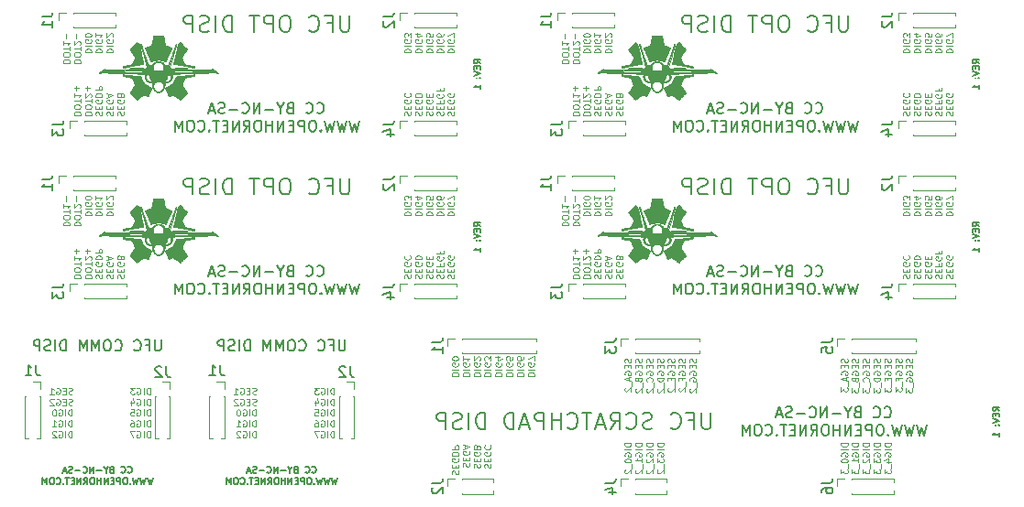
<source format=gbr>
G04 #@! TF.GenerationSoftware,KiCad,Pcbnew,(5.1.4)-1*
G04 #@! TF.CreationDate,2020-11-24T09:45:58-08:00*
G04 #@! TF.ProjectId,ufc_v4_displays_panel,7566635f-7634-45f6-9469-73706c617973,rev?*
G04 #@! TF.SameCoordinates,Original*
G04 #@! TF.FileFunction,Legend,Bot*
G04 #@! TF.FilePolarity,Positive*
%FSLAX46Y46*%
G04 Gerber Fmt 4.6, Leading zero omitted, Abs format (unit mm)*
G04 Created by KiCad (PCBNEW (5.1.4)-1) date 2020-11-24 09:45:58*
%MOMM*%
%LPD*%
G04 APERTURE LIST*
%ADD10C,0.120000*%
%ADD11C,0.150000*%
%ADD12C,0.200000*%
%ADD13C,0.110000*%
%ADD14C,0.010000*%
G04 APERTURE END LIST*
D10*
X54494642Y-71909714D02*
X54466071Y-71824000D01*
X54466071Y-71681142D01*
X54494642Y-71624000D01*
X54523214Y-71595428D01*
X54580357Y-71566857D01*
X54637500Y-71566857D01*
X54694642Y-71595428D01*
X54723214Y-71624000D01*
X54751785Y-71681142D01*
X54780357Y-71795428D01*
X54808928Y-71852571D01*
X54837500Y-71881142D01*
X54894642Y-71909714D01*
X54951785Y-71909714D01*
X55008928Y-71881142D01*
X55037500Y-71852571D01*
X55066071Y-71795428D01*
X55066071Y-71652571D01*
X55037500Y-71566857D01*
X54780357Y-71309714D02*
X54780357Y-71109714D01*
X54466071Y-71024000D02*
X54466071Y-71309714D01*
X55066071Y-71309714D01*
X55066071Y-71024000D01*
X55037500Y-70452571D02*
X55066071Y-70509714D01*
X55066071Y-70595428D01*
X55037500Y-70681142D01*
X54980357Y-70738285D01*
X54923214Y-70766857D01*
X54808928Y-70795428D01*
X54723214Y-70795428D01*
X54608928Y-70766857D01*
X54551785Y-70738285D01*
X54494642Y-70681142D01*
X54466071Y-70595428D01*
X54466071Y-70538285D01*
X54494642Y-70452571D01*
X54523214Y-70424000D01*
X54723214Y-70424000D01*
X54723214Y-70538285D01*
X54466071Y-70166857D02*
X55066071Y-70166857D01*
X55066071Y-70024000D01*
X55037500Y-69938285D01*
X54980357Y-69881142D01*
X54923214Y-69852571D01*
X54808928Y-69824000D01*
X54723214Y-69824000D01*
X54608928Y-69852571D01*
X54551785Y-69881142D01*
X54494642Y-69938285D01*
X54466071Y-70024000D01*
X54466071Y-70166857D01*
X54466071Y-69566857D02*
X55066071Y-69566857D01*
X55066071Y-69338285D01*
X55037500Y-69281142D01*
X55008928Y-69252571D01*
X54951785Y-69224000D01*
X54866071Y-69224000D01*
X54808928Y-69252571D01*
X54780357Y-69281142D01*
X54751785Y-69338285D01*
X54751785Y-69566857D01*
X52466071Y-71881142D02*
X53066071Y-71881142D01*
X53066071Y-71738285D01*
X53037500Y-71652571D01*
X52980357Y-71595428D01*
X52923214Y-71566857D01*
X52808928Y-71538285D01*
X52723214Y-71538285D01*
X52608928Y-71566857D01*
X52551785Y-71595428D01*
X52494642Y-71652571D01*
X52466071Y-71738285D01*
X52466071Y-71881142D01*
X53066071Y-71166857D02*
X53066071Y-71052571D01*
X53037500Y-70995428D01*
X52980357Y-70938285D01*
X52866071Y-70909714D01*
X52666071Y-70909714D01*
X52551785Y-70938285D01*
X52494642Y-70995428D01*
X52466071Y-71052571D01*
X52466071Y-71166857D01*
X52494642Y-71224000D01*
X52551785Y-71281142D01*
X52666071Y-71309714D01*
X52866071Y-71309714D01*
X52980357Y-71281142D01*
X53037500Y-71224000D01*
X53066071Y-71166857D01*
X53066071Y-70738285D02*
X53066071Y-70395428D01*
X52466071Y-70566857D02*
X53066071Y-70566857D01*
X52466071Y-69881142D02*
X52466071Y-70224000D01*
X52466071Y-70052571D02*
X53066071Y-70052571D01*
X52980357Y-70109714D01*
X52923214Y-70166857D01*
X52894642Y-70224000D01*
X52694642Y-69624000D02*
X52694642Y-69166857D01*
X52466071Y-69395428D02*
X52923214Y-69395428D01*
X55494642Y-71909714D02*
X55466071Y-71824000D01*
X55466071Y-71681142D01*
X55494642Y-71624000D01*
X55523214Y-71595428D01*
X55580357Y-71566857D01*
X55637500Y-71566857D01*
X55694642Y-71595428D01*
X55723214Y-71624000D01*
X55751785Y-71681142D01*
X55780357Y-71795428D01*
X55808928Y-71852571D01*
X55837500Y-71881142D01*
X55894642Y-71909714D01*
X55951785Y-71909714D01*
X56008928Y-71881142D01*
X56037500Y-71852571D01*
X56066071Y-71795428D01*
X56066071Y-71652571D01*
X56037500Y-71566857D01*
X55780357Y-71309714D02*
X55780357Y-71109714D01*
X55466071Y-71024000D02*
X55466071Y-71309714D01*
X56066071Y-71309714D01*
X56066071Y-71024000D01*
X56037500Y-70452571D02*
X56066071Y-70509714D01*
X56066071Y-70595428D01*
X56037500Y-70681142D01*
X55980357Y-70738285D01*
X55923214Y-70766857D01*
X55808928Y-70795428D01*
X55723214Y-70795428D01*
X55608928Y-70766857D01*
X55551785Y-70738285D01*
X55494642Y-70681142D01*
X55466071Y-70595428D01*
X55466071Y-70538285D01*
X55494642Y-70452571D01*
X55523214Y-70424000D01*
X55723214Y-70424000D01*
X55723214Y-70538285D01*
X55637500Y-70195428D02*
X55637500Y-69909714D01*
X55466071Y-70252571D02*
X56066071Y-70052571D01*
X55466071Y-69852571D01*
X53466071Y-71881142D02*
X54066071Y-71881142D01*
X54066071Y-71738285D01*
X54037500Y-71652571D01*
X53980357Y-71595428D01*
X53923214Y-71566857D01*
X53808928Y-71538285D01*
X53723214Y-71538285D01*
X53608928Y-71566857D01*
X53551785Y-71595428D01*
X53494642Y-71652571D01*
X53466071Y-71738285D01*
X53466071Y-71881142D01*
X54066071Y-71166857D02*
X54066071Y-71052571D01*
X54037500Y-70995428D01*
X53980357Y-70938285D01*
X53866071Y-70909714D01*
X53666071Y-70909714D01*
X53551785Y-70938285D01*
X53494642Y-70995428D01*
X53466071Y-71052571D01*
X53466071Y-71166857D01*
X53494642Y-71224000D01*
X53551785Y-71281142D01*
X53666071Y-71309714D01*
X53866071Y-71309714D01*
X53980357Y-71281142D01*
X54037500Y-71224000D01*
X54066071Y-71166857D01*
X54066071Y-70738285D02*
X54066071Y-70395428D01*
X53466071Y-70566857D02*
X54066071Y-70566857D01*
X54008928Y-70224000D02*
X54037500Y-70195428D01*
X54066071Y-70138285D01*
X54066071Y-69995428D01*
X54037500Y-69938285D01*
X54008928Y-69909714D01*
X53951785Y-69881142D01*
X53894642Y-69881142D01*
X53808928Y-69909714D01*
X53466071Y-70252571D01*
X53466071Y-69881142D01*
X53694642Y-69624000D02*
X53694642Y-69166857D01*
X53466071Y-69395428D02*
X53923214Y-69395428D01*
X51466071Y-67037142D02*
X52066071Y-67037142D01*
X52066071Y-66894285D01*
X52037500Y-66808571D01*
X51980357Y-66751428D01*
X51923214Y-66722857D01*
X51808928Y-66694285D01*
X51723214Y-66694285D01*
X51608928Y-66722857D01*
X51551785Y-66751428D01*
X51494642Y-66808571D01*
X51466071Y-66894285D01*
X51466071Y-67037142D01*
X52066071Y-66322857D02*
X52066071Y-66208571D01*
X52037500Y-66151428D01*
X51980357Y-66094285D01*
X51866071Y-66065714D01*
X51666071Y-66065714D01*
X51551785Y-66094285D01*
X51494642Y-66151428D01*
X51466071Y-66208571D01*
X51466071Y-66322857D01*
X51494642Y-66380000D01*
X51551785Y-66437142D01*
X51666071Y-66465714D01*
X51866071Y-66465714D01*
X51980357Y-66437142D01*
X52037500Y-66380000D01*
X52066071Y-66322857D01*
X52066071Y-65894285D02*
X52066071Y-65551428D01*
X51466071Y-65722857D02*
X52066071Y-65722857D01*
X51466071Y-65037142D02*
X51466071Y-65380000D01*
X51466071Y-65208571D02*
X52066071Y-65208571D01*
X51980357Y-65265714D01*
X51923214Y-65322857D01*
X51894642Y-65380000D01*
X51694642Y-64780000D02*
X51694642Y-64322857D01*
X53466071Y-66094285D02*
X54066071Y-66094285D01*
X54066071Y-65951428D01*
X54037500Y-65865714D01*
X53980357Y-65808571D01*
X53923214Y-65780000D01*
X53808928Y-65751428D01*
X53723214Y-65751428D01*
X53608928Y-65780000D01*
X53551785Y-65808571D01*
X53494642Y-65865714D01*
X53466071Y-65951428D01*
X53466071Y-66094285D01*
X53466071Y-65494285D02*
X54066071Y-65494285D01*
X54037500Y-64894285D02*
X54066071Y-64951428D01*
X54066071Y-65037142D01*
X54037500Y-65122857D01*
X53980357Y-65180000D01*
X53923214Y-65208571D01*
X53808928Y-65237142D01*
X53723214Y-65237142D01*
X53608928Y-65208571D01*
X53551785Y-65180000D01*
X53494642Y-65122857D01*
X53466071Y-65037142D01*
X53466071Y-64980000D01*
X53494642Y-64894285D01*
X53523214Y-64865714D01*
X53723214Y-64865714D01*
X53723214Y-64980000D01*
X54066071Y-64494285D02*
X54066071Y-64437142D01*
X54037500Y-64380000D01*
X54008928Y-64351428D01*
X53951785Y-64322857D01*
X53837500Y-64294285D01*
X53694642Y-64294285D01*
X53580357Y-64322857D01*
X53523214Y-64351428D01*
X53494642Y-64380000D01*
X53466071Y-64437142D01*
X53466071Y-64494285D01*
X53494642Y-64551428D01*
X53523214Y-64580000D01*
X53580357Y-64608571D01*
X53694642Y-64637142D01*
X53837500Y-64637142D01*
X53951785Y-64608571D01*
X54008928Y-64580000D01*
X54037500Y-64551428D01*
X54066071Y-64494285D01*
X86966071Y-66094285D02*
X87566071Y-66094285D01*
X87566071Y-65951428D01*
X87537500Y-65865714D01*
X87480357Y-65808571D01*
X87423214Y-65780000D01*
X87308928Y-65751428D01*
X87223214Y-65751428D01*
X87108928Y-65780000D01*
X87051785Y-65808571D01*
X86994642Y-65865714D01*
X86966071Y-65951428D01*
X86966071Y-66094285D01*
X86966071Y-65494285D02*
X87566071Y-65494285D01*
X87537500Y-64894285D02*
X87566071Y-64951428D01*
X87566071Y-65037142D01*
X87537500Y-65122857D01*
X87480357Y-65180000D01*
X87423214Y-65208571D01*
X87308928Y-65237142D01*
X87223214Y-65237142D01*
X87108928Y-65208571D01*
X87051785Y-65180000D01*
X86994642Y-65122857D01*
X86966071Y-65037142D01*
X86966071Y-64980000D01*
X86994642Y-64894285D01*
X87023214Y-64865714D01*
X87223214Y-64865714D01*
X87223214Y-64980000D01*
X87566071Y-64665714D02*
X87566071Y-64265714D01*
X86966071Y-64522857D01*
X84994642Y-71909714D02*
X84966071Y-71824000D01*
X84966071Y-71681142D01*
X84994642Y-71624000D01*
X85023214Y-71595428D01*
X85080357Y-71566857D01*
X85137500Y-71566857D01*
X85194642Y-71595428D01*
X85223214Y-71624000D01*
X85251785Y-71681142D01*
X85280357Y-71795428D01*
X85308928Y-71852571D01*
X85337500Y-71881142D01*
X85394642Y-71909714D01*
X85451785Y-71909714D01*
X85508928Y-71881142D01*
X85537500Y-71852571D01*
X85566071Y-71795428D01*
X85566071Y-71652571D01*
X85537500Y-71566857D01*
X85280357Y-71309714D02*
X85280357Y-71109714D01*
X84966071Y-71024000D02*
X84966071Y-71309714D01*
X85566071Y-71309714D01*
X85566071Y-71024000D01*
X85537500Y-70452571D02*
X85566071Y-70509714D01*
X85566071Y-70595428D01*
X85537500Y-70681142D01*
X85480357Y-70738285D01*
X85423214Y-70766857D01*
X85308928Y-70795428D01*
X85223214Y-70795428D01*
X85108928Y-70766857D01*
X85051785Y-70738285D01*
X84994642Y-70681142D01*
X84966071Y-70595428D01*
X84966071Y-70538285D01*
X84994642Y-70452571D01*
X85023214Y-70424000D01*
X85223214Y-70424000D01*
X85223214Y-70538285D01*
X85280357Y-70166857D02*
X85280357Y-69966857D01*
X84966071Y-69881142D02*
X84966071Y-70166857D01*
X85566071Y-70166857D01*
X85566071Y-69881142D01*
X85966071Y-66094285D02*
X86566071Y-66094285D01*
X86566071Y-65951428D01*
X86537500Y-65865714D01*
X86480357Y-65808571D01*
X86423214Y-65780000D01*
X86308928Y-65751428D01*
X86223214Y-65751428D01*
X86108928Y-65780000D01*
X86051785Y-65808571D01*
X85994642Y-65865714D01*
X85966071Y-65951428D01*
X85966071Y-66094285D01*
X85966071Y-65494285D02*
X86566071Y-65494285D01*
X86537500Y-64894285D02*
X86566071Y-64951428D01*
X86566071Y-65037142D01*
X86537500Y-65122857D01*
X86480357Y-65180000D01*
X86423214Y-65208571D01*
X86308928Y-65237142D01*
X86223214Y-65237142D01*
X86108928Y-65208571D01*
X86051785Y-65180000D01*
X85994642Y-65122857D01*
X85966071Y-65037142D01*
X85966071Y-64980000D01*
X85994642Y-64894285D01*
X86023214Y-64865714D01*
X86223214Y-64865714D01*
X86223214Y-64980000D01*
X86566071Y-64351428D02*
X86566071Y-64465714D01*
X86537500Y-64522857D01*
X86508928Y-64551428D01*
X86423214Y-64608571D01*
X86308928Y-64637142D01*
X86080357Y-64637142D01*
X86023214Y-64608571D01*
X85994642Y-64580000D01*
X85966071Y-64522857D01*
X85966071Y-64408571D01*
X85994642Y-64351428D01*
X86023214Y-64322857D01*
X86080357Y-64294285D01*
X86223214Y-64294285D01*
X86280357Y-64322857D01*
X86308928Y-64351428D01*
X86337500Y-64408571D01*
X86337500Y-64522857D01*
X86308928Y-64580000D01*
X86280357Y-64608571D01*
X86223214Y-64637142D01*
X56494642Y-71909714D02*
X56466071Y-71824000D01*
X56466071Y-71681142D01*
X56494642Y-71624000D01*
X56523214Y-71595428D01*
X56580357Y-71566857D01*
X56637500Y-71566857D01*
X56694642Y-71595428D01*
X56723214Y-71624000D01*
X56751785Y-71681142D01*
X56780357Y-71795428D01*
X56808928Y-71852571D01*
X56837500Y-71881142D01*
X56894642Y-71909714D01*
X56951785Y-71909714D01*
X57008928Y-71881142D01*
X57037500Y-71852571D01*
X57066071Y-71795428D01*
X57066071Y-71652571D01*
X57037500Y-71566857D01*
X56780357Y-71309714D02*
X56780357Y-71109714D01*
X56466071Y-71024000D02*
X56466071Y-71309714D01*
X57066071Y-71309714D01*
X57066071Y-71024000D01*
X57037500Y-70452571D02*
X57066071Y-70509714D01*
X57066071Y-70595428D01*
X57037500Y-70681142D01*
X56980357Y-70738285D01*
X56923214Y-70766857D01*
X56808928Y-70795428D01*
X56723214Y-70795428D01*
X56608928Y-70766857D01*
X56551785Y-70738285D01*
X56494642Y-70681142D01*
X56466071Y-70595428D01*
X56466071Y-70538285D01*
X56494642Y-70452571D01*
X56523214Y-70424000D01*
X56723214Y-70424000D01*
X56723214Y-70538285D01*
X56780357Y-69966857D02*
X56751785Y-69881142D01*
X56723214Y-69852571D01*
X56666071Y-69824000D01*
X56580357Y-69824000D01*
X56523214Y-69852571D01*
X56494642Y-69881142D01*
X56466071Y-69938285D01*
X56466071Y-70166857D01*
X57066071Y-70166857D01*
X57066071Y-69966857D01*
X57037500Y-69909714D01*
X57008928Y-69881142D01*
X56951785Y-69852571D01*
X56894642Y-69852571D01*
X56837500Y-69881142D01*
X56808928Y-69909714D01*
X56780357Y-69966857D01*
X56780357Y-70166857D01*
X86994642Y-71909714D02*
X86966071Y-71824000D01*
X86966071Y-71681142D01*
X86994642Y-71624000D01*
X87023214Y-71595428D01*
X87080357Y-71566857D01*
X87137500Y-71566857D01*
X87194642Y-71595428D01*
X87223214Y-71624000D01*
X87251785Y-71681142D01*
X87280357Y-71795428D01*
X87308928Y-71852571D01*
X87337500Y-71881142D01*
X87394642Y-71909714D01*
X87451785Y-71909714D01*
X87508928Y-71881142D01*
X87537500Y-71852571D01*
X87566071Y-71795428D01*
X87566071Y-71652571D01*
X87537500Y-71566857D01*
X87280357Y-71309714D02*
X87280357Y-71109714D01*
X86966071Y-71024000D02*
X86966071Y-71309714D01*
X87566071Y-71309714D01*
X87566071Y-71024000D01*
X87537500Y-70452571D02*
X87566071Y-70509714D01*
X87566071Y-70595428D01*
X87537500Y-70681142D01*
X87480357Y-70738285D01*
X87423214Y-70766857D01*
X87308928Y-70795428D01*
X87223214Y-70795428D01*
X87108928Y-70766857D01*
X87051785Y-70738285D01*
X86994642Y-70681142D01*
X86966071Y-70595428D01*
X86966071Y-70538285D01*
X86994642Y-70452571D01*
X87023214Y-70424000D01*
X87223214Y-70424000D01*
X87223214Y-70538285D01*
X87537500Y-69852571D02*
X87566071Y-69909714D01*
X87566071Y-69995428D01*
X87537500Y-70081142D01*
X87480357Y-70138285D01*
X87423214Y-70166857D01*
X87308928Y-70195428D01*
X87223214Y-70195428D01*
X87108928Y-70166857D01*
X87051785Y-70138285D01*
X86994642Y-70081142D01*
X86966071Y-69995428D01*
X86966071Y-69938285D01*
X86994642Y-69852571D01*
X87023214Y-69824000D01*
X87223214Y-69824000D01*
X87223214Y-69938285D01*
X82994642Y-71909714D02*
X82966071Y-71824000D01*
X82966071Y-71681142D01*
X82994642Y-71624000D01*
X83023214Y-71595428D01*
X83080357Y-71566857D01*
X83137500Y-71566857D01*
X83194642Y-71595428D01*
X83223214Y-71624000D01*
X83251785Y-71681142D01*
X83280357Y-71795428D01*
X83308928Y-71852571D01*
X83337500Y-71881142D01*
X83394642Y-71909714D01*
X83451785Y-71909714D01*
X83508928Y-71881142D01*
X83537500Y-71852571D01*
X83566071Y-71795428D01*
X83566071Y-71652571D01*
X83537500Y-71566857D01*
X83280357Y-71309714D02*
X83280357Y-71109714D01*
X82966071Y-71024000D02*
X82966071Y-71309714D01*
X83566071Y-71309714D01*
X83566071Y-71024000D01*
X83537500Y-70452571D02*
X83566071Y-70509714D01*
X83566071Y-70595428D01*
X83537500Y-70681142D01*
X83480357Y-70738285D01*
X83423214Y-70766857D01*
X83308928Y-70795428D01*
X83223214Y-70795428D01*
X83108928Y-70766857D01*
X83051785Y-70738285D01*
X82994642Y-70681142D01*
X82966071Y-70595428D01*
X82966071Y-70538285D01*
X82994642Y-70452571D01*
X83023214Y-70424000D01*
X83223214Y-70424000D01*
X83223214Y-70538285D01*
X83023214Y-69824000D02*
X82994642Y-69852571D01*
X82966071Y-69938285D01*
X82966071Y-69995428D01*
X82994642Y-70081142D01*
X83051785Y-70138285D01*
X83108928Y-70166857D01*
X83223214Y-70195428D01*
X83308928Y-70195428D01*
X83423214Y-70166857D01*
X83480357Y-70138285D01*
X83537500Y-70081142D01*
X83566071Y-69995428D01*
X83566071Y-69938285D01*
X83537500Y-69852571D01*
X83508928Y-69824000D01*
X85994642Y-71909714D02*
X85966071Y-71824000D01*
X85966071Y-71681142D01*
X85994642Y-71624000D01*
X86023214Y-71595428D01*
X86080357Y-71566857D01*
X86137500Y-71566857D01*
X86194642Y-71595428D01*
X86223214Y-71624000D01*
X86251785Y-71681142D01*
X86280357Y-71795428D01*
X86308928Y-71852571D01*
X86337500Y-71881142D01*
X86394642Y-71909714D01*
X86451785Y-71909714D01*
X86508928Y-71881142D01*
X86537500Y-71852571D01*
X86566071Y-71795428D01*
X86566071Y-71652571D01*
X86537500Y-71566857D01*
X86280357Y-71309714D02*
X86280357Y-71109714D01*
X85966071Y-71024000D02*
X85966071Y-71309714D01*
X86566071Y-71309714D01*
X86566071Y-71024000D01*
X86280357Y-70566857D02*
X86280357Y-70766857D01*
X85966071Y-70766857D02*
X86566071Y-70766857D01*
X86566071Y-70481142D01*
X86537500Y-69938285D02*
X86566071Y-69995428D01*
X86566071Y-70081142D01*
X86537500Y-70166857D01*
X86480357Y-70224000D01*
X86423214Y-70252571D01*
X86308928Y-70281142D01*
X86223214Y-70281142D01*
X86108928Y-70252571D01*
X86051785Y-70224000D01*
X85994642Y-70166857D01*
X85966071Y-70081142D01*
X85966071Y-70024000D01*
X85994642Y-69938285D01*
X86023214Y-69909714D01*
X86223214Y-69909714D01*
X86223214Y-70024000D01*
X86280357Y-69452571D02*
X86280357Y-69652571D01*
X85966071Y-69652571D02*
X86566071Y-69652571D01*
X86566071Y-69366857D01*
X55466071Y-66094285D02*
X56066071Y-66094285D01*
X56066071Y-65951428D01*
X56037500Y-65865714D01*
X55980357Y-65808571D01*
X55923214Y-65780000D01*
X55808928Y-65751428D01*
X55723214Y-65751428D01*
X55608928Y-65780000D01*
X55551785Y-65808571D01*
X55494642Y-65865714D01*
X55466071Y-65951428D01*
X55466071Y-66094285D01*
X55466071Y-65494285D02*
X56066071Y-65494285D01*
X56037500Y-64894285D02*
X56066071Y-64951428D01*
X56066071Y-65037142D01*
X56037500Y-65122857D01*
X55980357Y-65180000D01*
X55923214Y-65208571D01*
X55808928Y-65237142D01*
X55723214Y-65237142D01*
X55608928Y-65208571D01*
X55551785Y-65180000D01*
X55494642Y-65122857D01*
X55466071Y-65037142D01*
X55466071Y-64980000D01*
X55494642Y-64894285D01*
X55523214Y-64865714D01*
X55723214Y-64865714D01*
X55723214Y-64980000D01*
X56008928Y-64637142D02*
X56037500Y-64608571D01*
X56066071Y-64551428D01*
X56066071Y-64408571D01*
X56037500Y-64351428D01*
X56008928Y-64322857D01*
X55951785Y-64294285D01*
X55894642Y-64294285D01*
X55808928Y-64322857D01*
X55466071Y-64665714D01*
X55466071Y-64294285D01*
D11*
X90008928Y-67102000D02*
X89723214Y-66902000D01*
X90008928Y-66759142D02*
X89408928Y-66759142D01*
X89408928Y-66987714D01*
X89437500Y-67044857D01*
X89466071Y-67073428D01*
X89523214Y-67102000D01*
X89608928Y-67102000D01*
X89666071Y-67073428D01*
X89694642Y-67044857D01*
X89723214Y-66987714D01*
X89723214Y-66759142D01*
X89694642Y-67359142D02*
X89694642Y-67559142D01*
X90008928Y-67644857D02*
X90008928Y-67359142D01*
X89408928Y-67359142D01*
X89408928Y-67644857D01*
X89408928Y-67816285D02*
X90008928Y-68016285D01*
X89408928Y-68216285D01*
X89951785Y-68416285D02*
X89980357Y-68444857D01*
X90008928Y-68416285D01*
X89980357Y-68387714D01*
X89951785Y-68416285D01*
X90008928Y-68416285D01*
X89637500Y-68416285D02*
X89666071Y-68444857D01*
X89694642Y-68416285D01*
X89666071Y-68387714D01*
X89637500Y-68416285D01*
X89694642Y-68416285D01*
X90008928Y-69473428D02*
X90008928Y-69130571D01*
X90008928Y-69302000D02*
X89408928Y-69302000D01*
X89494642Y-69244857D01*
X89551785Y-69187714D01*
X89580357Y-69130571D01*
D10*
X84966071Y-66094285D02*
X85566071Y-66094285D01*
X85566071Y-65951428D01*
X85537500Y-65865714D01*
X85480357Y-65808571D01*
X85423214Y-65780000D01*
X85308928Y-65751428D01*
X85223214Y-65751428D01*
X85108928Y-65780000D01*
X85051785Y-65808571D01*
X84994642Y-65865714D01*
X84966071Y-65951428D01*
X84966071Y-66094285D01*
X84966071Y-65494285D02*
X85566071Y-65494285D01*
X85537500Y-64894285D02*
X85566071Y-64951428D01*
X85566071Y-65037142D01*
X85537500Y-65122857D01*
X85480357Y-65180000D01*
X85423214Y-65208571D01*
X85308928Y-65237142D01*
X85223214Y-65237142D01*
X85108928Y-65208571D01*
X85051785Y-65180000D01*
X84994642Y-65122857D01*
X84966071Y-65037142D01*
X84966071Y-64980000D01*
X84994642Y-64894285D01*
X85023214Y-64865714D01*
X85223214Y-64865714D01*
X85223214Y-64980000D01*
X85566071Y-64322857D02*
X85566071Y-64608571D01*
X85280357Y-64637142D01*
X85308928Y-64608571D01*
X85337500Y-64551428D01*
X85337500Y-64408571D01*
X85308928Y-64351428D01*
X85280357Y-64322857D01*
X85223214Y-64294285D01*
X85080357Y-64294285D01*
X85023214Y-64322857D01*
X84994642Y-64351428D01*
X84966071Y-64408571D01*
X84966071Y-64551428D01*
X84994642Y-64608571D01*
X85023214Y-64637142D01*
D12*
X77905357Y-62655571D02*
X77905357Y-63869857D01*
X77833928Y-64012714D01*
X77762500Y-64084142D01*
X77619642Y-64155571D01*
X77333928Y-64155571D01*
X77191071Y-64084142D01*
X77119642Y-64012714D01*
X77048214Y-63869857D01*
X77048214Y-62655571D01*
X75833928Y-63369857D02*
X76333928Y-63369857D01*
X76333928Y-64155571D02*
X76333928Y-62655571D01*
X75619642Y-62655571D01*
X74191071Y-64012714D02*
X74262500Y-64084142D01*
X74476785Y-64155571D01*
X74619642Y-64155571D01*
X74833928Y-64084142D01*
X74976785Y-63941285D01*
X75048214Y-63798428D01*
X75119642Y-63512714D01*
X75119642Y-63298428D01*
X75048214Y-63012714D01*
X74976785Y-62869857D01*
X74833928Y-62727000D01*
X74619642Y-62655571D01*
X74476785Y-62655571D01*
X74262500Y-62727000D01*
X74191071Y-62798428D01*
X72119642Y-62655571D02*
X71833928Y-62655571D01*
X71691071Y-62727000D01*
X71548214Y-62869857D01*
X71476785Y-63155571D01*
X71476785Y-63655571D01*
X71548214Y-63941285D01*
X71691071Y-64084142D01*
X71833928Y-64155571D01*
X72119642Y-64155571D01*
X72262500Y-64084142D01*
X72405357Y-63941285D01*
X72476785Y-63655571D01*
X72476785Y-63155571D01*
X72405357Y-62869857D01*
X72262500Y-62727000D01*
X72119642Y-62655571D01*
X70833928Y-64155571D02*
X70833928Y-62655571D01*
X70262500Y-62655571D01*
X70119642Y-62727000D01*
X70048214Y-62798428D01*
X69976785Y-62941285D01*
X69976785Y-63155571D01*
X70048214Y-63298428D01*
X70119642Y-63369857D01*
X70262500Y-63441285D01*
X70833928Y-63441285D01*
X69548214Y-62655571D02*
X68691071Y-62655571D01*
X69119642Y-64155571D02*
X69119642Y-62655571D01*
X67048214Y-64155571D02*
X67048214Y-62655571D01*
X66691071Y-62655571D01*
X66476785Y-62727000D01*
X66333928Y-62869857D01*
X66262500Y-63012714D01*
X66191071Y-63298428D01*
X66191071Y-63512714D01*
X66262500Y-63798428D01*
X66333928Y-63941285D01*
X66476785Y-64084142D01*
X66691071Y-64155571D01*
X67048214Y-64155571D01*
X65548214Y-64155571D02*
X65548214Y-62655571D01*
X64905357Y-64084142D02*
X64691071Y-64155571D01*
X64333928Y-64155571D01*
X64191071Y-64084142D01*
X64119642Y-64012714D01*
X64048214Y-63869857D01*
X64048214Y-63727000D01*
X64119642Y-63584142D01*
X64191071Y-63512714D01*
X64333928Y-63441285D01*
X64619642Y-63369857D01*
X64762500Y-63298428D01*
X64833928Y-63227000D01*
X64905357Y-63084142D01*
X64905357Y-62941285D01*
X64833928Y-62798428D01*
X64762500Y-62727000D01*
X64619642Y-62655571D01*
X64262500Y-62655571D01*
X64048214Y-62727000D01*
X63405357Y-64155571D02*
X63405357Y-62655571D01*
X62833928Y-62655571D01*
X62691071Y-62727000D01*
X62619642Y-62798428D01*
X62548214Y-62941285D01*
X62548214Y-63155571D01*
X62619642Y-63298428D01*
X62691071Y-63369857D01*
X62833928Y-63441285D01*
X63405357Y-63441285D01*
D10*
X83994642Y-71909714D02*
X83966071Y-71824000D01*
X83966071Y-71681142D01*
X83994642Y-71624000D01*
X84023214Y-71595428D01*
X84080357Y-71566857D01*
X84137500Y-71566857D01*
X84194642Y-71595428D01*
X84223214Y-71624000D01*
X84251785Y-71681142D01*
X84280357Y-71795428D01*
X84308928Y-71852571D01*
X84337500Y-71881142D01*
X84394642Y-71909714D01*
X84451785Y-71909714D01*
X84508928Y-71881142D01*
X84537500Y-71852571D01*
X84566071Y-71795428D01*
X84566071Y-71652571D01*
X84537500Y-71566857D01*
X84280357Y-71309714D02*
X84280357Y-71109714D01*
X83966071Y-71024000D02*
X83966071Y-71309714D01*
X84566071Y-71309714D01*
X84566071Y-71024000D01*
X84537500Y-70452571D02*
X84566071Y-70509714D01*
X84566071Y-70595428D01*
X84537500Y-70681142D01*
X84480357Y-70738285D01*
X84423214Y-70766857D01*
X84308928Y-70795428D01*
X84223214Y-70795428D01*
X84108928Y-70766857D01*
X84051785Y-70738285D01*
X83994642Y-70681142D01*
X83966071Y-70595428D01*
X83966071Y-70538285D01*
X83994642Y-70452571D01*
X84023214Y-70424000D01*
X84223214Y-70424000D01*
X84223214Y-70538285D01*
X83966071Y-70166857D02*
X84566071Y-70166857D01*
X84566071Y-70024000D01*
X84537500Y-69938285D01*
X84480357Y-69881142D01*
X84423214Y-69852571D01*
X84308928Y-69824000D01*
X84223214Y-69824000D01*
X84108928Y-69852571D01*
X84051785Y-69881142D01*
X83994642Y-69938285D01*
X83966071Y-70024000D01*
X83966071Y-70166857D01*
X54466071Y-66094285D02*
X55066071Y-66094285D01*
X55066071Y-65951428D01*
X55037500Y-65865714D01*
X54980357Y-65808571D01*
X54923214Y-65780000D01*
X54808928Y-65751428D01*
X54723214Y-65751428D01*
X54608928Y-65780000D01*
X54551785Y-65808571D01*
X54494642Y-65865714D01*
X54466071Y-65951428D01*
X54466071Y-66094285D01*
X54466071Y-65494285D02*
X55066071Y-65494285D01*
X55037500Y-64894285D02*
X55066071Y-64951428D01*
X55066071Y-65037142D01*
X55037500Y-65122857D01*
X54980357Y-65180000D01*
X54923214Y-65208571D01*
X54808928Y-65237142D01*
X54723214Y-65237142D01*
X54608928Y-65208571D01*
X54551785Y-65180000D01*
X54494642Y-65122857D01*
X54466071Y-65037142D01*
X54466071Y-64980000D01*
X54494642Y-64894285D01*
X54523214Y-64865714D01*
X54723214Y-64865714D01*
X54723214Y-64980000D01*
X54466071Y-64294285D02*
X54466071Y-64637142D01*
X54466071Y-64465714D02*
X55066071Y-64465714D01*
X54980357Y-64522857D01*
X54923214Y-64580000D01*
X54894642Y-64637142D01*
X83966071Y-66094285D02*
X84566071Y-66094285D01*
X84566071Y-65951428D01*
X84537500Y-65865714D01*
X84480357Y-65808571D01*
X84423214Y-65780000D01*
X84308928Y-65751428D01*
X84223214Y-65751428D01*
X84108928Y-65780000D01*
X84051785Y-65808571D01*
X83994642Y-65865714D01*
X83966071Y-65951428D01*
X83966071Y-66094285D01*
X83966071Y-65494285D02*
X84566071Y-65494285D01*
X84537500Y-64894285D02*
X84566071Y-64951428D01*
X84566071Y-65037142D01*
X84537500Y-65122857D01*
X84480357Y-65180000D01*
X84423214Y-65208571D01*
X84308928Y-65237142D01*
X84223214Y-65237142D01*
X84108928Y-65208571D01*
X84051785Y-65180000D01*
X83994642Y-65122857D01*
X83966071Y-65037142D01*
X83966071Y-64980000D01*
X83994642Y-64894285D01*
X84023214Y-64865714D01*
X84223214Y-64865714D01*
X84223214Y-64980000D01*
X84366071Y-64351428D02*
X83966071Y-64351428D01*
X84594642Y-64494285D02*
X84166071Y-64637142D01*
X84166071Y-64265714D01*
D11*
X74904166Y-71634142D02*
X74951785Y-71681761D01*
X75094642Y-71729380D01*
X75189880Y-71729380D01*
X75332738Y-71681761D01*
X75427976Y-71586523D01*
X75475595Y-71491285D01*
X75523214Y-71300809D01*
X75523214Y-71157952D01*
X75475595Y-70967476D01*
X75427976Y-70872238D01*
X75332738Y-70777000D01*
X75189880Y-70729380D01*
X75094642Y-70729380D01*
X74951785Y-70777000D01*
X74904166Y-70824619D01*
X73904166Y-71634142D02*
X73951785Y-71681761D01*
X74094642Y-71729380D01*
X74189880Y-71729380D01*
X74332738Y-71681761D01*
X74427976Y-71586523D01*
X74475595Y-71491285D01*
X74523214Y-71300809D01*
X74523214Y-71157952D01*
X74475595Y-70967476D01*
X74427976Y-70872238D01*
X74332738Y-70777000D01*
X74189880Y-70729380D01*
X74094642Y-70729380D01*
X73951785Y-70777000D01*
X73904166Y-70824619D01*
X72380357Y-71205571D02*
X72237500Y-71253190D01*
X72189880Y-71300809D01*
X72142261Y-71396047D01*
X72142261Y-71538904D01*
X72189880Y-71634142D01*
X72237500Y-71681761D01*
X72332738Y-71729380D01*
X72713690Y-71729380D01*
X72713690Y-70729380D01*
X72380357Y-70729380D01*
X72285119Y-70777000D01*
X72237500Y-70824619D01*
X72189880Y-70919857D01*
X72189880Y-71015095D01*
X72237500Y-71110333D01*
X72285119Y-71157952D01*
X72380357Y-71205571D01*
X72713690Y-71205571D01*
X71523214Y-71253190D02*
X71523214Y-71729380D01*
X71856547Y-70729380D02*
X71523214Y-71253190D01*
X71189880Y-70729380D01*
X70856547Y-71348428D02*
X70094642Y-71348428D01*
X69618452Y-71729380D02*
X69618452Y-70729380D01*
X69047023Y-71729380D01*
X69047023Y-70729380D01*
X67999404Y-71634142D02*
X68047023Y-71681761D01*
X68189880Y-71729380D01*
X68285119Y-71729380D01*
X68427976Y-71681761D01*
X68523214Y-71586523D01*
X68570833Y-71491285D01*
X68618452Y-71300809D01*
X68618452Y-71157952D01*
X68570833Y-70967476D01*
X68523214Y-70872238D01*
X68427976Y-70777000D01*
X68285119Y-70729380D01*
X68189880Y-70729380D01*
X68047023Y-70777000D01*
X67999404Y-70824619D01*
X67570833Y-71348428D02*
X66808928Y-71348428D01*
X66380357Y-71681761D02*
X66237500Y-71729380D01*
X65999404Y-71729380D01*
X65904166Y-71681761D01*
X65856547Y-71634142D01*
X65808928Y-71538904D01*
X65808928Y-71443666D01*
X65856547Y-71348428D01*
X65904166Y-71300809D01*
X65999404Y-71253190D01*
X66189880Y-71205571D01*
X66285119Y-71157952D01*
X66332738Y-71110333D01*
X66380357Y-71015095D01*
X66380357Y-70919857D01*
X66332738Y-70824619D01*
X66285119Y-70777000D01*
X66189880Y-70729380D01*
X65951785Y-70729380D01*
X65808928Y-70777000D01*
X65427976Y-71443666D02*
X64951785Y-71443666D01*
X65523214Y-71729380D02*
X65189880Y-70729380D01*
X64856547Y-71729380D01*
X78785119Y-72379380D02*
X78547023Y-73379380D01*
X78356547Y-72665095D01*
X78166071Y-73379380D01*
X77927976Y-72379380D01*
X77642261Y-72379380D02*
X77404166Y-73379380D01*
X77213690Y-72665095D01*
X77023214Y-73379380D01*
X76785119Y-72379380D01*
X76499404Y-72379380D02*
X76261309Y-73379380D01*
X76070833Y-72665095D01*
X75880357Y-73379380D01*
X75642261Y-72379380D01*
X75261309Y-73284142D02*
X75213690Y-73331761D01*
X75261309Y-73379380D01*
X75308928Y-73331761D01*
X75261309Y-73284142D01*
X75261309Y-73379380D01*
X74594642Y-72379380D02*
X74404166Y-72379380D01*
X74308928Y-72427000D01*
X74213690Y-72522238D01*
X74166071Y-72712714D01*
X74166071Y-73046047D01*
X74213690Y-73236523D01*
X74308928Y-73331761D01*
X74404166Y-73379380D01*
X74594642Y-73379380D01*
X74689880Y-73331761D01*
X74785119Y-73236523D01*
X74832738Y-73046047D01*
X74832738Y-72712714D01*
X74785119Y-72522238D01*
X74689880Y-72427000D01*
X74594642Y-72379380D01*
X73737500Y-73379380D02*
X73737500Y-72379380D01*
X73356547Y-72379380D01*
X73261309Y-72427000D01*
X73213690Y-72474619D01*
X73166071Y-72569857D01*
X73166071Y-72712714D01*
X73213690Y-72807952D01*
X73261309Y-72855571D01*
X73356547Y-72903190D01*
X73737500Y-72903190D01*
X72737500Y-72855571D02*
X72404166Y-72855571D01*
X72261309Y-73379380D02*
X72737500Y-73379380D01*
X72737500Y-72379380D01*
X72261309Y-72379380D01*
X71832738Y-73379380D02*
X71832738Y-72379380D01*
X71261309Y-73379380D01*
X71261309Y-72379380D01*
X70785119Y-73379380D02*
X70785119Y-72379380D01*
X70785119Y-72855571D02*
X70213690Y-72855571D01*
X70213690Y-73379380D02*
X70213690Y-72379380D01*
X69547023Y-72379380D02*
X69356547Y-72379380D01*
X69261309Y-72427000D01*
X69166071Y-72522238D01*
X69118452Y-72712714D01*
X69118452Y-73046047D01*
X69166071Y-73236523D01*
X69261309Y-73331761D01*
X69356547Y-73379380D01*
X69547023Y-73379380D01*
X69642261Y-73331761D01*
X69737500Y-73236523D01*
X69785119Y-73046047D01*
X69785119Y-72712714D01*
X69737500Y-72522238D01*
X69642261Y-72427000D01*
X69547023Y-72379380D01*
X68118452Y-73379380D02*
X68451785Y-72903190D01*
X68689880Y-73379380D02*
X68689880Y-72379380D01*
X68308928Y-72379380D01*
X68213690Y-72427000D01*
X68166071Y-72474619D01*
X68118452Y-72569857D01*
X68118452Y-72712714D01*
X68166071Y-72807952D01*
X68213690Y-72855571D01*
X68308928Y-72903190D01*
X68689880Y-72903190D01*
X67689880Y-73379380D02*
X67689880Y-72379380D01*
X67118452Y-73379380D01*
X67118452Y-72379380D01*
X66642261Y-72855571D02*
X66308928Y-72855571D01*
X66166071Y-73379380D02*
X66642261Y-73379380D01*
X66642261Y-72379380D01*
X66166071Y-72379380D01*
X65880357Y-72379380D02*
X65308928Y-72379380D01*
X65594642Y-73379380D02*
X65594642Y-72379380D01*
X64975595Y-73284142D02*
X64927976Y-73331761D01*
X64975595Y-73379380D01*
X65023214Y-73331761D01*
X64975595Y-73284142D01*
X64975595Y-73379380D01*
X63927976Y-73284142D02*
X63975595Y-73331761D01*
X64118452Y-73379380D01*
X64213690Y-73379380D01*
X64356547Y-73331761D01*
X64451785Y-73236523D01*
X64499404Y-73141285D01*
X64547023Y-72950809D01*
X64547023Y-72807952D01*
X64499404Y-72617476D01*
X64451785Y-72522238D01*
X64356547Y-72427000D01*
X64213690Y-72379380D01*
X64118452Y-72379380D01*
X63975595Y-72427000D01*
X63927976Y-72474619D01*
X63308928Y-72379380D02*
X63118452Y-72379380D01*
X63023214Y-72427000D01*
X62927976Y-72522238D01*
X62880357Y-72712714D01*
X62880357Y-73046047D01*
X62927976Y-73236523D01*
X63023214Y-73331761D01*
X63118452Y-73379380D01*
X63308928Y-73379380D01*
X63404166Y-73331761D01*
X63499404Y-73236523D01*
X63547023Y-73046047D01*
X63547023Y-72712714D01*
X63499404Y-72522238D01*
X63404166Y-72427000D01*
X63308928Y-72379380D01*
X62451785Y-73379380D02*
X62451785Y-72379380D01*
X62118452Y-73093666D01*
X61785119Y-72379380D01*
X61785119Y-73379380D01*
D10*
X52466071Y-67037142D02*
X53066071Y-67037142D01*
X53066071Y-66894285D01*
X53037500Y-66808571D01*
X52980357Y-66751428D01*
X52923214Y-66722857D01*
X52808928Y-66694285D01*
X52723214Y-66694285D01*
X52608928Y-66722857D01*
X52551785Y-66751428D01*
X52494642Y-66808571D01*
X52466071Y-66894285D01*
X52466071Y-67037142D01*
X53066071Y-66322857D02*
X53066071Y-66208571D01*
X53037500Y-66151428D01*
X52980357Y-66094285D01*
X52866071Y-66065714D01*
X52666071Y-66065714D01*
X52551785Y-66094285D01*
X52494642Y-66151428D01*
X52466071Y-66208571D01*
X52466071Y-66322857D01*
X52494642Y-66380000D01*
X52551785Y-66437142D01*
X52666071Y-66465714D01*
X52866071Y-66465714D01*
X52980357Y-66437142D01*
X53037500Y-66380000D01*
X53066071Y-66322857D01*
X53066071Y-65894285D02*
X53066071Y-65551428D01*
X52466071Y-65722857D02*
X53066071Y-65722857D01*
X53008928Y-65380000D02*
X53037500Y-65351428D01*
X53066071Y-65294285D01*
X53066071Y-65151428D01*
X53037500Y-65094285D01*
X53008928Y-65065714D01*
X52951785Y-65037142D01*
X52894642Y-65037142D01*
X52808928Y-65065714D01*
X52466071Y-65408571D01*
X52466071Y-65037142D01*
X52694642Y-64780000D02*
X52694642Y-64322857D01*
X82966071Y-66094285D02*
X83566071Y-66094285D01*
X83566071Y-65951428D01*
X83537500Y-65865714D01*
X83480357Y-65808571D01*
X83423214Y-65780000D01*
X83308928Y-65751428D01*
X83223214Y-65751428D01*
X83108928Y-65780000D01*
X83051785Y-65808571D01*
X82994642Y-65865714D01*
X82966071Y-65951428D01*
X82966071Y-66094285D01*
X82966071Y-65494285D02*
X83566071Y-65494285D01*
X83537500Y-64894285D02*
X83566071Y-64951428D01*
X83566071Y-65037142D01*
X83537500Y-65122857D01*
X83480357Y-65180000D01*
X83423214Y-65208571D01*
X83308928Y-65237142D01*
X83223214Y-65237142D01*
X83108928Y-65208571D01*
X83051785Y-65180000D01*
X82994642Y-65122857D01*
X82966071Y-65037142D01*
X82966071Y-64980000D01*
X82994642Y-64894285D01*
X83023214Y-64865714D01*
X83223214Y-64865714D01*
X83223214Y-64980000D01*
X83566071Y-64665714D02*
X83566071Y-64294285D01*
X83337500Y-64494285D01*
X83337500Y-64408571D01*
X83308928Y-64351428D01*
X83280357Y-64322857D01*
X83223214Y-64294285D01*
X83080357Y-64294285D01*
X83023214Y-64322857D01*
X82994642Y-64351428D01*
X82966071Y-64408571D01*
X82966071Y-64580000D01*
X82994642Y-64637142D01*
X83023214Y-64665714D01*
X100544642Y-71909714D02*
X100516071Y-71824000D01*
X100516071Y-71681142D01*
X100544642Y-71624000D01*
X100573214Y-71595428D01*
X100630357Y-71566857D01*
X100687500Y-71566857D01*
X100744642Y-71595428D01*
X100773214Y-71624000D01*
X100801785Y-71681142D01*
X100830357Y-71795428D01*
X100858928Y-71852571D01*
X100887500Y-71881142D01*
X100944642Y-71909714D01*
X101001785Y-71909714D01*
X101058928Y-71881142D01*
X101087500Y-71852571D01*
X101116071Y-71795428D01*
X101116071Y-71652571D01*
X101087500Y-71566857D01*
X100830357Y-71309714D02*
X100830357Y-71109714D01*
X100516071Y-71024000D02*
X100516071Y-71309714D01*
X101116071Y-71309714D01*
X101116071Y-71024000D01*
X101087500Y-70452571D02*
X101116071Y-70509714D01*
X101116071Y-70595428D01*
X101087500Y-70681142D01*
X101030357Y-70738285D01*
X100973214Y-70766857D01*
X100858928Y-70795428D01*
X100773214Y-70795428D01*
X100658928Y-70766857D01*
X100601785Y-70738285D01*
X100544642Y-70681142D01*
X100516071Y-70595428D01*
X100516071Y-70538285D01*
X100544642Y-70452571D01*
X100573214Y-70424000D01*
X100773214Y-70424000D01*
X100773214Y-70538285D01*
X100516071Y-70166857D02*
X101116071Y-70166857D01*
X101116071Y-70024000D01*
X101087500Y-69938285D01*
X101030357Y-69881142D01*
X100973214Y-69852571D01*
X100858928Y-69824000D01*
X100773214Y-69824000D01*
X100658928Y-69852571D01*
X100601785Y-69881142D01*
X100544642Y-69938285D01*
X100516071Y-70024000D01*
X100516071Y-70166857D01*
X100516071Y-69566857D02*
X101116071Y-69566857D01*
X101116071Y-69338285D01*
X101087500Y-69281142D01*
X101058928Y-69252571D01*
X101001785Y-69224000D01*
X100916071Y-69224000D01*
X100858928Y-69252571D01*
X100830357Y-69281142D01*
X100801785Y-69338285D01*
X100801785Y-69566857D01*
X98516071Y-71881142D02*
X99116071Y-71881142D01*
X99116071Y-71738285D01*
X99087500Y-71652571D01*
X99030357Y-71595428D01*
X98973214Y-71566857D01*
X98858928Y-71538285D01*
X98773214Y-71538285D01*
X98658928Y-71566857D01*
X98601785Y-71595428D01*
X98544642Y-71652571D01*
X98516071Y-71738285D01*
X98516071Y-71881142D01*
X99116071Y-71166857D02*
X99116071Y-71052571D01*
X99087500Y-70995428D01*
X99030357Y-70938285D01*
X98916071Y-70909714D01*
X98716071Y-70909714D01*
X98601785Y-70938285D01*
X98544642Y-70995428D01*
X98516071Y-71052571D01*
X98516071Y-71166857D01*
X98544642Y-71224000D01*
X98601785Y-71281142D01*
X98716071Y-71309714D01*
X98916071Y-71309714D01*
X99030357Y-71281142D01*
X99087500Y-71224000D01*
X99116071Y-71166857D01*
X99116071Y-70738285D02*
X99116071Y-70395428D01*
X98516071Y-70566857D02*
X99116071Y-70566857D01*
X98516071Y-69881142D02*
X98516071Y-70224000D01*
X98516071Y-70052571D02*
X99116071Y-70052571D01*
X99030357Y-70109714D01*
X98973214Y-70166857D01*
X98944642Y-70224000D01*
X98744642Y-69624000D02*
X98744642Y-69166857D01*
X98516071Y-69395428D02*
X98973214Y-69395428D01*
X101544642Y-71909714D02*
X101516071Y-71824000D01*
X101516071Y-71681142D01*
X101544642Y-71624000D01*
X101573214Y-71595428D01*
X101630357Y-71566857D01*
X101687500Y-71566857D01*
X101744642Y-71595428D01*
X101773214Y-71624000D01*
X101801785Y-71681142D01*
X101830357Y-71795428D01*
X101858928Y-71852571D01*
X101887500Y-71881142D01*
X101944642Y-71909714D01*
X102001785Y-71909714D01*
X102058928Y-71881142D01*
X102087500Y-71852571D01*
X102116071Y-71795428D01*
X102116071Y-71652571D01*
X102087500Y-71566857D01*
X101830357Y-71309714D02*
X101830357Y-71109714D01*
X101516071Y-71024000D02*
X101516071Y-71309714D01*
X102116071Y-71309714D01*
X102116071Y-71024000D01*
X102087500Y-70452571D02*
X102116071Y-70509714D01*
X102116071Y-70595428D01*
X102087500Y-70681142D01*
X102030357Y-70738285D01*
X101973214Y-70766857D01*
X101858928Y-70795428D01*
X101773214Y-70795428D01*
X101658928Y-70766857D01*
X101601785Y-70738285D01*
X101544642Y-70681142D01*
X101516071Y-70595428D01*
X101516071Y-70538285D01*
X101544642Y-70452571D01*
X101573214Y-70424000D01*
X101773214Y-70424000D01*
X101773214Y-70538285D01*
X101687500Y-70195428D02*
X101687500Y-69909714D01*
X101516071Y-70252571D02*
X102116071Y-70052571D01*
X101516071Y-69852571D01*
X99516071Y-71881142D02*
X100116071Y-71881142D01*
X100116071Y-71738285D01*
X100087500Y-71652571D01*
X100030357Y-71595428D01*
X99973214Y-71566857D01*
X99858928Y-71538285D01*
X99773214Y-71538285D01*
X99658928Y-71566857D01*
X99601785Y-71595428D01*
X99544642Y-71652571D01*
X99516071Y-71738285D01*
X99516071Y-71881142D01*
X100116071Y-71166857D02*
X100116071Y-71052571D01*
X100087500Y-70995428D01*
X100030357Y-70938285D01*
X99916071Y-70909714D01*
X99716071Y-70909714D01*
X99601785Y-70938285D01*
X99544642Y-70995428D01*
X99516071Y-71052571D01*
X99516071Y-71166857D01*
X99544642Y-71224000D01*
X99601785Y-71281142D01*
X99716071Y-71309714D01*
X99916071Y-71309714D01*
X100030357Y-71281142D01*
X100087500Y-71224000D01*
X100116071Y-71166857D01*
X100116071Y-70738285D02*
X100116071Y-70395428D01*
X99516071Y-70566857D02*
X100116071Y-70566857D01*
X100058928Y-70224000D02*
X100087500Y-70195428D01*
X100116071Y-70138285D01*
X100116071Y-69995428D01*
X100087500Y-69938285D01*
X100058928Y-69909714D01*
X100001785Y-69881142D01*
X99944642Y-69881142D01*
X99858928Y-69909714D01*
X99516071Y-70252571D01*
X99516071Y-69881142D01*
X99744642Y-69624000D02*
X99744642Y-69166857D01*
X99516071Y-69395428D02*
X99973214Y-69395428D01*
X97516071Y-67037142D02*
X98116071Y-67037142D01*
X98116071Y-66894285D01*
X98087500Y-66808571D01*
X98030357Y-66751428D01*
X97973214Y-66722857D01*
X97858928Y-66694285D01*
X97773214Y-66694285D01*
X97658928Y-66722857D01*
X97601785Y-66751428D01*
X97544642Y-66808571D01*
X97516071Y-66894285D01*
X97516071Y-67037142D01*
X98116071Y-66322857D02*
X98116071Y-66208571D01*
X98087500Y-66151428D01*
X98030357Y-66094285D01*
X97916071Y-66065714D01*
X97716071Y-66065714D01*
X97601785Y-66094285D01*
X97544642Y-66151428D01*
X97516071Y-66208571D01*
X97516071Y-66322857D01*
X97544642Y-66380000D01*
X97601785Y-66437142D01*
X97716071Y-66465714D01*
X97916071Y-66465714D01*
X98030357Y-66437142D01*
X98087500Y-66380000D01*
X98116071Y-66322857D01*
X98116071Y-65894285D02*
X98116071Y-65551428D01*
X97516071Y-65722857D02*
X98116071Y-65722857D01*
X97516071Y-65037142D02*
X97516071Y-65380000D01*
X97516071Y-65208571D02*
X98116071Y-65208571D01*
X98030357Y-65265714D01*
X97973214Y-65322857D01*
X97944642Y-65380000D01*
X97744642Y-64780000D02*
X97744642Y-64322857D01*
X99516071Y-66094285D02*
X100116071Y-66094285D01*
X100116071Y-65951428D01*
X100087500Y-65865714D01*
X100030357Y-65808571D01*
X99973214Y-65780000D01*
X99858928Y-65751428D01*
X99773214Y-65751428D01*
X99658928Y-65780000D01*
X99601785Y-65808571D01*
X99544642Y-65865714D01*
X99516071Y-65951428D01*
X99516071Y-66094285D01*
X99516071Y-65494285D02*
X100116071Y-65494285D01*
X100087500Y-64894285D02*
X100116071Y-64951428D01*
X100116071Y-65037142D01*
X100087500Y-65122857D01*
X100030357Y-65180000D01*
X99973214Y-65208571D01*
X99858928Y-65237142D01*
X99773214Y-65237142D01*
X99658928Y-65208571D01*
X99601785Y-65180000D01*
X99544642Y-65122857D01*
X99516071Y-65037142D01*
X99516071Y-64980000D01*
X99544642Y-64894285D01*
X99573214Y-64865714D01*
X99773214Y-64865714D01*
X99773214Y-64980000D01*
X100116071Y-64494285D02*
X100116071Y-64437142D01*
X100087500Y-64380000D01*
X100058928Y-64351428D01*
X100001785Y-64322857D01*
X99887500Y-64294285D01*
X99744642Y-64294285D01*
X99630357Y-64322857D01*
X99573214Y-64351428D01*
X99544642Y-64380000D01*
X99516071Y-64437142D01*
X99516071Y-64494285D01*
X99544642Y-64551428D01*
X99573214Y-64580000D01*
X99630357Y-64608571D01*
X99744642Y-64637142D01*
X99887500Y-64637142D01*
X100001785Y-64608571D01*
X100058928Y-64580000D01*
X100087500Y-64551428D01*
X100116071Y-64494285D01*
X133016071Y-66094285D02*
X133616071Y-66094285D01*
X133616071Y-65951428D01*
X133587500Y-65865714D01*
X133530357Y-65808571D01*
X133473214Y-65780000D01*
X133358928Y-65751428D01*
X133273214Y-65751428D01*
X133158928Y-65780000D01*
X133101785Y-65808571D01*
X133044642Y-65865714D01*
X133016071Y-65951428D01*
X133016071Y-66094285D01*
X133016071Y-65494285D02*
X133616071Y-65494285D01*
X133587500Y-64894285D02*
X133616071Y-64951428D01*
X133616071Y-65037142D01*
X133587500Y-65122857D01*
X133530357Y-65180000D01*
X133473214Y-65208571D01*
X133358928Y-65237142D01*
X133273214Y-65237142D01*
X133158928Y-65208571D01*
X133101785Y-65180000D01*
X133044642Y-65122857D01*
X133016071Y-65037142D01*
X133016071Y-64980000D01*
X133044642Y-64894285D01*
X133073214Y-64865714D01*
X133273214Y-64865714D01*
X133273214Y-64980000D01*
X133616071Y-64665714D02*
X133616071Y-64265714D01*
X133016071Y-64522857D01*
X131044642Y-71909714D02*
X131016071Y-71824000D01*
X131016071Y-71681142D01*
X131044642Y-71624000D01*
X131073214Y-71595428D01*
X131130357Y-71566857D01*
X131187500Y-71566857D01*
X131244642Y-71595428D01*
X131273214Y-71624000D01*
X131301785Y-71681142D01*
X131330357Y-71795428D01*
X131358928Y-71852571D01*
X131387500Y-71881142D01*
X131444642Y-71909714D01*
X131501785Y-71909714D01*
X131558928Y-71881142D01*
X131587500Y-71852571D01*
X131616071Y-71795428D01*
X131616071Y-71652571D01*
X131587500Y-71566857D01*
X131330357Y-71309714D02*
X131330357Y-71109714D01*
X131016071Y-71024000D02*
X131016071Y-71309714D01*
X131616071Y-71309714D01*
X131616071Y-71024000D01*
X131587500Y-70452571D02*
X131616071Y-70509714D01*
X131616071Y-70595428D01*
X131587500Y-70681142D01*
X131530357Y-70738285D01*
X131473214Y-70766857D01*
X131358928Y-70795428D01*
X131273214Y-70795428D01*
X131158928Y-70766857D01*
X131101785Y-70738285D01*
X131044642Y-70681142D01*
X131016071Y-70595428D01*
X131016071Y-70538285D01*
X131044642Y-70452571D01*
X131073214Y-70424000D01*
X131273214Y-70424000D01*
X131273214Y-70538285D01*
X131330357Y-70166857D02*
X131330357Y-69966857D01*
X131016071Y-69881142D02*
X131016071Y-70166857D01*
X131616071Y-70166857D01*
X131616071Y-69881142D01*
X132016071Y-66094285D02*
X132616071Y-66094285D01*
X132616071Y-65951428D01*
X132587500Y-65865714D01*
X132530357Y-65808571D01*
X132473214Y-65780000D01*
X132358928Y-65751428D01*
X132273214Y-65751428D01*
X132158928Y-65780000D01*
X132101785Y-65808571D01*
X132044642Y-65865714D01*
X132016071Y-65951428D01*
X132016071Y-66094285D01*
X132016071Y-65494285D02*
X132616071Y-65494285D01*
X132587500Y-64894285D02*
X132616071Y-64951428D01*
X132616071Y-65037142D01*
X132587500Y-65122857D01*
X132530357Y-65180000D01*
X132473214Y-65208571D01*
X132358928Y-65237142D01*
X132273214Y-65237142D01*
X132158928Y-65208571D01*
X132101785Y-65180000D01*
X132044642Y-65122857D01*
X132016071Y-65037142D01*
X132016071Y-64980000D01*
X132044642Y-64894285D01*
X132073214Y-64865714D01*
X132273214Y-64865714D01*
X132273214Y-64980000D01*
X132616071Y-64351428D02*
X132616071Y-64465714D01*
X132587500Y-64522857D01*
X132558928Y-64551428D01*
X132473214Y-64608571D01*
X132358928Y-64637142D01*
X132130357Y-64637142D01*
X132073214Y-64608571D01*
X132044642Y-64580000D01*
X132016071Y-64522857D01*
X132016071Y-64408571D01*
X132044642Y-64351428D01*
X132073214Y-64322857D01*
X132130357Y-64294285D01*
X132273214Y-64294285D01*
X132330357Y-64322857D01*
X132358928Y-64351428D01*
X132387500Y-64408571D01*
X132387500Y-64522857D01*
X132358928Y-64580000D01*
X132330357Y-64608571D01*
X132273214Y-64637142D01*
X102544642Y-71909714D02*
X102516071Y-71824000D01*
X102516071Y-71681142D01*
X102544642Y-71624000D01*
X102573214Y-71595428D01*
X102630357Y-71566857D01*
X102687500Y-71566857D01*
X102744642Y-71595428D01*
X102773214Y-71624000D01*
X102801785Y-71681142D01*
X102830357Y-71795428D01*
X102858928Y-71852571D01*
X102887500Y-71881142D01*
X102944642Y-71909714D01*
X103001785Y-71909714D01*
X103058928Y-71881142D01*
X103087500Y-71852571D01*
X103116071Y-71795428D01*
X103116071Y-71652571D01*
X103087500Y-71566857D01*
X102830357Y-71309714D02*
X102830357Y-71109714D01*
X102516071Y-71024000D02*
X102516071Y-71309714D01*
X103116071Y-71309714D01*
X103116071Y-71024000D01*
X103087500Y-70452571D02*
X103116071Y-70509714D01*
X103116071Y-70595428D01*
X103087500Y-70681142D01*
X103030357Y-70738285D01*
X102973214Y-70766857D01*
X102858928Y-70795428D01*
X102773214Y-70795428D01*
X102658928Y-70766857D01*
X102601785Y-70738285D01*
X102544642Y-70681142D01*
X102516071Y-70595428D01*
X102516071Y-70538285D01*
X102544642Y-70452571D01*
X102573214Y-70424000D01*
X102773214Y-70424000D01*
X102773214Y-70538285D01*
X102830357Y-69966857D02*
X102801785Y-69881142D01*
X102773214Y-69852571D01*
X102716071Y-69824000D01*
X102630357Y-69824000D01*
X102573214Y-69852571D01*
X102544642Y-69881142D01*
X102516071Y-69938285D01*
X102516071Y-70166857D01*
X103116071Y-70166857D01*
X103116071Y-69966857D01*
X103087500Y-69909714D01*
X103058928Y-69881142D01*
X103001785Y-69852571D01*
X102944642Y-69852571D01*
X102887500Y-69881142D01*
X102858928Y-69909714D01*
X102830357Y-69966857D01*
X102830357Y-70166857D01*
X133044642Y-71909714D02*
X133016071Y-71824000D01*
X133016071Y-71681142D01*
X133044642Y-71624000D01*
X133073214Y-71595428D01*
X133130357Y-71566857D01*
X133187500Y-71566857D01*
X133244642Y-71595428D01*
X133273214Y-71624000D01*
X133301785Y-71681142D01*
X133330357Y-71795428D01*
X133358928Y-71852571D01*
X133387500Y-71881142D01*
X133444642Y-71909714D01*
X133501785Y-71909714D01*
X133558928Y-71881142D01*
X133587500Y-71852571D01*
X133616071Y-71795428D01*
X133616071Y-71652571D01*
X133587500Y-71566857D01*
X133330357Y-71309714D02*
X133330357Y-71109714D01*
X133016071Y-71024000D02*
X133016071Y-71309714D01*
X133616071Y-71309714D01*
X133616071Y-71024000D01*
X133587500Y-70452571D02*
X133616071Y-70509714D01*
X133616071Y-70595428D01*
X133587500Y-70681142D01*
X133530357Y-70738285D01*
X133473214Y-70766857D01*
X133358928Y-70795428D01*
X133273214Y-70795428D01*
X133158928Y-70766857D01*
X133101785Y-70738285D01*
X133044642Y-70681142D01*
X133016071Y-70595428D01*
X133016071Y-70538285D01*
X133044642Y-70452571D01*
X133073214Y-70424000D01*
X133273214Y-70424000D01*
X133273214Y-70538285D01*
X133587500Y-69852571D02*
X133616071Y-69909714D01*
X133616071Y-69995428D01*
X133587500Y-70081142D01*
X133530357Y-70138285D01*
X133473214Y-70166857D01*
X133358928Y-70195428D01*
X133273214Y-70195428D01*
X133158928Y-70166857D01*
X133101785Y-70138285D01*
X133044642Y-70081142D01*
X133016071Y-69995428D01*
X133016071Y-69938285D01*
X133044642Y-69852571D01*
X133073214Y-69824000D01*
X133273214Y-69824000D01*
X133273214Y-69938285D01*
X129044642Y-71909714D02*
X129016071Y-71824000D01*
X129016071Y-71681142D01*
X129044642Y-71624000D01*
X129073214Y-71595428D01*
X129130357Y-71566857D01*
X129187500Y-71566857D01*
X129244642Y-71595428D01*
X129273214Y-71624000D01*
X129301785Y-71681142D01*
X129330357Y-71795428D01*
X129358928Y-71852571D01*
X129387500Y-71881142D01*
X129444642Y-71909714D01*
X129501785Y-71909714D01*
X129558928Y-71881142D01*
X129587500Y-71852571D01*
X129616071Y-71795428D01*
X129616071Y-71652571D01*
X129587500Y-71566857D01*
X129330357Y-71309714D02*
X129330357Y-71109714D01*
X129016071Y-71024000D02*
X129016071Y-71309714D01*
X129616071Y-71309714D01*
X129616071Y-71024000D01*
X129587500Y-70452571D02*
X129616071Y-70509714D01*
X129616071Y-70595428D01*
X129587500Y-70681142D01*
X129530357Y-70738285D01*
X129473214Y-70766857D01*
X129358928Y-70795428D01*
X129273214Y-70795428D01*
X129158928Y-70766857D01*
X129101785Y-70738285D01*
X129044642Y-70681142D01*
X129016071Y-70595428D01*
X129016071Y-70538285D01*
X129044642Y-70452571D01*
X129073214Y-70424000D01*
X129273214Y-70424000D01*
X129273214Y-70538285D01*
X129073214Y-69824000D02*
X129044642Y-69852571D01*
X129016071Y-69938285D01*
X129016071Y-69995428D01*
X129044642Y-70081142D01*
X129101785Y-70138285D01*
X129158928Y-70166857D01*
X129273214Y-70195428D01*
X129358928Y-70195428D01*
X129473214Y-70166857D01*
X129530357Y-70138285D01*
X129587500Y-70081142D01*
X129616071Y-69995428D01*
X129616071Y-69938285D01*
X129587500Y-69852571D01*
X129558928Y-69824000D01*
X132044642Y-71909714D02*
X132016071Y-71824000D01*
X132016071Y-71681142D01*
X132044642Y-71624000D01*
X132073214Y-71595428D01*
X132130357Y-71566857D01*
X132187500Y-71566857D01*
X132244642Y-71595428D01*
X132273214Y-71624000D01*
X132301785Y-71681142D01*
X132330357Y-71795428D01*
X132358928Y-71852571D01*
X132387500Y-71881142D01*
X132444642Y-71909714D01*
X132501785Y-71909714D01*
X132558928Y-71881142D01*
X132587500Y-71852571D01*
X132616071Y-71795428D01*
X132616071Y-71652571D01*
X132587500Y-71566857D01*
X132330357Y-71309714D02*
X132330357Y-71109714D01*
X132016071Y-71024000D02*
X132016071Y-71309714D01*
X132616071Y-71309714D01*
X132616071Y-71024000D01*
X132330357Y-70566857D02*
X132330357Y-70766857D01*
X132016071Y-70766857D02*
X132616071Y-70766857D01*
X132616071Y-70481142D01*
X132587500Y-69938285D02*
X132616071Y-69995428D01*
X132616071Y-70081142D01*
X132587500Y-70166857D01*
X132530357Y-70224000D01*
X132473214Y-70252571D01*
X132358928Y-70281142D01*
X132273214Y-70281142D01*
X132158928Y-70252571D01*
X132101785Y-70224000D01*
X132044642Y-70166857D01*
X132016071Y-70081142D01*
X132016071Y-70024000D01*
X132044642Y-69938285D01*
X132073214Y-69909714D01*
X132273214Y-69909714D01*
X132273214Y-70024000D01*
X132330357Y-69452571D02*
X132330357Y-69652571D01*
X132016071Y-69652571D02*
X132616071Y-69652571D01*
X132616071Y-69366857D01*
X101516071Y-66094285D02*
X102116071Y-66094285D01*
X102116071Y-65951428D01*
X102087500Y-65865714D01*
X102030357Y-65808571D01*
X101973214Y-65780000D01*
X101858928Y-65751428D01*
X101773214Y-65751428D01*
X101658928Y-65780000D01*
X101601785Y-65808571D01*
X101544642Y-65865714D01*
X101516071Y-65951428D01*
X101516071Y-66094285D01*
X101516071Y-65494285D02*
X102116071Y-65494285D01*
X102087500Y-64894285D02*
X102116071Y-64951428D01*
X102116071Y-65037142D01*
X102087500Y-65122857D01*
X102030357Y-65180000D01*
X101973214Y-65208571D01*
X101858928Y-65237142D01*
X101773214Y-65237142D01*
X101658928Y-65208571D01*
X101601785Y-65180000D01*
X101544642Y-65122857D01*
X101516071Y-65037142D01*
X101516071Y-64980000D01*
X101544642Y-64894285D01*
X101573214Y-64865714D01*
X101773214Y-64865714D01*
X101773214Y-64980000D01*
X102058928Y-64637142D02*
X102087500Y-64608571D01*
X102116071Y-64551428D01*
X102116071Y-64408571D01*
X102087500Y-64351428D01*
X102058928Y-64322857D01*
X102001785Y-64294285D01*
X101944642Y-64294285D01*
X101858928Y-64322857D01*
X101516071Y-64665714D01*
X101516071Y-64294285D01*
D11*
X136058928Y-67102000D02*
X135773214Y-66902000D01*
X136058928Y-66759142D02*
X135458928Y-66759142D01*
X135458928Y-66987714D01*
X135487500Y-67044857D01*
X135516071Y-67073428D01*
X135573214Y-67102000D01*
X135658928Y-67102000D01*
X135716071Y-67073428D01*
X135744642Y-67044857D01*
X135773214Y-66987714D01*
X135773214Y-66759142D01*
X135744642Y-67359142D02*
X135744642Y-67559142D01*
X136058928Y-67644857D02*
X136058928Y-67359142D01*
X135458928Y-67359142D01*
X135458928Y-67644857D01*
X135458928Y-67816285D02*
X136058928Y-68016285D01*
X135458928Y-68216285D01*
X136001785Y-68416285D02*
X136030357Y-68444857D01*
X136058928Y-68416285D01*
X136030357Y-68387714D01*
X136001785Y-68416285D01*
X136058928Y-68416285D01*
X135687500Y-68416285D02*
X135716071Y-68444857D01*
X135744642Y-68416285D01*
X135716071Y-68387714D01*
X135687500Y-68416285D01*
X135744642Y-68416285D01*
X136058928Y-69473428D02*
X136058928Y-69130571D01*
X136058928Y-69302000D02*
X135458928Y-69302000D01*
X135544642Y-69244857D01*
X135601785Y-69187714D01*
X135630357Y-69130571D01*
D10*
X131016071Y-66094285D02*
X131616071Y-66094285D01*
X131616071Y-65951428D01*
X131587500Y-65865714D01*
X131530357Y-65808571D01*
X131473214Y-65780000D01*
X131358928Y-65751428D01*
X131273214Y-65751428D01*
X131158928Y-65780000D01*
X131101785Y-65808571D01*
X131044642Y-65865714D01*
X131016071Y-65951428D01*
X131016071Y-66094285D01*
X131016071Y-65494285D02*
X131616071Y-65494285D01*
X131587500Y-64894285D02*
X131616071Y-64951428D01*
X131616071Y-65037142D01*
X131587500Y-65122857D01*
X131530357Y-65180000D01*
X131473214Y-65208571D01*
X131358928Y-65237142D01*
X131273214Y-65237142D01*
X131158928Y-65208571D01*
X131101785Y-65180000D01*
X131044642Y-65122857D01*
X131016071Y-65037142D01*
X131016071Y-64980000D01*
X131044642Y-64894285D01*
X131073214Y-64865714D01*
X131273214Y-64865714D01*
X131273214Y-64980000D01*
X131616071Y-64322857D02*
X131616071Y-64608571D01*
X131330357Y-64637142D01*
X131358928Y-64608571D01*
X131387500Y-64551428D01*
X131387500Y-64408571D01*
X131358928Y-64351428D01*
X131330357Y-64322857D01*
X131273214Y-64294285D01*
X131130357Y-64294285D01*
X131073214Y-64322857D01*
X131044642Y-64351428D01*
X131016071Y-64408571D01*
X131016071Y-64551428D01*
X131044642Y-64608571D01*
X131073214Y-64637142D01*
D12*
X123955357Y-62655571D02*
X123955357Y-63869857D01*
X123883928Y-64012714D01*
X123812500Y-64084142D01*
X123669642Y-64155571D01*
X123383928Y-64155571D01*
X123241071Y-64084142D01*
X123169642Y-64012714D01*
X123098214Y-63869857D01*
X123098214Y-62655571D01*
X121883928Y-63369857D02*
X122383928Y-63369857D01*
X122383928Y-64155571D02*
X122383928Y-62655571D01*
X121669642Y-62655571D01*
X120241071Y-64012714D02*
X120312500Y-64084142D01*
X120526785Y-64155571D01*
X120669642Y-64155571D01*
X120883928Y-64084142D01*
X121026785Y-63941285D01*
X121098214Y-63798428D01*
X121169642Y-63512714D01*
X121169642Y-63298428D01*
X121098214Y-63012714D01*
X121026785Y-62869857D01*
X120883928Y-62727000D01*
X120669642Y-62655571D01*
X120526785Y-62655571D01*
X120312500Y-62727000D01*
X120241071Y-62798428D01*
X118169642Y-62655571D02*
X117883928Y-62655571D01*
X117741071Y-62727000D01*
X117598214Y-62869857D01*
X117526785Y-63155571D01*
X117526785Y-63655571D01*
X117598214Y-63941285D01*
X117741071Y-64084142D01*
X117883928Y-64155571D01*
X118169642Y-64155571D01*
X118312500Y-64084142D01*
X118455357Y-63941285D01*
X118526785Y-63655571D01*
X118526785Y-63155571D01*
X118455357Y-62869857D01*
X118312500Y-62727000D01*
X118169642Y-62655571D01*
X116883928Y-64155571D02*
X116883928Y-62655571D01*
X116312500Y-62655571D01*
X116169642Y-62727000D01*
X116098214Y-62798428D01*
X116026785Y-62941285D01*
X116026785Y-63155571D01*
X116098214Y-63298428D01*
X116169642Y-63369857D01*
X116312500Y-63441285D01*
X116883928Y-63441285D01*
X115598214Y-62655571D02*
X114741071Y-62655571D01*
X115169642Y-64155571D02*
X115169642Y-62655571D01*
X113098214Y-64155571D02*
X113098214Y-62655571D01*
X112741071Y-62655571D01*
X112526785Y-62727000D01*
X112383928Y-62869857D01*
X112312500Y-63012714D01*
X112241071Y-63298428D01*
X112241071Y-63512714D01*
X112312500Y-63798428D01*
X112383928Y-63941285D01*
X112526785Y-64084142D01*
X112741071Y-64155571D01*
X113098214Y-64155571D01*
X111598214Y-64155571D02*
X111598214Y-62655571D01*
X110955357Y-64084142D02*
X110741071Y-64155571D01*
X110383928Y-64155571D01*
X110241071Y-64084142D01*
X110169642Y-64012714D01*
X110098214Y-63869857D01*
X110098214Y-63727000D01*
X110169642Y-63584142D01*
X110241071Y-63512714D01*
X110383928Y-63441285D01*
X110669642Y-63369857D01*
X110812500Y-63298428D01*
X110883928Y-63227000D01*
X110955357Y-63084142D01*
X110955357Y-62941285D01*
X110883928Y-62798428D01*
X110812500Y-62727000D01*
X110669642Y-62655571D01*
X110312500Y-62655571D01*
X110098214Y-62727000D01*
X109455357Y-64155571D02*
X109455357Y-62655571D01*
X108883928Y-62655571D01*
X108741071Y-62727000D01*
X108669642Y-62798428D01*
X108598214Y-62941285D01*
X108598214Y-63155571D01*
X108669642Y-63298428D01*
X108741071Y-63369857D01*
X108883928Y-63441285D01*
X109455357Y-63441285D01*
D10*
X130044642Y-71909714D02*
X130016071Y-71824000D01*
X130016071Y-71681142D01*
X130044642Y-71624000D01*
X130073214Y-71595428D01*
X130130357Y-71566857D01*
X130187500Y-71566857D01*
X130244642Y-71595428D01*
X130273214Y-71624000D01*
X130301785Y-71681142D01*
X130330357Y-71795428D01*
X130358928Y-71852571D01*
X130387500Y-71881142D01*
X130444642Y-71909714D01*
X130501785Y-71909714D01*
X130558928Y-71881142D01*
X130587500Y-71852571D01*
X130616071Y-71795428D01*
X130616071Y-71652571D01*
X130587500Y-71566857D01*
X130330357Y-71309714D02*
X130330357Y-71109714D01*
X130016071Y-71024000D02*
X130016071Y-71309714D01*
X130616071Y-71309714D01*
X130616071Y-71024000D01*
X130587500Y-70452571D02*
X130616071Y-70509714D01*
X130616071Y-70595428D01*
X130587500Y-70681142D01*
X130530357Y-70738285D01*
X130473214Y-70766857D01*
X130358928Y-70795428D01*
X130273214Y-70795428D01*
X130158928Y-70766857D01*
X130101785Y-70738285D01*
X130044642Y-70681142D01*
X130016071Y-70595428D01*
X130016071Y-70538285D01*
X130044642Y-70452571D01*
X130073214Y-70424000D01*
X130273214Y-70424000D01*
X130273214Y-70538285D01*
X130016071Y-70166857D02*
X130616071Y-70166857D01*
X130616071Y-70024000D01*
X130587500Y-69938285D01*
X130530357Y-69881142D01*
X130473214Y-69852571D01*
X130358928Y-69824000D01*
X130273214Y-69824000D01*
X130158928Y-69852571D01*
X130101785Y-69881142D01*
X130044642Y-69938285D01*
X130016071Y-70024000D01*
X130016071Y-70166857D01*
X100516071Y-66094285D02*
X101116071Y-66094285D01*
X101116071Y-65951428D01*
X101087500Y-65865714D01*
X101030357Y-65808571D01*
X100973214Y-65780000D01*
X100858928Y-65751428D01*
X100773214Y-65751428D01*
X100658928Y-65780000D01*
X100601785Y-65808571D01*
X100544642Y-65865714D01*
X100516071Y-65951428D01*
X100516071Y-66094285D01*
X100516071Y-65494285D02*
X101116071Y-65494285D01*
X101087500Y-64894285D02*
X101116071Y-64951428D01*
X101116071Y-65037142D01*
X101087500Y-65122857D01*
X101030357Y-65180000D01*
X100973214Y-65208571D01*
X100858928Y-65237142D01*
X100773214Y-65237142D01*
X100658928Y-65208571D01*
X100601785Y-65180000D01*
X100544642Y-65122857D01*
X100516071Y-65037142D01*
X100516071Y-64980000D01*
X100544642Y-64894285D01*
X100573214Y-64865714D01*
X100773214Y-64865714D01*
X100773214Y-64980000D01*
X100516071Y-64294285D02*
X100516071Y-64637142D01*
X100516071Y-64465714D02*
X101116071Y-64465714D01*
X101030357Y-64522857D01*
X100973214Y-64580000D01*
X100944642Y-64637142D01*
X130016071Y-66094285D02*
X130616071Y-66094285D01*
X130616071Y-65951428D01*
X130587500Y-65865714D01*
X130530357Y-65808571D01*
X130473214Y-65780000D01*
X130358928Y-65751428D01*
X130273214Y-65751428D01*
X130158928Y-65780000D01*
X130101785Y-65808571D01*
X130044642Y-65865714D01*
X130016071Y-65951428D01*
X130016071Y-66094285D01*
X130016071Y-65494285D02*
X130616071Y-65494285D01*
X130587500Y-64894285D02*
X130616071Y-64951428D01*
X130616071Y-65037142D01*
X130587500Y-65122857D01*
X130530357Y-65180000D01*
X130473214Y-65208571D01*
X130358928Y-65237142D01*
X130273214Y-65237142D01*
X130158928Y-65208571D01*
X130101785Y-65180000D01*
X130044642Y-65122857D01*
X130016071Y-65037142D01*
X130016071Y-64980000D01*
X130044642Y-64894285D01*
X130073214Y-64865714D01*
X130273214Y-64865714D01*
X130273214Y-64980000D01*
X130416071Y-64351428D02*
X130016071Y-64351428D01*
X130644642Y-64494285D02*
X130216071Y-64637142D01*
X130216071Y-64265714D01*
D11*
X120954166Y-71634142D02*
X121001785Y-71681761D01*
X121144642Y-71729380D01*
X121239880Y-71729380D01*
X121382738Y-71681761D01*
X121477976Y-71586523D01*
X121525595Y-71491285D01*
X121573214Y-71300809D01*
X121573214Y-71157952D01*
X121525595Y-70967476D01*
X121477976Y-70872238D01*
X121382738Y-70777000D01*
X121239880Y-70729380D01*
X121144642Y-70729380D01*
X121001785Y-70777000D01*
X120954166Y-70824619D01*
X119954166Y-71634142D02*
X120001785Y-71681761D01*
X120144642Y-71729380D01*
X120239880Y-71729380D01*
X120382738Y-71681761D01*
X120477976Y-71586523D01*
X120525595Y-71491285D01*
X120573214Y-71300809D01*
X120573214Y-71157952D01*
X120525595Y-70967476D01*
X120477976Y-70872238D01*
X120382738Y-70777000D01*
X120239880Y-70729380D01*
X120144642Y-70729380D01*
X120001785Y-70777000D01*
X119954166Y-70824619D01*
X118430357Y-71205571D02*
X118287500Y-71253190D01*
X118239880Y-71300809D01*
X118192261Y-71396047D01*
X118192261Y-71538904D01*
X118239880Y-71634142D01*
X118287500Y-71681761D01*
X118382738Y-71729380D01*
X118763690Y-71729380D01*
X118763690Y-70729380D01*
X118430357Y-70729380D01*
X118335119Y-70777000D01*
X118287500Y-70824619D01*
X118239880Y-70919857D01*
X118239880Y-71015095D01*
X118287500Y-71110333D01*
X118335119Y-71157952D01*
X118430357Y-71205571D01*
X118763690Y-71205571D01*
X117573214Y-71253190D02*
X117573214Y-71729380D01*
X117906547Y-70729380D02*
X117573214Y-71253190D01*
X117239880Y-70729380D01*
X116906547Y-71348428D02*
X116144642Y-71348428D01*
X115668452Y-71729380D02*
X115668452Y-70729380D01*
X115097023Y-71729380D01*
X115097023Y-70729380D01*
X114049404Y-71634142D02*
X114097023Y-71681761D01*
X114239880Y-71729380D01*
X114335119Y-71729380D01*
X114477976Y-71681761D01*
X114573214Y-71586523D01*
X114620833Y-71491285D01*
X114668452Y-71300809D01*
X114668452Y-71157952D01*
X114620833Y-70967476D01*
X114573214Y-70872238D01*
X114477976Y-70777000D01*
X114335119Y-70729380D01*
X114239880Y-70729380D01*
X114097023Y-70777000D01*
X114049404Y-70824619D01*
X113620833Y-71348428D02*
X112858928Y-71348428D01*
X112430357Y-71681761D02*
X112287500Y-71729380D01*
X112049404Y-71729380D01*
X111954166Y-71681761D01*
X111906547Y-71634142D01*
X111858928Y-71538904D01*
X111858928Y-71443666D01*
X111906547Y-71348428D01*
X111954166Y-71300809D01*
X112049404Y-71253190D01*
X112239880Y-71205571D01*
X112335119Y-71157952D01*
X112382738Y-71110333D01*
X112430357Y-71015095D01*
X112430357Y-70919857D01*
X112382738Y-70824619D01*
X112335119Y-70777000D01*
X112239880Y-70729380D01*
X112001785Y-70729380D01*
X111858928Y-70777000D01*
X111477976Y-71443666D02*
X111001785Y-71443666D01*
X111573214Y-71729380D02*
X111239880Y-70729380D01*
X110906547Y-71729380D01*
X124835119Y-72379380D02*
X124597023Y-73379380D01*
X124406547Y-72665095D01*
X124216071Y-73379380D01*
X123977976Y-72379380D01*
X123692261Y-72379380D02*
X123454166Y-73379380D01*
X123263690Y-72665095D01*
X123073214Y-73379380D01*
X122835119Y-72379380D01*
X122549404Y-72379380D02*
X122311309Y-73379380D01*
X122120833Y-72665095D01*
X121930357Y-73379380D01*
X121692261Y-72379380D01*
X121311309Y-73284142D02*
X121263690Y-73331761D01*
X121311309Y-73379380D01*
X121358928Y-73331761D01*
X121311309Y-73284142D01*
X121311309Y-73379380D01*
X120644642Y-72379380D02*
X120454166Y-72379380D01*
X120358928Y-72427000D01*
X120263690Y-72522238D01*
X120216071Y-72712714D01*
X120216071Y-73046047D01*
X120263690Y-73236523D01*
X120358928Y-73331761D01*
X120454166Y-73379380D01*
X120644642Y-73379380D01*
X120739880Y-73331761D01*
X120835119Y-73236523D01*
X120882738Y-73046047D01*
X120882738Y-72712714D01*
X120835119Y-72522238D01*
X120739880Y-72427000D01*
X120644642Y-72379380D01*
X119787500Y-73379380D02*
X119787500Y-72379380D01*
X119406547Y-72379380D01*
X119311309Y-72427000D01*
X119263690Y-72474619D01*
X119216071Y-72569857D01*
X119216071Y-72712714D01*
X119263690Y-72807952D01*
X119311309Y-72855571D01*
X119406547Y-72903190D01*
X119787500Y-72903190D01*
X118787500Y-72855571D02*
X118454166Y-72855571D01*
X118311309Y-73379380D02*
X118787500Y-73379380D01*
X118787500Y-72379380D01*
X118311309Y-72379380D01*
X117882738Y-73379380D02*
X117882738Y-72379380D01*
X117311309Y-73379380D01*
X117311309Y-72379380D01*
X116835119Y-73379380D02*
X116835119Y-72379380D01*
X116835119Y-72855571D02*
X116263690Y-72855571D01*
X116263690Y-73379380D02*
X116263690Y-72379380D01*
X115597023Y-72379380D02*
X115406547Y-72379380D01*
X115311309Y-72427000D01*
X115216071Y-72522238D01*
X115168452Y-72712714D01*
X115168452Y-73046047D01*
X115216071Y-73236523D01*
X115311309Y-73331761D01*
X115406547Y-73379380D01*
X115597023Y-73379380D01*
X115692261Y-73331761D01*
X115787500Y-73236523D01*
X115835119Y-73046047D01*
X115835119Y-72712714D01*
X115787500Y-72522238D01*
X115692261Y-72427000D01*
X115597023Y-72379380D01*
X114168452Y-73379380D02*
X114501785Y-72903190D01*
X114739880Y-73379380D02*
X114739880Y-72379380D01*
X114358928Y-72379380D01*
X114263690Y-72427000D01*
X114216071Y-72474619D01*
X114168452Y-72569857D01*
X114168452Y-72712714D01*
X114216071Y-72807952D01*
X114263690Y-72855571D01*
X114358928Y-72903190D01*
X114739880Y-72903190D01*
X113739880Y-73379380D02*
X113739880Y-72379380D01*
X113168452Y-73379380D01*
X113168452Y-72379380D01*
X112692261Y-72855571D02*
X112358928Y-72855571D01*
X112216071Y-73379380D02*
X112692261Y-73379380D01*
X112692261Y-72379380D01*
X112216071Y-72379380D01*
X111930357Y-72379380D02*
X111358928Y-72379380D01*
X111644642Y-73379380D02*
X111644642Y-72379380D01*
X111025595Y-73284142D02*
X110977976Y-73331761D01*
X111025595Y-73379380D01*
X111073214Y-73331761D01*
X111025595Y-73284142D01*
X111025595Y-73379380D01*
X109977976Y-73284142D02*
X110025595Y-73331761D01*
X110168452Y-73379380D01*
X110263690Y-73379380D01*
X110406547Y-73331761D01*
X110501785Y-73236523D01*
X110549404Y-73141285D01*
X110597023Y-72950809D01*
X110597023Y-72807952D01*
X110549404Y-72617476D01*
X110501785Y-72522238D01*
X110406547Y-72427000D01*
X110263690Y-72379380D01*
X110168452Y-72379380D01*
X110025595Y-72427000D01*
X109977976Y-72474619D01*
X109358928Y-72379380D02*
X109168452Y-72379380D01*
X109073214Y-72427000D01*
X108977976Y-72522238D01*
X108930357Y-72712714D01*
X108930357Y-73046047D01*
X108977976Y-73236523D01*
X109073214Y-73331761D01*
X109168452Y-73379380D01*
X109358928Y-73379380D01*
X109454166Y-73331761D01*
X109549404Y-73236523D01*
X109597023Y-73046047D01*
X109597023Y-72712714D01*
X109549404Y-72522238D01*
X109454166Y-72427000D01*
X109358928Y-72379380D01*
X108501785Y-73379380D02*
X108501785Y-72379380D01*
X108168452Y-73093666D01*
X107835119Y-72379380D01*
X107835119Y-73379380D01*
D10*
X98516071Y-67037142D02*
X99116071Y-67037142D01*
X99116071Y-66894285D01*
X99087500Y-66808571D01*
X99030357Y-66751428D01*
X98973214Y-66722857D01*
X98858928Y-66694285D01*
X98773214Y-66694285D01*
X98658928Y-66722857D01*
X98601785Y-66751428D01*
X98544642Y-66808571D01*
X98516071Y-66894285D01*
X98516071Y-67037142D01*
X99116071Y-66322857D02*
X99116071Y-66208571D01*
X99087500Y-66151428D01*
X99030357Y-66094285D01*
X98916071Y-66065714D01*
X98716071Y-66065714D01*
X98601785Y-66094285D01*
X98544642Y-66151428D01*
X98516071Y-66208571D01*
X98516071Y-66322857D01*
X98544642Y-66380000D01*
X98601785Y-66437142D01*
X98716071Y-66465714D01*
X98916071Y-66465714D01*
X99030357Y-66437142D01*
X99087500Y-66380000D01*
X99116071Y-66322857D01*
X99116071Y-65894285D02*
X99116071Y-65551428D01*
X98516071Y-65722857D02*
X99116071Y-65722857D01*
X99058928Y-65380000D02*
X99087500Y-65351428D01*
X99116071Y-65294285D01*
X99116071Y-65151428D01*
X99087500Y-65094285D01*
X99058928Y-65065714D01*
X99001785Y-65037142D01*
X98944642Y-65037142D01*
X98858928Y-65065714D01*
X98516071Y-65408571D01*
X98516071Y-65037142D01*
X98744642Y-64780000D02*
X98744642Y-64322857D01*
X129016071Y-66094285D02*
X129616071Y-66094285D01*
X129616071Y-65951428D01*
X129587500Y-65865714D01*
X129530357Y-65808571D01*
X129473214Y-65780000D01*
X129358928Y-65751428D01*
X129273214Y-65751428D01*
X129158928Y-65780000D01*
X129101785Y-65808571D01*
X129044642Y-65865714D01*
X129016071Y-65951428D01*
X129016071Y-66094285D01*
X129016071Y-65494285D02*
X129616071Y-65494285D01*
X129587500Y-64894285D02*
X129616071Y-64951428D01*
X129616071Y-65037142D01*
X129587500Y-65122857D01*
X129530357Y-65180000D01*
X129473214Y-65208571D01*
X129358928Y-65237142D01*
X129273214Y-65237142D01*
X129158928Y-65208571D01*
X129101785Y-65180000D01*
X129044642Y-65122857D01*
X129016071Y-65037142D01*
X129016071Y-64980000D01*
X129044642Y-64894285D01*
X129073214Y-64865714D01*
X129273214Y-64865714D01*
X129273214Y-64980000D01*
X129616071Y-64665714D02*
X129616071Y-64294285D01*
X129387500Y-64494285D01*
X129387500Y-64408571D01*
X129358928Y-64351428D01*
X129330357Y-64322857D01*
X129273214Y-64294285D01*
X129130357Y-64294285D01*
X129073214Y-64322857D01*
X129044642Y-64351428D01*
X129016071Y-64408571D01*
X129016071Y-64580000D01*
X129044642Y-64637142D01*
X129073214Y-64665714D01*
X100544642Y-56849714D02*
X100516071Y-56764000D01*
X100516071Y-56621142D01*
X100544642Y-56564000D01*
X100573214Y-56535428D01*
X100630357Y-56506857D01*
X100687500Y-56506857D01*
X100744642Y-56535428D01*
X100773214Y-56564000D01*
X100801785Y-56621142D01*
X100830357Y-56735428D01*
X100858928Y-56792571D01*
X100887500Y-56821142D01*
X100944642Y-56849714D01*
X101001785Y-56849714D01*
X101058928Y-56821142D01*
X101087500Y-56792571D01*
X101116071Y-56735428D01*
X101116071Y-56592571D01*
X101087500Y-56506857D01*
X100830357Y-56249714D02*
X100830357Y-56049714D01*
X100516071Y-55964000D02*
X100516071Y-56249714D01*
X101116071Y-56249714D01*
X101116071Y-55964000D01*
X101087500Y-55392571D02*
X101116071Y-55449714D01*
X101116071Y-55535428D01*
X101087500Y-55621142D01*
X101030357Y-55678285D01*
X100973214Y-55706857D01*
X100858928Y-55735428D01*
X100773214Y-55735428D01*
X100658928Y-55706857D01*
X100601785Y-55678285D01*
X100544642Y-55621142D01*
X100516071Y-55535428D01*
X100516071Y-55478285D01*
X100544642Y-55392571D01*
X100573214Y-55364000D01*
X100773214Y-55364000D01*
X100773214Y-55478285D01*
X100516071Y-55106857D02*
X101116071Y-55106857D01*
X101116071Y-54964000D01*
X101087500Y-54878285D01*
X101030357Y-54821142D01*
X100973214Y-54792571D01*
X100858928Y-54764000D01*
X100773214Y-54764000D01*
X100658928Y-54792571D01*
X100601785Y-54821142D01*
X100544642Y-54878285D01*
X100516071Y-54964000D01*
X100516071Y-55106857D01*
X100516071Y-54506857D02*
X101116071Y-54506857D01*
X101116071Y-54278285D01*
X101087500Y-54221142D01*
X101058928Y-54192571D01*
X101001785Y-54164000D01*
X100916071Y-54164000D01*
X100858928Y-54192571D01*
X100830357Y-54221142D01*
X100801785Y-54278285D01*
X100801785Y-54506857D01*
X98516071Y-56821142D02*
X99116071Y-56821142D01*
X99116071Y-56678285D01*
X99087500Y-56592571D01*
X99030357Y-56535428D01*
X98973214Y-56506857D01*
X98858928Y-56478285D01*
X98773214Y-56478285D01*
X98658928Y-56506857D01*
X98601785Y-56535428D01*
X98544642Y-56592571D01*
X98516071Y-56678285D01*
X98516071Y-56821142D01*
X99116071Y-56106857D02*
X99116071Y-55992571D01*
X99087500Y-55935428D01*
X99030357Y-55878285D01*
X98916071Y-55849714D01*
X98716071Y-55849714D01*
X98601785Y-55878285D01*
X98544642Y-55935428D01*
X98516071Y-55992571D01*
X98516071Y-56106857D01*
X98544642Y-56164000D01*
X98601785Y-56221142D01*
X98716071Y-56249714D01*
X98916071Y-56249714D01*
X99030357Y-56221142D01*
X99087500Y-56164000D01*
X99116071Y-56106857D01*
X99116071Y-55678285D02*
X99116071Y-55335428D01*
X98516071Y-55506857D02*
X99116071Y-55506857D01*
X98516071Y-54821142D02*
X98516071Y-55164000D01*
X98516071Y-54992571D02*
X99116071Y-54992571D01*
X99030357Y-55049714D01*
X98973214Y-55106857D01*
X98944642Y-55164000D01*
X98744642Y-54564000D02*
X98744642Y-54106857D01*
X98516071Y-54335428D02*
X98973214Y-54335428D01*
X101544642Y-56849714D02*
X101516071Y-56764000D01*
X101516071Y-56621142D01*
X101544642Y-56564000D01*
X101573214Y-56535428D01*
X101630357Y-56506857D01*
X101687500Y-56506857D01*
X101744642Y-56535428D01*
X101773214Y-56564000D01*
X101801785Y-56621142D01*
X101830357Y-56735428D01*
X101858928Y-56792571D01*
X101887500Y-56821142D01*
X101944642Y-56849714D01*
X102001785Y-56849714D01*
X102058928Y-56821142D01*
X102087500Y-56792571D01*
X102116071Y-56735428D01*
X102116071Y-56592571D01*
X102087500Y-56506857D01*
X101830357Y-56249714D02*
X101830357Y-56049714D01*
X101516071Y-55964000D02*
X101516071Y-56249714D01*
X102116071Y-56249714D01*
X102116071Y-55964000D01*
X102087500Y-55392571D02*
X102116071Y-55449714D01*
X102116071Y-55535428D01*
X102087500Y-55621142D01*
X102030357Y-55678285D01*
X101973214Y-55706857D01*
X101858928Y-55735428D01*
X101773214Y-55735428D01*
X101658928Y-55706857D01*
X101601785Y-55678285D01*
X101544642Y-55621142D01*
X101516071Y-55535428D01*
X101516071Y-55478285D01*
X101544642Y-55392571D01*
X101573214Y-55364000D01*
X101773214Y-55364000D01*
X101773214Y-55478285D01*
X101687500Y-55135428D02*
X101687500Y-54849714D01*
X101516071Y-55192571D02*
X102116071Y-54992571D01*
X101516071Y-54792571D01*
X99516071Y-56821142D02*
X100116071Y-56821142D01*
X100116071Y-56678285D01*
X100087500Y-56592571D01*
X100030357Y-56535428D01*
X99973214Y-56506857D01*
X99858928Y-56478285D01*
X99773214Y-56478285D01*
X99658928Y-56506857D01*
X99601785Y-56535428D01*
X99544642Y-56592571D01*
X99516071Y-56678285D01*
X99516071Y-56821142D01*
X100116071Y-56106857D02*
X100116071Y-55992571D01*
X100087500Y-55935428D01*
X100030357Y-55878285D01*
X99916071Y-55849714D01*
X99716071Y-55849714D01*
X99601785Y-55878285D01*
X99544642Y-55935428D01*
X99516071Y-55992571D01*
X99516071Y-56106857D01*
X99544642Y-56164000D01*
X99601785Y-56221142D01*
X99716071Y-56249714D01*
X99916071Y-56249714D01*
X100030357Y-56221142D01*
X100087500Y-56164000D01*
X100116071Y-56106857D01*
X100116071Y-55678285D02*
X100116071Y-55335428D01*
X99516071Y-55506857D02*
X100116071Y-55506857D01*
X100058928Y-55164000D02*
X100087500Y-55135428D01*
X100116071Y-55078285D01*
X100116071Y-54935428D01*
X100087500Y-54878285D01*
X100058928Y-54849714D01*
X100001785Y-54821142D01*
X99944642Y-54821142D01*
X99858928Y-54849714D01*
X99516071Y-55192571D01*
X99516071Y-54821142D01*
X99744642Y-54564000D02*
X99744642Y-54106857D01*
X99516071Y-54335428D02*
X99973214Y-54335428D01*
X97516071Y-51977142D02*
X98116071Y-51977142D01*
X98116071Y-51834285D01*
X98087500Y-51748571D01*
X98030357Y-51691428D01*
X97973214Y-51662857D01*
X97858928Y-51634285D01*
X97773214Y-51634285D01*
X97658928Y-51662857D01*
X97601785Y-51691428D01*
X97544642Y-51748571D01*
X97516071Y-51834285D01*
X97516071Y-51977142D01*
X98116071Y-51262857D02*
X98116071Y-51148571D01*
X98087500Y-51091428D01*
X98030357Y-51034285D01*
X97916071Y-51005714D01*
X97716071Y-51005714D01*
X97601785Y-51034285D01*
X97544642Y-51091428D01*
X97516071Y-51148571D01*
X97516071Y-51262857D01*
X97544642Y-51320000D01*
X97601785Y-51377142D01*
X97716071Y-51405714D01*
X97916071Y-51405714D01*
X98030357Y-51377142D01*
X98087500Y-51320000D01*
X98116071Y-51262857D01*
X98116071Y-50834285D02*
X98116071Y-50491428D01*
X97516071Y-50662857D02*
X98116071Y-50662857D01*
X97516071Y-49977142D02*
X97516071Y-50320000D01*
X97516071Y-50148571D02*
X98116071Y-50148571D01*
X98030357Y-50205714D01*
X97973214Y-50262857D01*
X97944642Y-50320000D01*
X97744642Y-49720000D02*
X97744642Y-49262857D01*
X99516071Y-51034285D02*
X100116071Y-51034285D01*
X100116071Y-50891428D01*
X100087500Y-50805714D01*
X100030357Y-50748571D01*
X99973214Y-50720000D01*
X99858928Y-50691428D01*
X99773214Y-50691428D01*
X99658928Y-50720000D01*
X99601785Y-50748571D01*
X99544642Y-50805714D01*
X99516071Y-50891428D01*
X99516071Y-51034285D01*
X99516071Y-50434285D02*
X100116071Y-50434285D01*
X100087500Y-49834285D02*
X100116071Y-49891428D01*
X100116071Y-49977142D01*
X100087500Y-50062857D01*
X100030357Y-50120000D01*
X99973214Y-50148571D01*
X99858928Y-50177142D01*
X99773214Y-50177142D01*
X99658928Y-50148571D01*
X99601785Y-50120000D01*
X99544642Y-50062857D01*
X99516071Y-49977142D01*
X99516071Y-49920000D01*
X99544642Y-49834285D01*
X99573214Y-49805714D01*
X99773214Y-49805714D01*
X99773214Y-49920000D01*
X100116071Y-49434285D02*
X100116071Y-49377142D01*
X100087500Y-49320000D01*
X100058928Y-49291428D01*
X100001785Y-49262857D01*
X99887500Y-49234285D01*
X99744642Y-49234285D01*
X99630357Y-49262857D01*
X99573214Y-49291428D01*
X99544642Y-49320000D01*
X99516071Y-49377142D01*
X99516071Y-49434285D01*
X99544642Y-49491428D01*
X99573214Y-49520000D01*
X99630357Y-49548571D01*
X99744642Y-49577142D01*
X99887500Y-49577142D01*
X100001785Y-49548571D01*
X100058928Y-49520000D01*
X100087500Y-49491428D01*
X100116071Y-49434285D01*
X133016071Y-51034285D02*
X133616071Y-51034285D01*
X133616071Y-50891428D01*
X133587500Y-50805714D01*
X133530357Y-50748571D01*
X133473214Y-50720000D01*
X133358928Y-50691428D01*
X133273214Y-50691428D01*
X133158928Y-50720000D01*
X133101785Y-50748571D01*
X133044642Y-50805714D01*
X133016071Y-50891428D01*
X133016071Y-51034285D01*
X133016071Y-50434285D02*
X133616071Y-50434285D01*
X133587500Y-49834285D02*
X133616071Y-49891428D01*
X133616071Y-49977142D01*
X133587500Y-50062857D01*
X133530357Y-50120000D01*
X133473214Y-50148571D01*
X133358928Y-50177142D01*
X133273214Y-50177142D01*
X133158928Y-50148571D01*
X133101785Y-50120000D01*
X133044642Y-50062857D01*
X133016071Y-49977142D01*
X133016071Y-49920000D01*
X133044642Y-49834285D01*
X133073214Y-49805714D01*
X133273214Y-49805714D01*
X133273214Y-49920000D01*
X133616071Y-49605714D02*
X133616071Y-49205714D01*
X133016071Y-49462857D01*
X131044642Y-56849714D02*
X131016071Y-56764000D01*
X131016071Y-56621142D01*
X131044642Y-56564000D01*
X131073214Y-56535428D01*
X131130357Y-56506857D01*
X131187500Y-56506857D01*
X131244642Y-56535428D01*
X131273214Y-56564000D01*
X131301785Y-56621142D01*
X131330357Y-56735428D01*
X131358928Y-56792571D01*
X131387500Y-56821142D01*
X131444642Y-56849714D01*
X131501785Y-56849714D01*
X131558928Y-56821142D01*
X131587500Y-56792571D01*
X131616071Y-56735428D01*
X131616071Y-56592571D01*
X131587500Y-56506857D01*
X131330357Y-56249714D02*
X131330357Y-56049714D01*
X131016071Y-55964000D02*
X131016071Y-56249714D01*
X131616071Y-56249714D01*
X131616071Y-55964000D01*
X131587500Y-55392571D02*
X131616071Y-55449714D01*
X131616071Y-55535428D01*
X131587500Y-55621142D01*
X131530357Y-55678285D01*
X131473214Y-55706857D01*
X131358928Y-55735428D01*
X131273214Y-55735428D01*
X131158928Y-55706857D01*
X131101785Y-55678285D01*
X131044642Y-55621142D01*
X131016071Y-55535428D01*
X131016071Y-55478285D01*
X131044642Y-55392571D01*
X131073214Y-55364000D01*
X131273214Y-55364000D01*
X131273214Y-55478285D01*
X131330357Y-55106857D02*
X131330357Y-54906857D01*
X131016071Y-54821142D02*
X131016071Y-55106857D01*
X131616071Y-55106857D01*
X131616071Y-54821142D01*
X132016071Y-51034285D02*
X132616071Y-51034285D01*
X132616071Y-50891428D01*
X132587500Y-50805714D01*
X132530357Y-50748571D01*
X132473214Y-50720000D01*
X132358928Y-50691428D01*
X132273214Y-50691428D01*
X132158928Y-50720000D01*
X132101785Y-50748571D01*
X132044642Y-50805714D01*
X132016071Y-50891428D01*
X132016071Y-51034285D01*
X132016071Y-50434285D02*
X132616071Y-50434285D01*
X132587500Y-49834285D02*
X132616071Y-49891428D01*
X132616071Y-49977142D01*
X132587500Y-50062857D01*
X132530357Y-50120000D01*
X132473214Y-50148571D01*
X132358928Y-50177142D01*
X132273214Y-50177142D01*
X132158928Y-50148571D01*
X132101785Y-50120000D01*
X132044642Y-50062857D01*
X132016071Y-49977142D01*
X132016071Y-49920000D01*
X132044642Y-49834285D01*
X132073214Y-49805714D01*
X132273214Y-49805714D01*
X132273214Y-49920000D01*
X132616071Y-49291428D02*
X132616071Y-49405714D01*
X132587500Y-49462857D01*
X132558928Y-49491428D01*
X132473214Y-49548571D01*
X132358928Y-49577142D01*
X132130357Y-49577142D01*
X132073214Y-49548571D01*
X132044642Y-49520000D01*
X132016071Y-49462857D01*
X132016071Y-49348571D01*
X132044642Y-49291428D01*
X132073214Y-49262857D01*
X132130357Y-49234285D01*
X132273214Y-49234285D01*
X132330357Y-49262857D01*
X132358928Y-49291428D01*
X132387500Y-49348571D01*
X132387500Y-49462857D01*
X132358928Y-49520000D01*
X132330357Y-49548571D01*
X132273214Y-49577142D01*
X102544642Y-56849714D02*
X102516071Y-56764000D01*
X102516071Y-56621142D01*
X102544642Y-56564000D01*
X102573214Y-56535428D01*
X102630357Y-56506857D01*
X102687500Y-56506857D01*
X102744642Y-56535428D01*
X102773214Y-56564000D01*
X102801785Y-56621142D01*
X102830357Y-56735428D01*
X102858928Y-56792571D01*
X102887500Y-56821142D01*
X102944642Y-56849714D01*
X103001785Y-56849714D01*
X103058928Y-56821142D01*
X103087500Y-56792571D01*
X103116071Y-56735428D01*
X103116071Y-56592571D01*
X103087500Y-56506857D01*
X102830357Y-56249714D02*
X102830357Y-56049714D01*
X102516071Y-55964000D02*
X102516071Y-56249714D01*
X103116071Y-56249714D01*
X103116071Y-55964000D01*
X103087500Y-55392571D02*
X103116071Y-55449714D01*
X103116071Y-55535428D01*
X103087500Y-55621142D01*
X103030357Y-55678285D01*
X102973214Y-55706857D01*
X102858928Y-55735428D01*
X102773214Y-55735428D01*
X102658928Y-55706857D01*
X102601785Y-55678285D01*
X102544642Y-55621142D01*
X102516071Y-55535428D01*
X102516071Y-55478285D01*
X102544642Y-55392571D01*
X102573214Y-55364000D01*
X102773214Y-55364000D01*
X102773214Y-55478285D01*
X102830357Y-54906857D02*
X102801785Y-54821142D01*
X102773214Y-54792571D01*
X102716071Y-54764000D01*
X102630357Y-54764000D01*
X102573214Y-54792571D01*
X102544642Y-54821142D01*
X102516071Y-54878285D01*
X102516071Y-55106857D01*
X103116071Y-55106857D01*
X103116071Y-54906857D01*
X103087500Y-54849714D01*
X103058928Y-54821142D01*
X103001785Y-54792571D01*
X102944642Y-54792571D01*
X102887500Y-54821142D01*
X102858928Y-54849714D01*
X102830357Y-54906857D01*
X102830357Y-55106857D01*
X133044642Y-56849714D02*
X133016071Y-56764000D01*
X133016071Y-56621142D01*
X133044642Y-56564000D01*
X133073214Y-56535428D01*
X133130357Y-56506857D01*
X133187500Y-56506857D01*
X133244642Y-56535428D01*
X133273214Y-56564000D01*
X133301785Y-56621142D01*
X133330357Y-56735428D01*
X133358928Y-56792571D01*
X133387500Y-56821142D01*
X133444642Y-56849714D01*
X133501785Y-56849714D01*
X133558928Y-56821142D01*
X133587500Y-56792571D01*
X133616071Y-56735428D01*
X133616071Y-56592571D01*
X133587500Y-56506857D01*
X133330357Y-56249714D02*
X133330357Y-56049714D01*
X133016071Y-55964000D02*
X133016071Y-56249714D01*
X133616071Y-56249714D01*
X133616071Y-55964000D01*
X133587500Y-55392571D02*
X133616071Y-55449714D01*
X133616071Y-55535428D01*
X133587500Y-55621142D01*
X133530357Y-55678285D01*
X133473214Y-55706857D01*
X133358928Y-55735428D01*
X133273214Y-55735428D01*
X133158928Y-55706857D01*
X133101785Y-55678285D01*
X133044642Y-55621142D01*
X133016071Y-55535428D01*
X133016071Y-55478285D01*
X133044642Y-55392571D01*
X133073214Y-55364000D01*
X133273214Y-55364000D01*
X133273214Y-55478285D01*
X133587500Y-54792571D02*
X133616071Y-54849714D01*
X133616071Y-54935428D01*
X133587500Y-55021142D01*
X133530357Y-55078285D01*
X133473214Y-55106857D01*
X133358928Y-55135428D01*
X133273214Y-55135428D01*
X133158928Y-55106857D01*
X133101785Y-55078285D01*
X133044642Y-55021142D01*
X133016071Y-54935428D01*
X133016071Y-54878285D01*
X133044642Y-54792571D01*
X133073214Y-54764000D01*
X133273214Y-54764000D01*
X133273214Y-54878285D01*
X129044642Y-56849714D02*
X129016071Y-56764000D01*
X129016071Y-56621142D01*
X129044642Y-56564000D01*
X129073214Y-56535428D01*
X129130357Y-56506857D01*
X129187500Y-56506857D01*
X129244642Y-56535428D01*
X129273214Y-56564000D01*
X129301785Y-56621142D01*
X129330357Y-56735428D01*
X129358928Y-56792571D01*
X129387500Y-56821142D01*
X129444642Y-56849714D01*
X129501785Y-56849714D01*
X129558928Y-56821142D01*
X129587500Y-56792571D01*
X129616071Y-56735428D01*
X129616071Y-56592571D01*
X129587500Y-56506857D01*
X129330357Y-56249714D02*
X129330357Y-56049714D01*
X129016071Y-55964000D02*
X129016071Y-56249714D01*
X129616071Y-56249714D01*
X129616071Y-55964000D01*
X129587500Y-55392571D02*
X129616071Y-55449714D01*
X129616071Y-55535428D01*
X129587500Y-55621142D01*
X129530357Y-55678285D01*
X129473214Y-55706857D01*
X129358928Y-55735428D01*
X129273214Y-55735428D01*
X129158928Y-55706857D01*
X129101785Y-55678285D01*
X129044642Y-55621142D01*
X129016071Y-55535428D01*
X129016071Y-55478285D01*
X129044642Y-55392571D01*
X129073214Y-55364000D01*
X129273214Y-55364000D01*
X129273214Y-55478285D01*
X129073214Y-54764000D02*
X129044642Y-54792571D01*
X129016071Y-54878285D01*
X129016071Y-54935428D01*
X129044642Y-55021142D01*
X129101785Y-55078285D01*
X129158928Y-55106857D01*
X129273214Y-55135428D01*
X129358928Y-55135428D01*
X129473214Y-55106857D01*
X129530357Y-55078285D01*
X129587500Y-55021142D01*
X129616071Y-54935428D01*
X129616071Y-54878285D01*
X129587500Y-54792571D01*
X129558928Y-54764000D01*
X132044642Y-56849714D02*
X132016071Y-56764000D01*
X132016071Y-56621142D01*
X132044642Y-56564000D01*
X132073214Y-56535428D01*
X132130357Y-56506857D01*
X132187500Y-56506857D01*
X132244642Y-56535428D01*
X132273214Y-56564000D01*
X132301785Y-56621142D01*
X132330357Y-56735428D01*
X132358928Y-56792571D01*
X132387500Y-56821142D01*
X132444642Y-56849714D01*
X132501785Y-56849714D01*
X132558928Y-56821142D01*
X132587500Y-56792571D01*
X132616071Y-56735428D01*
X132616071Y-56592571D01*
X132587500Y-56506857D01*
X132330357Y-56249714D02*
X132330357Y-56049714D01*
X132016071Y-55964000D02*
X132016071Y-56249714D01*
X132616071Y-56249714D01*
X132616071Y-55964000D01*
X132330357Y-55506857D02*
X132330357Y-55706857D01*
X132016071Y-55706857D02*
X132616071Y-55706857D01*
X132616071Y-55421142D01*
X132587500Y-54878285D02*
X132616071Y-54935428D01*
X132616071Y-55021142D01*
X132587500Y-55106857D01*
X132530357Y-55164000D01*
X132473214Y-55192571D01*
X132358928Y-55221142D01*
X132273214Y-55221142D01*
X132158928Y-55192571D01*
X132101785Y-55164000D01*
X132044642Y-55106857D01*
X132016071Y-55021142D01*
X132016071Y-54964000D01*
X132044642Y-54878285D01*
X132073214Y-54849714D01*
X132273214Y-54849714D01*
X132273214Y-54964000D01*
X132330357Y-54392571D02*
X132330357Y-54592571D01*
X132016071Y-54592571D02*
X132616071Y-54592571D01*
X132616071Y-54306857D01*
X101516071Y-51034285D02*
X102116071Y-51034285D01*
X102116071Y-50891428D01*
X102087500Y-50805714D01*
X102030357Y-50748571D01*
X101973214Y-50720000D01*
X101858928Y-50691428D01*
X101773214Y-50691428D01*
X101658928Y-50720000D01*
X101601785Y-50748571D01*
X101544642Y-50805714D01*
X101516071Y-50891428D01*
X101516071Y-51034285D01*
X101516071Y-50434285D02*
X102116071Y-50434285D01*
X102087500Y-49834285D02*
X102116071Y-49891428D01*
X102116071Y-49977142D01*
X102087500Y-50062857D01*
X102030357Y-50120000D01*
X101973214Y-50148571D01*
X101858928Y-50177142D01*
X101773214Y-50177142D01*
X101658928Y-50148571D01*
X101601785Y-50120000D01*
X101544642Y-50062857D01*
X101516071Y-49977142D01*
X101516071Y-49920000D01*
X101544642Y-49834285D01*
X101573214Y-49805714D01*
X101773214Y-49805714D01*
X101773214Y-49920000D01*
X102058928Y-49577142D02*
X102087500Y-49548571D01*
X102116071Y-49491428D01*
X102116071Y-49348571D01*
X102087500Y-49291428D01*
X102058928Y-49262857D01*
X102001785Y-49234285D01*
X101944642Y-49234285D01*
X101858928Y-49262857D01*
X101516071Y-49605714D01*
X101516071Y-49234285D01*
D11*
X136058928Y-52042000D02*
X135773214Y-51842000D01*
X136058928Y-51699142D02*
X135458928Y-51699142D01*
X135458928Y-51927714D01*
X135487500Y-51984857D01*
X135516071Y-52013428D01*
X135573214Y-52042000D01*
X135658928Y-52042000D01*
X135716071Y-52013428D01*
X135744642Y-51984857D01*
X135773214Y-51927714D01*
X135773214Y-51699142D01*
X135744642Y-52299142D02*
X135744642Y-52499142D01*
X136058928Y-52584857D02*
X136058928Y-52299142D01*
X135458928Y-52299142D01*
X135458928Y-52584857D01*
X135458928Y-52756285D02*
X136058928Y-52956285D01*
X135458928Y-53156285D01*
X136001785Y-53356285D02*
X136030357Y-53384857D01*
X136058928Y-53356285D01*
X136030357Y-53327714D01*
X136001785Y-53356285D01*
X136058928Y-53356285D01*
X135687500Y-53356285D02*
X135716071Y-53384857D01*
X135744642Y-53356285D01*
X135716071Y-53327714D01*
X135687500Y-53356285D01*
X135744642Y-53356285D01*
X136058928Y-54413428D02*
X136058928Y-54070571D01*
X136058928Y-54242000D02*
X135458928Y-54242000D01*
X135544642Y-54184857D01*
X135601785Y-54127714D01*
X135630357Y-54070571D01*
D10*
X131016071Y-51034285D02*
X131616071Y-51034285D01*
X131616071Y-50891428D01*
X131587500Y-50805714D01*
X131530357Y-50748571D01*
X131473214Y-50720000D01*
X131358928Y-50691428D01*
X131273214Y-50691428D01*
X131158928Y-50720000D01*
X131101785Y-50748571D01*
X131044642Y-50805714D01*
X131016071Y-50891428D01*
X131016071Y-51034285D01*
X131016071Y-50434285D02*
X131616071Y-50434285D01*
X131587500Y-49834285D02*
X131616071Y-49891428D01*
X131616071Y-49977142D01*
X131587500Y-50062857D01*
X131530357Y-50120000D01*
X131473214Y-50148571D01*
X131358928Y-50177142D01*
X131273214Y-50177142D01*
X131158928Y-50148571D01*
X131101785Y-50120000D01*
X131044642Y-50062857D01*
X131016071Y-49977142D01*
X131016071Y-49920000D01*
X131044642Y-49834285D01*
X131073214Y-49805714D01*
X131273214Y-49805714D01*
X131273214Y-49920000D01*
X131616071Y-49262857D02*
X131616071Y-49548571D01*
X131330357Y-49577142D01*
X131358928Y-49548571D01*
X131387500Y-49491428D01*
X131387500Y-49348571D01*
X131358928Y-49291428D01*
X131330357Y-49262857D01*
X131273214Y-49234285D01*
X131130357Y-49234285D01*
X131073214Y-49262857D01*
X131044642Y-49291428D01*
X131016071Y-49348571D01*
X131016071Y-49491428D01*
X131044642Y-49548571D01*
X131073214Y-49577142D01*
D12*
X123955357Y-47595571D02*
X123955357Y-48809857D01*
X123883928Y-48952714D01*
X123812500Y-49024142D01*
X123669642Y-49095571D01*
X123383928Y-49095571D01*
X123241071Y-49024142D01*
X123169642Y-48952714D01*
X123098214Y-48809857D01*
X123098214Y-47595571D01*
X121883928Y-48309857D02*
X122383928Y-48309857D01*
X122383928Y-49095571D02*
X122383928Y-47595571D01*
X121669642Y-47595571D01*
X120241071Y-48952714D02*
X120312500Y-49024142D01*
X120526785Y-49095571D01*
X120669642Y-49095571D01*
X120883928Y-49024142D01*
X121026785Y-48881285D01*
X121098214Y-48738428D01*
X121169642Y-48452714D01*
X121169642Y-48238428D01*
X121098214Y-47952714D01*
X121026785Y-47809857D01*
X120883928Y-47667000D01*
X120669642Y-47595571D01*
X120526785Y-47595571D01*
X120312500Y-47667000D01*
X120241071Y-47738428D01*
X118169642Y-47595571D02*
X117883928Y-47595571D01*
X117741071Y-47667000D01*
X117598214Y-47809857D01*
X117526785Y-48095571D01*
X117526785Y-48595571D01*
X117598214Y-48881285D01*
X117741071Y-49024142D01*
X117883928Y-49095571D01*
X118169642Y-49095571D01*
X118312500Y-49024142D01*
X118455357Y-48881285D01*
X118526785Y-48595571D01*
X118526785Y-48095571D01*
X118455357Y-47809857D01*
X118312500Y-47667000D01*
X118169642Y-47595571D01*
X116883928Y-49095571D02*
X116883928Y-47595571D01*
X116312500Y-47595571D01*
X116169642Y-47667000D01*
X116098214Y-47738428D01*
X116026785Y-47881285D01*
X116026785Y-48095571D01*
X116098214Y-48238428D01*
X116169642Y-48309857D01*
X116312500Y-48381285D01*
X116883928Y-48381285D01*
X115598214Y-47595571D02*
X114741071Y-47595571D01*
X115169642Y-49095571D02*
X115169642Y-47595571D01*
X113098214Y-49095571D02*
X113098214Y-47595571D01*
X112741071Y-47595571D01*
X112526785Y-47667000D01*
X112383928Y-47809857D01*
X112312500Y-47952714D01*
X112241071Y-48238428D01*
X112241071Y-48452714D01*
X112312500Y-48738428D01*
X112383928Y-48881285D01*
X112526785Y-49024142D01*
X112741071Y-49095571D01*
X113098214Y-49095571D01*
X111598214Y-49095571D02*
X111598214Y-47595571D01*
X110955357Y-49024142D02*
X110741071Y-49095571D01*
X110383928Y-49095571D01*
X110241071Y-49024142D01*
X110169642Y-48952714D01*
X110098214Y-48809857D01*
X110098214Y-48667000D01*
X110169642Y-48524142D01*
X110241071Y-48452714D01*
X110383928Y-48381285D01*
X110669642Y-48309857D01*
X110812500Y-48238428D01*
X110883928Y-48167000D01*
X110955357Y-48024142D01*
X110955357Y-47881285D01*
X110883928Y-47738428D01*
X110812500Y-47667000D01*
X110669642Y-47595571D01*
X110312500Y-47595571D01*
X110098214Y-47667000D01*
X109455357Y-49095571D02*
X109455357Y-47595571D01*
X108883928Y-47595571D01*
X108741071Y-47667000D01*
X108669642Y-47738428D01*
X108598214Y-47881285D01*
X108598214Y-48095571D01*
X108669642Y-48238428D01*
X108741071Y-48309857D01*
X108883928Y-48381285D01*
X109455357Y-48381285D01*
D10*
X130044642Y-56849714D02*
X130016071Y-56764000D01*
X130016071Y-56621142D01*
X130044642Y-56564000D01*
X130073214Y-56535428D01*
X130130357Y-56506857D01*
X130187500Y-56506857D01*
X130244642Y-56535428D01*
X130273214Y-56564000D01*
X130301785Y-56621142D01*
X130330357Y-56735428D01*
X130358928Y-56792571D01*
X130387500Y-56821142D01*
X130444642Y-56849714D01*
X130501785Y-56849714D01*
X130558928Y-56821142D01*
X130587500Y-56792571D01*
X130616071Y-56735428D01*
X130616071Y-56592571D01*
X130587500Y-56506857D01*
X130330357Y-56249714D02*
X130330357Y-56049714D01*
X130016071Y-55964000D02*
X130016071Y-56249714D01*
X130616071Y-56249714D01*
X130616071Y-55964000D01*
X130587500Y-55392571D02*
X130616071Y-55449714D01*
X130616071Y-55535428D01*
X130587500Y-55621142D01*
X130530357Y-55678285D01*
X130473214Y-55706857D01*
X130358928Y-55735428D01*
X130273214Y-55735428D01*
X130158928Y-55706857D01*
X130101785Y-55678285D01*
X130044642Y-55621142D01*
X130016071Y-55535428D01*
X130016071Y-55478285D01*
X130044642Y-55392571D01*
X130073214Y-55364000D01*
X130273214Y-55364000D01*
X130273214Y-55478285D01*
X130016071Y-55106857D02*
X130616071Y-55106857D01*
X130616071Y-54964000D01*
X130587500Y-54878285D01*
X130530357Y-54821142D01*
X130473214Y-54792571D01*
X130358928Y-54764000D01*
X130273214Y-54764000D01*
X130158928Y-54792571D01*
X130101785Y-54821142D01*
X130044642Y-54878285D01*
X130016071Y-54964000D01*
X130016071Y-55106857D01*
X100516071Y-51034285D02*
X101116071Y-51034285D01*
X101116071Y-50891428D01*
X101087500Y-50805714D01*
X101030357Y-50748571D01*
X100973214Y-50720000D01*
X100858928Y-50691428D01*
X100773214Y-50691428D01*
X100658928Y-50720000D01*
X100601785Y-50748571D01*
X100544642Y-50805714D01*
X100516071Y-50891428D01*
X100516071Y-51034285D01*
X100516071Y-50434285D02*
X101116071Y-50434285D01*
X101087500Y-49834285D02*
X101116071Y-49891428D01*
X101116071Y-49977142D01*
X101087500Y-50062857D01*
X101030357Y-50120000D01*
X100973214Y-50148571D01*
X100858928Y-50177142D01*
X100773214Y-50177142D01*
X100658928Y-50148571D01*
X100601785Y-50120000D01*
X100544642Y-50062857D01*
X100516071Y-49977142D01*
X100516071Y-49920000D01*
X100544642Y-49834285D01*
X100573214Y-49805714D01*
X100773214Y-49805714D01*
X100773214Y-49920000D01*
X100516071Y-49234285D02*
X100516071Y-49577142D01*
X100516071Y-49405714D02*
X101116071Y-49405714D01*
X101030357Y-49462857D01*
X100973214Y-49520000D01*
X100944642Y-49577142D01*
X130016071Y-51034285D02*
X130616071Y-51034285D01*
X130616071Y-50891428D01*
X130587500Y-50805714D01*
X130530357Y-50748571D01*
X130473214Y-50720000D01*
X130358928Y-50691428D01*
X130273214Y-50691428D01*
X130158928Y-50720000D01*
X130101785Y-50748571D01*
X130044642Y-50805714D01*
X130016071Y-50891428D01*
X130016071Y-51034285D01*
X130016071Y-50434285D02*
X130616071Y-50434285D01*
X130587500Y-49834285D02*
X130616071Y-49891428D01*
X130616071Y-49977142D01*
X130587500Y-50062857D01*
X130530357Y-50120000D01*
X130473214Y-50148571D01*
X130358928Y-50177142D01*
X130273214Y-50177142D01*
X130158928Y-50148571D01*
X130101785Y-50120000D01*
X130044642Y-50062857D01*
X130016071Y-49977142D01*
X130016071Y-49920000D01*
X130044642Y-49834285D01*
X130073214Y-49805714D01*
X130273214Y-49805714D01*
X130273214Y-49920000D01*
X130416071Y-49291428D02*
X130016071Y-49291428D01*
X130644642Y-49434285D02*
X130216071Y-49577142D01*
X130216071Y-49205714D01*
D11*
X120954166Y-56574142D02*
X121001785Y-56621761D01*
X121144642Y-56669380D01*
X121239880Y-56669380D01*
X121382738Y-56621761D01*
X121477976Y-56526523D01*
X121525595Y-56431285D01*
X121573214Y-56240809D01*
X121573214Y-56097952D01*
X121525595Y-55907476D01*
X121477976Y-55812238D01*
X121382738Y-55717000D01*
X121239880Y-55669380D01*
X121144642Y-55669380D01*
X121001785Y-55717000D01*
X120954166Y-55764619D01*
X119954166Y-56574142D02*
X120001785Y-56621761D01*
X120144642Y-56669380D01*
X120239880Y-56669380D01*
X120382738Y-56621761D01*
X120477976Y-56526523D01*
X120525595Y-56431285D01*
X120573214Y-56240809D01*
X120573214Y-56097952D01*
X120525595Y-55907476D01*
X120477976Y-55812238D01*
X120382738Y-55717000D01*
X120239880Y-55669380D01*
X120144642Y-55669380D01*
X120001785Y-55717000D01*
X119954166Y-55764619D01*
X118430357Y-56145571D02*
X118287500Y-56193190D01*
X118239880Y-56240809D01*
X118192261Y-56336047D01*
X118192261Y-56478904D01*
X118239880Y-56574142D01*
X118287500Y-56621761D01*
X118382738Y-56669380D01*
X118763690Y-56669380D01*
X118763690Y-55669380D01*
X118430357Y-55669380D01*
X118335119Y-55717000D01*
X118287500Y-55764619D01*
X118239880Y-55859857D01*
X118239880Y-55955095D01*
X118287500Y-56050333D01*
X118335119Y-56097952D01*
X118430357Y-56145571D01*
X118763690Y-56145571D01*
X117573214Y-56193190D02*
X117573214Y-56669380D01*
X117906547Y-55669380D02*
X117573214Y-56193190D01*
X117239880Y-55669380D01*
X116906547Y-56288428D02*
X116144642Y-56288428D01*
X115668452Y-56669380D02*
X115668452Y-55669380D01*
X115097023Y-56669380D01*
X115097023Y-55669380D01*
X114049404Y-56574142D02*
X114097023Y-56621761D01*
X114239880Y-56669380D01*
X114335119Y-56669380D01*
X114477976Y-56621761D01*
X114573214Y-56526523D01*
X114620833Y-56431285D01*
X114668452Y-56240809D01*
X114668452Y-56097952D01*
X114620833Y-55907476D01*
X114573214Y-55812238D01*
X114477976Y-55717000D01*
X114335119Y-55669380D01*
X114239880Y-55669380D01*
X114097023Y-55717000D01*
X114049404Y-55764619D01*
X113620833Y-56288428D02*
X112858928Y-56288428D01*
X112430357Y-56621761D02*
X112287500Y-56669380D01*
X112049404Y-56669380D01*
X111954166Y-56621761D01*
X111906547Y-56574142D01*
X111858928Y-56478904D01*
X111858928Y-56383666D01*
X111906547Y-56288428D01*
X111954166Y-56240809D01*
X112049404Y-56193190D01*
X112239880Y-56145571D01*
X112335119Y-56097952D01*
X112382738Y-56050333D01*
X112430357Y-55955095D01*
X112430357Y-55859857D01*
X112382738Y-55764619D01*
X112335119Y-55717000D01*
X112239880Y-55669380D01*
X112001785Y-55669380D01*
X111858928Y-55717000D01*
X111477976Y-56383666D02*
X111001785Y-56383666D01*
X111573214Y-56669380D02*
X111239880Y-55669380D01*
X110906547Y-56669380D01*
X124835119Y-57319380D02*
X124597023Y-58319380D01*
X124406547Y-57605095D01*
X124216071Y-58319380D01*
X123977976Y-57319380D01*
X123692261Y-57319380D02*
X123454166Y-58319380D01*
X123263690Y-57605095D01*
X123073214Y-58319380D01*
X122835119Y-57319380D01*
X122549404Y-57319380D02*
X122311309Y-58319380D01*
X122120833Y-57605095D01*
X121930357Y-58319380D01*
X121692261Y-57319380D01*
X121311309Y-58224142D02*
X121263690Y-58271761D01*
X121311309Y-58319380D01*
X121358928Y-58271761D01*
X121311309Y-58224142D01*
X121311309Y-58319380D01*
X120644642Y-57319380D02*
X120454166Y-57319380D01*
X120358928Y-57367000D01*
X120263690Y-57462238D01*
X120216071Y-57652714D01*
X120216071Y-57986047D01*
X120263690Y-58176523D01*
X120358928Y-58271761D01*
X120454166Y-58319380D01*
X120644642Y-58319380D01*
X120739880Y-58271761D01*
X120835119Y-58176523D01*
X120882738Y-57986047D01*
X120882738Y-57652714D01*
X120835119Y-57462238D01*
X120739880Y-57367000D01*
X120644642Y-57319380D01*
X119787500Y-58319380D02*
X119787500Y-57319380D01*
X119406547Y-57319380D01*
X119311309Y-57367000D01*
X119263690Y-57414619D01*
X119216071Y-57509857D01*
X119216071Y-57652714D01*
X119263690Y-57747952D01*
X119311309Y-57795571D01*
X119406547Y-57843190D01*
X119787500Y-57843190D01*
X118787500Y-57795571D02*
X118454166Y-57795571D01*
X118311309Y-58319380D02*
X118787500Y-58319380D01*
X118787500Y-57319380D01*
X118311309Y-57319380D01*
X117882738Y-58319380D02*
X117882738Y-57319380D01*
X117311309Y-58319380D01*
X117311309Y-57319380D01*
X116835119Y-58319380D02*
X116835119Y-57319380D01*
X116835119Y-57795571D02*
X116263690Y-57795571D01*
X116263690Y-58319380D02*
X116263690Y-57319380D01*
X115597023Y-57319380D02*
X115406547Y-57319380D01*
X115311309Y-57367000D01*
X115216071Y-57462238D01*
X115168452Y-57652714D01*
X115168452Y-57986047D01*
X115216071Y-58176523D01*
X115311309Y-58271761D01*
X115406547Y-58319380D01*
X115597023Y-58319380D01*
X115692261Y-58271761D01*
X115787500Y-58176523D01*
X115835119Y-57986047D01*
X115835119Y-57652714D01*
X115787500Y-57462238D01*
X115692261Y-57367000D01*
X115597023Y-57319380D01*
X114168452Y-58319380D02*
X114501785Y-57843190D01*
X114739880Y-58319380D02*
X114739880Y-57319380D01*
X114358928Y-57319380D01*
X114263690Y-57367000D01*
X114216071Y-57414619D01*
X114168452Y-57509857D01*
X114168452Y-57652714D01*
X114216071Y-57747952D01*
X114263690Y-57795571D01*
X114358928Y-57843190D01*
X114739880Y-57843190D01*
X113739880Y-58319380D02*
X113739880Y-57319380D01*
X113168452Y-58319380D01*
X113168452Y-57319380D01*
X112692261Y-57795571D02*
X112358928Y-57795571D01*
X112216071Y-58319380D02*
X112692261Y-58319380D01*
X112692261Y-57319380D01*
X112216071Y-57319380D01*
X111930357Y-57319380D02*
X111358928Y-57319380D01*
X111644642Y-58319380D02*
X111644642Y-57319380D01*
X111025595Y-58224142D02*
X110977976Y-58271761D01*
X111025595Y-58319380D01*
X111073214Y-58271761D01*
X111025595Y-58224142D01*
X111025595Y-58319380D01*
X109977976Y-58224142D02*
X110025595Y-58271761D01*
X110168452Y-58319380D01*
X110263690Y-58319380D01*
X110406547Y-58271761D01*
X110501785Y-58176523D01*
X110549404Y-58081285D01*
X110597023Y-57890809D01*
X110597023Y-57747952D01*
X110549404Y-57557476D01*
X110501785Y-57462238D01*
X110406547Y-57367000D01*
X110263690Y-57319380D01*
X110168452Y-57319380D01*
X110025595Y-57367000D01*
X109977976Y-57414619D01*
X109358928Y-57319380D02*
X109168452Y-57319380D01*
X109073214Y-57367000D01*
X108977976Y-57462238D01*
X108930357Y-57652714D01*
X108930357Y-57986047D01*
X108977976Y-58176523D01*
X109073214Y-58271761D01*
X109168452Y-58319380D01*
X109358928Y-58319380D01*
X109454166Y-58271761D01*
X109549404Y-58176523D01*
X109597023Y-57986047D01*
X109597023Y-57652714D01*
X109549404Y-57462238D01*
X109454166Y-57367000D01*
X109358928Y-57319380D01*
X108501785Y-58319380D02*
X108501785Y-57319380D01*
X108168452Y-58033666D01*
X107835119Y-57319380D01*
X107835119Y-58319380D01*
D10*
X98516071Y-51977142D02*
X99116071Y-51977142D01*
X99116071Y-51834285D01*
X99087500Y-51748571D01*
X99030357Y-51691428D01*
X98973214Y-51662857D01*
X98858928Y-51634285D01*
X98773214Y-51634285D01*
X98658928Y-51662857D01*
X98601785Y-51691428D01*
X98544642Y-51748571D01*
X98516071Y-51834285D01*
X98516071Y-51977142D01*
X99116071Y-51262857D02*
X99116071Y-51148571D01*
X99087500Y-51091428D01*
X99030357Y-51034285D01*
X98916071Y-51005714D01*
X98716071Y-51005714D01*
X98601785Y-51034285D01*
X98544642Y-51091428D01*
X98516071Y-51148571D01*
X98516071Y-51262857D01*
X98544642Y-51320000D01*
X98601785Y-51377142D01*
X98716071Y-51405714D01*
X98916071Y-51405714D01*
X99030357Y-51377142D01*
X99087500Y-51320000D01*
X99116071Y-51262857D01*
X99116071Y-50834285D02*
X99116071Y-50491428D01*
X98516071Y-50662857D02*
X99116071Y-50662857D01*
X99058928Y-50320000D02*
X99087500Y-50291428D01*
X99116071Y-50234285D01*
X99116071Y-50091428D01*
X99087500Y-50034285D01*
X99058928Y-50005714D01*
X99001785Y-49977142D01*
X98944642Y-49977142D01*
X98858928Y-50005714D01*
X98516071Y-50348571D01*
X98516071Y-49977142D01*
X98744642Y-49720000D02*
X98744642Y-49262857D01*
X129016071Y-51034285D02*
X129616071Y-51034285D01*
X129616071Y-50891428D01*
X129587500Y-50805714D01*
X129530357Y-50748571D01*
X129473214Y-50720000D01*
X129358928Y-50691428D01*
X129273214Y-50691428D01*
X129158928Y-50720000D01*
X129101785Y-50748571D01*
X129044642Y-50805714D01*
X129016071Y-50891428D01*
X129016071Y-51034285D01*
X129016071Y-50434285D02*
X129616071Y-50434285D01*
X129587500Y-49834285D02*
X129616071Y-49891428D01*
X129616071Y-49977142D01*
X129587500Y-50062857D01*
X129530357Y-50120000D01*
X129473214Y-50148571D01*
X129358928Y-50177142D01*
X129273214Y-50177142D01*
X129158928Y-50148571D01*
X129101785Y-50120000D01*
X129044642Y-50062857D01*
X129016071Y-49977142D01*
X129016071Y-49920000D01*
X129044642Y-49834285D01*
X129073214Y-49805714D01*
X129273214Y-49805714D01*
X129273214Y-49920000D01*
X129616071Y-49605714D02*
X129616071Y-49234285D01*
X129387500Y-49434285D01*
X129387500Y-49348571D01*
X129358928Y-49291428D01*
X129330357Y-49262857D01*
X129273214Y-49234285D01*
X129130357Y-49234285D01*
X129073214Y-49262857D01*
X129044642Y-49291428D01*
X129016071Y-49348571D01*
X129016071Y-49520000D01*
X129044642Y-49577142D01*
X129073214Y-49605714D01*
X54494642Y-56849714D02*
X54466071Y-56764000D01*
X54466071Y-56621142D01*
X54494642Y-56564000D01*
X54523214Y-56535428D01*
X54580357Y-56506857D01*
X54637500Y-56506857D01*
X54694642Y-56535428D01*
X54723214Y-56564000D01*
X54751785Y-56621142D01*
X54780357Y-56735428D01*
X54808928Y-56792571D01*
X54837500Y-56821142D01*
X54894642Y-56849714D01*
X54951785Y-56849714D01*
X55008928Y-56821142D01*
X55037500Y-56792571D01*
X55066071Y-56735428D01*
X55066071Y-56592571D01*
X55037500Y-56506857D01*
X54780357Y-56249714D02*
X54780357Y-56049714D01*
X54466071Y-55964000D02*
X54466071Y-56249714D01*
X55066071Y-56249714D01*
X55066071Y-55964000D01*
X55037500Y-55392571D02*
X55066071Y-55449714D01*
X55066071Y-55535428D01*
X55037500Y-55621142D01*
X54980357Y-55678285D01*
X54923214Y-55706857D01*
X54808928Y-55735428D01*
X54723214Y-55735428D01*
X54608928Y-55706857D01*
X54551785Y-55678285D01*
X54494642Y-55621142D01*
X54466071Y-55535428D01*
X54466071Y-55478285D01*
X54494642Y-55392571D01*
X54523214Y-55364000D01*
X54723214Y-55364000D01*
X54723214Y-55478285D01*
X54466071Y-55106857D02*
X55066071Y-55106857D01*
X55066071Y-54964000D01*
X55037500Y-54878285D01*
X54980357Y-54821142D01*
X54923214Y-54792571D01*
X54808928Y-54764000D01*
X54723214Y-54764000D01*
X54608928Y-54792571D01*
X54551785Y-54821142D01*
X54494642Y-54878285D01*
X54466071Y-54964000D01*
X54466071Y-55106857D01*
X54466071Y-54506857D02*
X55066071Y-54506857D01*
X55066071Y-54278285D01*
X55037500Y-54221142D01*
X55008928Y-54192571D01*
X54951785Y-54164000D01*
X54866071Y-54164000D01*
X54808928Y-54192571D01*
X54780357Y-54221142D01*
X54751785Y-54278285D01*
X54751785Y-54506857D01*
X52466071Y-56821142D02*
X53066071Y-56821142D01*
X53066071Y-56678285D01*
X53037500Y-56592571D01*
X52980357Y-56535428D01*
X52923214Y-56506857D01*
X52808928Y-56478285D01*
X52723214Y-56478285D01*
X52608928Y-56506857D01*
X52551785Y-56535428D01*
X52494642Y-56592571D01*
X52466071Y-56678285D01*
X52466071Y-56821142D01*
X53066071Y-56106857D02*
X53066071Y-55992571D01*
X53037500Y-55935428D01*
X52980357Y-55878285D01*
X52866071Y-55849714D01*
X52666071Y-55849714D01*
X52551785Y-55878285D01*
X52494642Y-55935428D01*
X52466071Y-55992571D01*
X52466071Y-56106857D01*
X52494642Y-56164000D01*
X52551785Y-56221142D01*
X52666071Y-56249714D01*
X52866071Y-56249714D01*
X52980357Y-56221142D01*
X53037500Y-56164000D01*
X53066071Y-56106857D01*
X53066071Y-55678285D02*
X53066071Y-55335428D01*
X52466071Y-55506857D02*
X53066071Y-55506857D01*
X52466071Y-54821142D02*
X52466071Y-55164000D01*
X52466071Y-54992571D02*
X53066071Y-54992571D01*
X52980357Y-55049714D01*
X52923214Y-55106857D01*
X52894642Y-55164000D01*
X52694642Y-54564000D02*
X52694642Y-54106857D01*
X52466071Y-54335428D02*
X52923214Y-54335428D01*
X55494642Y-56849714D02*
X55466071Y-56764000D01*
X55466071Y-56621142D01*
X55494642Y-56564000D01*
X55523214Y-56535428D01*
X55580357Y-56506857D01*
X55637500Y-56506857D01*
X55694642Y-56535428D01*
X55723214Y-56564000D01*
X55751785Y-56621142D01*
X55780357Y-56735428D01*
X55808928Y-56792571D01*
X55837500Y-56821142D01*
X55894642Y-56849714D01*
X55951785Y-56849714D01*
X56008928Y-56821142D01*
X56037500Y-56792571D01*
X56066071Y-56735428D01*
X56066071Y-56592571D01*
X56037500Y-56506857D01*
X55780357Y-56249714D02*
X55780357Y-56049714D01*
X55466071Y-55964000D02*
X55466071Y-56249714D01*
X56066071Y-56249714D01*
X56066071Y-55964000D01*
X56037500Y-55392571D02*
X56066071Y-55449714D01*
X56066071Y-55535428D01*
X56037500Y-55621142D01*
X55980357Y-55678285D01*
X55923214Y-55706857D01*
X55808928Y-55735428D01*
X55723214Y-55735428D01*
X55608928Y-55706857D01*
X55551785Y-55678285D01*
X55494642Y-55621142D01*
X55466071Y-55535428D01*
X55466071Y-55478285D01*
X55494642Y-55392571D01*
X55523214Y-55364000D01*
X55723214Y-55364000D01*
X55723214Y-55478285D01*
X55637500Y-55135428D02*
X55637500Y-54849714D01*
X55466071Y-55192571D02*
X56066071Y-54992571D01*
X55466071Y-54792571D01*
X53466071Y-56821142D02*
X54066071Y-56821142D01*
X54066071Y-56678285D01*
X54037500Y-56592571D01*
X53980357Y-56535428D01*
X53923214Y-56506857D01*
X53808928Y-56478285D01*
X53723214Y-56478285D01*
X53608928Y-56506857D01*
X53551785Y-56535428D01*
X53494642Y-56592571D01*
X53466071Y-56678285D01*
X53466071Y-56821142D01*
X54066071Y-56106857D02*
X54066071Y-55992571D01*
X54037500Y-55935428D01*
X53980357Y-55878285D01*
X53866071Y-55849714D01*
X53666071Y-55849714D01*
X53551785Y-55878285D01*
X53494642Y-55935428D01*
X53466071Y-55992571D01*
X53466071Y-56106857D01*
X53494642Y-56164000D01*
X53551785Y-56221142D01*
X53666071Y-56249714D01*
X53866071Y-56249714D01*
X53980357Y-56221142D01*
X54037500Y-56164000D01*
X54066071Y-56106857D01*
X54066071Y-55678285D02*
X54066071Y-55335428D01*
X53466071Y-55506857D02*
X54066071Y-55506857D01*
X54008928Y-55164000D02*
X54037500Y-55135428D01*
X54066071Y-55078285D01*
X54066071Y-54935428D01*
X54037500Y-54878285D01*
X54008928Y-54849714D01*
X53951785Y-54821142D01*
X53894642Y-54821142D01*
X53808928Y-54849714D01*
X53466071Y-55192571D01*
X53466071Y-54821142D01*
X53694642Y-54564000D02*
X53694642Y-54106857D01*
X53466071Y-54335428D02*
X53923214Y-54335428D01*
X51466071Y-51977142D02*
X52066071Y-51977142D01*
X52066071Y-51834285D01*
X52037500Y-51748571D01*
X51980357Y-51691428D01*
X51923214Y-51662857D01*
X51808928Y-51634285D01*
X51723214Y-51634285D01*
X51608928Y-51662857D01*
X51551785Y-51691428D01*
X51494642Y-51748571D01*
X51466071Y-51834285D01*
X51466071Y-51977142D01*
X52066071Y-51262857D02*
X52066071Y-51148571D01*
X52037500Y-51091428D01*
X51980357Y-51034285D01*
X51866071Y-51005714D01*
X51666071Y-51005714D01*
X51551785Y-51034285D01*
X51494642Y-51091428D01*
X51466071Y-51148571D01*
X51466071Y-51262857D01*
X51494642Y-51320000D01*
X51551785Y-51377142D01*
X51666071Y-51405714D01*
X51866071Y-51405714D01*
X51980357Y-51377142D01*
X52037500Y-51320000D01*
X52066071Y-51262857D01*
X52066071Y-50834285D02*
X52066071Y-50491428D01*
X51466071Y-50662857D02*
X52066071Y-50662857D01*
X51466071Y-49977142D02*
X51466071Y-50320000D01*
X51466071Y-50148571D02*
X52066071Y-50148571D01*
X51980357Y-50205714D01*
X51923214Y-50262857D01*
X51894642Y-50320000D01*
X51694642Y-49720000D02*
X51694642Y-49262857D01*
X53466071Y-51034285D02*
X54066071Y-51034285D01*
X54066071Y-50891428D01*
X54037500Y-50805714D01*
X53980357Y-50748571D01*
X53923214Y-50720000D01*
X53808928Y-50691428D01*
X53723214Y-50691428D01*
X53608928Y-50720000D01*
X53551785Y-50748571D01*
X53494642Y-50805714D01*
X53466071Y-50891428D01*
X53466071Y-51034285D01*
X53466071Y-50434285D02*
X54066071Y-50434285D01*
X54037500Y-49834285D02*
X54066071Y-49891428D01*
X54066071Y-49977142D01*
X54037500Y-50062857D01*
X53980357Y-50120000D01*
X53923214Y-50148571D01*
X53808928Y-50177142D01*
X53723214Y-50177142D01*
X53608928Y-50148571D01*
X53551785Y-50120000D01*
X53494642Y-50062857D01*
X53466071Y-49977142D01*
X53466071Y-49920000D01*
X53494642Y-49834285D01*
X53523214Y-49805714D01*
X53723214Y-49805714D01*
X53723214Y-49920000D01*
X54066071Y-49434285D02*
X54066071Y-49377142D01*
X54037500Y-49320000D01*
X54008928Y-49291428D01*
X53951785Y-49262857D01*
X53837500Y-49234285D01*
X53694642Y-49234285D01*
X53580357Y-49262857D01*
X53523214Y-49291428D01*
X53494642Y-49320000D01*
X53466071Y-49377142D01*
X53466071Y-49434285D01*
X53494642Y-49491428D01*
X53523214Y-49520000D01*
X53580357Y-49548571D01*
X53694642Y-49577142D01*
X53837500Y-49577142D01*
X53951785Y-49548571D01*
X54008928Y-49520000D01*
X54037500Y-49491428D01*
X54066071Y-49434285D01*
X86966071Y-51034285D02*
X87566071Y-51034285D01*
X87566071Y-50891428D01*
X87537500Y-50805714D01*
X87480357Y-50748571D01*
X87423214Y-50720000D01*
X87308928Y-50691428D01*
X87223214Y-50691428D01*
X87108928Y-50720000D01*
X87051785Y-50748571D01*
X86994642Y-50805714D01*
X86966071Y-50891428D01*
X86966071Y-51034285D01*
X86966071Y-50434285D02*
X87566071Y-50434285D01*
X87537500Y-49834285D02*
X87566071Y-49891428D01*
X87566071Y-49977142D01*
X87537500Y-50062857D01*
X87480357Y-50120000D01*
X87423214Y-50148571D01*
X87308928Y-50177142D01*
X87223214Y-50177142D01*
X87108928Y-50148571D01*
X87051785Y-50120000D01*
X86994642Y-50062857D01*
X86966071Y-49977142D01*
X86966071Y-49920000D01*
X86994642Y-49834285D01*
X87023214Y-49805714D01*
X87223214Y-49805714D01*
X87223214Y-49920000D01*
X87566071Y-49605714D02*
X87566071Y-49205714D01*
X86966071Y-49462857D01*
X84994642Y-56849714D02*
X84966071Y-56764000D01*
X84966071Y-56621142D01*
X84994642Y-56564000D01*
X85023214Y-56535428D01*
X85080357Y-56506857D01*
X85137500Y-56506857D01*
X85194642Y-56535428D01*
X85223214Y-56564000D01*
X85251785Y-56621142D01*
X85280357Y-56735428D01*
X85308928Y-56792571D01*
X85337500Y-56821142D01*
X85394642Y-56849714D01*
X85451785Y-56849714D01*
X85508928Y-56821142D01*
X85537500Y-56792571D01*
X85566071Y-56735428D01*
X85566071Y-56592571D01*
X85537500Y-56506857D01*
X85280357Y-56249714D02*
X85280357Y-56049714D01*
X84966071Y-55964000D02*
X84966071Y-56249714D01*
X85566071Y-56249714D01*
X85566071Y-55964000D01*
X85537500Y-55392571D02*
X85566071Y-55449714D01*
X85566071Y-55535428D01*
X85537500Y-55621142D01*
X85480357Y-55678285D01*
X85423214Y-55706857D01*
X85308928Y-55735428D01*
X85223214Y-55735428D01*
X85108928Y-55706857D01*
X85051785Y-55678285D01*
X84994642Y-55621142D01*
X84966071Y-55535428D01*
X84966071Y-55478285D01*
X84994642Y-55392571D01*
X85023214Y-55364000D01*
X85223214Y-55364000D01*
X85223214Y-55478285D01*
X85280357Y-55106857D02*
X85280357Y-54906857D01*
X84966071Y-54821142D02*
X84966071Y-55106857D01*
X85566071Y-55106857D01*
X85566071Y-54821142D01*
X85966071Y-51034285D02*
X86566071Y-51034285D01*
X86566071Y-50891428D01*
X86537500Y-50805714D01*
X86480357Y-50748571D01*
X86423214Y-50720000D01*
X86308928Y-50691428D01*
X86223214Y-50691428D01*
X86108928Y-50720000D01*
X86051785Y-50748571D01*
X85994642Y-50805714D01*
X85966071Y-50891428D01*
X85966071Y-51034285D01*
X85966071Y-50434285D02*
X86566071Y-50434285D01*
X86537500Y-49834285D02*
X86566071Y-49891428D01*
X86566071Y-49977142D01*
X86537500Y-50062857D01*
X86480357Y-50120000D01*
X86423214Y-50148571D01*
X86308928Y-50177142D01*
X86223214Y-50177142D01*
X86108928Y-50148571D01*
X86051785Y-50120000D01*
X85994642Y-50062857D01*
X85966071Y-49977142D01*
X85966071Y-49920000D01*
X85994642Y-49834285D01*
X86023214Y-49805714D01*
X86223214Y-49805714D01*
X86223214Y-49920000D01*
X86566071Y-49291428D02*
X86566071Y-49405714D01*
X86537500Y-49462857D01*
X86508928Y-49491428D01*
X86423214Y-49548571D01*
X86308928Y-49577142D01*
X86080357Y-49577142D01*
X86023214Y-49548571D01*
X85994642Y-49520000D01*
X85966071Y-49462857D01*
X85966071Y-49348571D01*
X85994642Y-49291428D01*
X86023214Y-49262857D01*
X86080357Y-49234285D01*
X86223214Y-49234285D01*
X86280357Y-49262857D01*
X86308928Y-49291428D01*
X86337500Y-49348571D01*
X86337500Y-49462857D01*
X86308928Y-49520000D01*
X86280357Y-49548571D01*
X86223214Y-49577142D01*
X56494642Y-56849714D02*
X56466071Y-56764000D01*
X56466071Y-56621142D01*
X56494642Y-56564000D01*
X56523214Y-56535428D01*
X56580357Y-56506857D01*
X56637500Y-56506857D01*
X56694642Y-56535428D01*
X56723214Y-56564000D01*
X56751785Y-56621142D01*
X56780357Y-56735428D01*
X56808928Y-56792571D01*
X56837500Y-56821142D01*
X56894642Y-56849714D01*
X56951785Y-56849714D01*
X57008928Y-56821142D01*
X57037500Y-56792571D01*
X57066071Y-56735428D01*
X57066071Y-56592571D01*
X57037500Y-56506857D01*
X56780357Y-56249714D02*
X56780357Y-56049714D01*
X56466071Y-55964000D02*
X56466071Y-56249714D01*
X57066071Y-56249714D01*
X57066071Y-55964000D01*
X57037500Y-55392571D02*
X57066071Y-55449714D01*
X57066071Y-55535428D01*
X57037500Y-55621142D01*
X56980357Y-55678285D01*
X56923214Y-55706857D01*
X56808928Y-55735428D01*
X56723214Y-55735428D01*
X56608928Y-55706857D01*
X56551785Y-55678285D01*
X56494642Y-55621142D01*
X56466071Y-55535428D01*
X56466071Y-55478285D01*
X56494642Y-55392571D01*
X56523214Y-55364000D01*
X56723214Y-55364000D01*
X56723214Y-55478285D01*
X56780357Y-54906857D02*
X56751785Y-54821142D01*
X56723214Y-54792571D01*
X56666071Y-54764000D01*
X56580357Y-54764000D01*
X56523214Y-54792571D01*
X56494642Y-54821142D01*
X56466071Y-54878285D01*
X56466071Y-55106857D01*
X57066071Y-55106857D01*
X57066071Y-54906857D01*
X57037500Y-54849714D01*
X57008928Y-54821142D01*
X56951785Y-54792571D01*
X56894642Y-54792571D01*
X56837500Y-54821142D01*
X56808928Y-54849714D01*
X56780357Y-54906857D01*
X56780357Y-55106857D01*
X86994642Y-56849714D02*
X86966071Y-56764000D01*
X86966071Y-56621142D01*
X86994642Y-56564000D01*
X87023214Y-56535428D01*
X87080357Y-56506857D01*
X87137500Y-56506857D01*
X87194642Y-56535428D01*
X87223214Y-56564000D01*
X87251785Y-56621142D01*
X87280357Y-56735428D01*
X87308928Y-56792571D01*
X87337500Y-56821142D01*
X87394642Y-56849714D01*
X87451785Y-56849714D01*
X87508928Y-56821142D01*
X87537500Y-56792571D01*
X87566071Y-56735428D01*
X87566071Y-56592571D01*
X87537500Y-56506857D01*
X87280357Y-56249714D02*
X87280357Y-56049714D01*
X86966071Y-55964000D02*
X86966071Y-56249714D01*
X87566071Y-56249714D01*
X87566071Y-55964000D01*
X87537500Y-55392571D02*
X87566071Y-55449714D01*
X87566071Y-55535428D01*
X87537500Y-55621142D01*
X87480357Y-55678285D01*
X87423214Y-55706857D01*
X87308928Y-55735428D01*
X87223214Y-55735428D01*
X87108928Y-55706857D01*
X87051785Y-55678285D01*
X86994642Y-55621142D01*
X86966071Y-55535428D01*
X86966071Y-55478285D01*
X86994642Y-55392571D01*
X87023214Y-55364000D01*
X87223214Y-55364000D01*
X87223214Y-55478285D01*
X87537500Y-54792571D02*
X87566071Y-54849714D01*
X87566071Y-54935428D01*
X87537500Y-55021142D01*
X87480357Y-55078285D01*
X87423214Y-55106857D01*
X87308928Y-55135428D01*
X87223214Y-55135428D01*
X87108928Y-55106857D01*
X87051785Y-55078285D01*
X86994642Y-55021142D01*
X86966071Y-54935428D01*
X86966071Y-54878285D01*
X86994642Y-54792571D01*
X87023214Y-54764000D01*
X87223214Y-54764000D01*
X87223214Y-54878285D01*
X82994642Y-56849714D02*
X82966071Y-56764000D01*
X82966071Y-56621142D01*
X82994642Y-56564000D01*
X83023214Y-56535428D01*
X83080357Y-56506857D01*
X83137500Y-56506857D01*
X83194642Y-56535428D01*
X83223214Y-56564000D01*
X83251785Y-56621142D01*
X83280357Y-56735428D01*
X83308928Y-56792571D01*
X83337500Y-56821142D01*
X83394642Y-56849714D01*
X83451785Y-56849714D01*
X83508928Y-56821142D01*
X83537500Y-56792571D01*
X83566071Y-56735428D01*
X83566071Y-56592571D01*
X83537500Y-56506857D01*
X83280357Y-56249714D02*
X83280357Y-56049714D01*
X82966071Y-55964000D02*
X82966071Y-56249714D01*
X83566071Y-56249714D01*
X83566071Y-55964000D01*
X83537500Y-55392571D02*
X83566071Y-55449714D01*
X83566071Y-55535428D01*
X83537500Y-55621142D01*
X83480357Y-55678285D01*
X83423214Y-55706857D01*
X83308928Y-55735428D01*
X83223214Y-55735428D01*
X83108928Y-55706857D01*
X83051785Y-55678285D01*
X82994642Y-55621142D01*
X82966071Y-55535428D01*
X82966071Y-55478285D01*
X82994642Y-55392571D01*
X83023214Y-55364000D01*
X83223214Y-55364000D01*
X83223214Y-55478285D01*
X83023214Y-54764000D02*
X82994642Y-54792571D01*
X82966071Y-54878285D01*
X82966071Y-54935428D01*
X82994642Y-55021142D01*
X83051785Y-55078285D01*
X83108928Y-55106857D01*
X83223214Y-55135428D01*
X83308928Y-55135428D01*
X83423214Y-55106857D01*
X83480357Y-55078285D01*
X83537500Y-55021142D01*
X83566071Y-54935428D01*
X83566071Y-54878285D01*
X83537500Y-54792571D01*
X83508928Y-54764000D01*
X85994642Y-56849714D02*
X85966071Y-56764000D01*
X85966071Y-56621142D01*
X85994642Y-56564000D01*
X86023214Y-56535428D01*
X86080357Y-56506857D01*
X86137500Y-56506857D01*
X86194642Y-56535428D01*
X86223214Y-56564000D01*
X86251785Y-56621142D01*
X86280357Y-56735428D01*
X86308928Y-56792571D01*
X86337500Y-56821142D01*
X86394642Y-56849714D01*
X86451785Y-56849714D01*
X86508928Y-56821142D01*
X86537500Y-56792571D01*
X86566071Y-56735428D01*
X86566071Y-56592571D01*
X86537500Y-56506857D01*
X86280357Y-56249714D02*
X86280357Y-56049714D01*
X85966071Y-55964000D02*
X85966071Y-56249714D01*
X86566071Y-56249714D01*
X86566071Y-55964000D01*
X86280357Y-55506857D02*
X86280357Y-55706857D01*
X85966071Y-55706857D02*
X86566071Y-55706857D01*
X86566071Y-55421142D01*
X86537500Y-54878285D02*
X86566071Y-54935428D01*
X86566071Y-55021142D01*
X86537500Y-55106857D01*
X86480357Y-55164000D01*
X86423214Y-55192571D01*
X86308928Y-55221142D01*
X86223214Y-55221142D01*
X86108928Y-55192571D01*
X86051785Y-55164000D01*
X85994642Y-55106857D01*
X85966071Y-55021142D01*
X85966071Y-54964000D01*
X85994642Y-54878285D01*
X86023214Y-54849714D01*
X86223214Y-54849714D01*
X86223214Y-54964000D01*
X86280357Y-54392571D02*
X86280357Y-54592571D01*
X85966071Y-54592571D02*
X86566071Y-54592571D01*
X86566071Y-54306857D01*
X55466071Y-51034285D02*
X56066071Y-51034285D01*
X56066071Y-50891428D01*
X56037500Y-50805714D01*
X55980357Y-50748571D01*
X55923214Y-50720000D01*
X55808928Y-50691428D01*
X55723214Y-50691428D01*
X55608928Y-50720000D01*
X55551785Y-50748571D01*
X55494642Y-50805714D01*
X55466071Y-50891428D01*
X55466071Y-51034285D01*
X55466071Y-50434285D02*
X56066071Y-50434285D01*
X56037500Y-49834285D02*
X56066071Y-49891428D01*
X56066071Y-49977142D01*
X56037500Y-50062857D01*
X55980357Y-50120000D01*
X55923214Y-50148571D01*
X55808928Y-50177142D01*
X55723214Y-50177142D01*
X55608928Y-50148571D01*
X55551785Y-50120000D01*
X55494642Y-50062857D01*
X55466071Y-49977142D01*
X55466071Y-49920000D01*
X55494642Y-49834285D01*
X55523214Y-49805714D01*
X55723214Y-49805714D01*
X55723214Y-49920000D01*
X56008928Y-49577142D02*
X56037500Y-49548571D01*
X56066071Y-49491428D01*
X56066071Y-49348571D01*
X56037500Y-49291428D01*
X56008928Y-49262857D01*
X55951785Y-49234285D01*
X55894642Y-49234285D01*
X55808928Y-49262857D01*
X55466071Y-49605714D01*
X55466071Y-49234285D01*
D11*
X90008928Y-52042000D02*
X89723214Y-51842000D01*
X90008928Y-51699142D02*
X89408928Y-51699142D01*
X89408928Y-51927714D01*
X89437500Y-51984857D01*
X89466071Y-52013428D01*
X89523214Y-52042000D01*
X89608928Y-52042000D01*
X89666071Y-52013428D01*
X89694642Y-51984857D01*
X89723214Y-51927714D01*
X89723214Y-51699142D01*
X89694642Y-52299142D02*
X89694642Y-52499142D01*
X90008928Y-52584857D02*
X90008928Y-52299142D01*
X89408928Y-52299142D01*
X89408928Y-52584857D01*
X89408928Y-52756285D02*
X90008928Y-52956285D01*
X89408928Y-53156285D01*
X89951785Y-53356285D02*
X89980357Y-53384857D01*
X90008928Y-53356285D01*
X89980357Y-53327714D01*
X89951785Y-53356285D01*
X90008928Y-53356285D01*
X89637500Y-53356285D02*
X89666071Y-53384857D01*
X89694642Y-53356285D01*
X89666071Y-53327714D01*
X89637500Y-53356285D01*
X89694642Y-53356285D01*
X90008928Y-54413428D02*
X90008928Y-54070571D01*
X90008928Y-54242000D02*
X89408928Y-54242000D01*
X89494642Y-54184857D01*
X89551785Y-54127714D01*
X89580357Y-54070571D01*
D10*
X84966071Y-51034285D02*
X85566071Y-51034285D01*
X85566071Y-50891428D01*
X85537500Y-50805714D01*
X85480357Y-50748571D01*
X85423214Y-50720000D01*
X85308928Y-50691428D01*
X85223214Y-50691428D01*
X85108928Y-50720000D01*
X85051785Y-50748571D01*
X84994642Y-50805714D01*
X84966071Y-50891428D01*
X84966071Y-51034285D01*
X84966071Y-50434285D02*
X85566071Y-50434285D01*
X85537500Y-49834285D02*
X85566071Y-49891428D01*
X85566071Y-49977142D01*
X85537500Y-50062857D01*
X85480357Y-50120000D01*
X85423214Y-50148571D01*
X85308928Y-50177142D01*
X85223214Y-50177142D01*
X85108928Y-50148571D01*
X85051785Y-50120000D01*
X84994642Y-50062857D01*
X84966071Y-49977142D01*
X84966071Y-49920000D01*
X84994642Y-49834285D01*
X85023214Y-49805714D01*
X85223214Y-49805714D01*
X85223214Y-49920000D01*
X85566071Y-49262857D02*
X85566071Y-49548571D01*
X85280357Y-49577142D01*
X85308928Y-49548571D01*
X85337500Y-49491428D01*
X85337500Y-49348571D01*
X85308928Y-49291428D01*
X85280357Y-49262857D01*
X85223214Y-49234285D01*
X85080357Y-49234285D01*
X85023214Y-49262857D01*
X84994642Y-49291428D01*
X84966071Y-49348571D01*
X84966071Y-49491428D01*
X84994642Y-49548571D01*
X85023214Y-49577142D01*
D12*
X77905357Y-47595571D02*
X77905357Y-48809857D01*
X77833928Y-48952714D01*
X77762500Y-49024142D01*
X77619642Y-49095571D01*
X77333928Y-49095571D01*
X77191071Y-49024142D01*
X77119642Y-48952714D01*
X77048214Y-48809857D01*
X77048214Y-47595571D01*
X75833928Y-48309857D02*
X76333928Y-48309857D01*
X76333928Y-49095571D02*
X76333928Y-47595571D01*
X75619642Y-47595571D01*
X74191071Y-48952714D02*
X74262500Y-49024142D01*
X74476785Y-49095571D01*
X74619642Y-49095571D01*
X74833928Y-49024142D01*
X74976785Y-48881285D01*
X75048214Y-48738428D01*
X75119642Y-48452714D01*
X75119642Y-48238428D01*
X75048214Y-47952714D01*
X74976785Y-47809857D01*
X74833928Y-47667000D01*
X74619642Y-47595571D01*
X74476785Y-47595571D01*
X74262500Y-47667000D01*
X74191071Y-47738428D01*
X72119642Y-47595571D02*
X71833928Y-47595571D01*
X71691071Y-47667000D01*
X71548214Y-47809857D01*
X71476785Y-48095571D01*
X71476785Y-48595571D01*
X71548214Y-48881285D01*
X71691071Y-49024142D01*
X71833928Y-49095571D01*
X72119642Y-49095571D01*
X72262500Y-49024142D01*
X72405357Y-48881285D01*
X72476785Y-48595571D01*
X72476785Y-48095571D01*
X72405357Y-47809857D01*
X72262500Y-47667000D01*
X72119642Y-47595571D01*
X70833928Y-49095571D02*
X70833928Y-47595571D01*
X70262500Y-47595571D01*
X70119642Y-47667000D01*
X70048214Y-47738428D01*
X69976785Y-47881285D01*
X69976785Y-48095571D01*
X70048214Y-48238428D01*
X70119642Y-48309857D01*
X70262500Y-48381285D01*
X70833928Y-48381285D01*
X69548214Y-47595571D02*
X68691071Y-47595571D01*
X69119642Y-49095571D02*
X69119642Y-47595571D01*
X67048214Y-49095571D02*
X67048214Y-47595571D01*
X66691071Y-47595571D01*
X66476785Y-47667000D01*
X66333928Y-47809857D01*
X66262500Y-47952714D01*
X66191071Y-48238428D01*
X66191071Y-48452714D01*
X66262500Y-48738428D01*
X66333928Y-48881285D01*
X66476785Y-49024142D01*
X66691071Y-49095571D01*
X67048214Y-49095571D01*
X65548214Y-49095571D02*
X65548214Y-47595571D01*
X64905357Y-49024142D02*
X64691071Y-49095571D01*
X64333928Y-49095571D01*
X64191071Y-49024142D01*
X64119642Y-48952714D01*
X64048214Y-48809857D01*
X64048214Y-48667000D01*
X64119642Y-48524142D01*
X64191071Y-48452714D01*
X64333928Y-48381285D01*
X64619642Y-48309857D01*
X64762500Y-48238428D01*
X64833928Y-48167000D01*
X64905357Y-48024142D01*
X64905357Y-47881285D01*
X64833928Y-47738428D01*
X64762500Y-47667000D01*
X64619642Y-47595571D01*
X64262500Y-47595571D01*
X64048214Y-47667000D01*
X63405357Y-49095571D02*
X63405357Y-47595571D01*
X62833928Y-47595571D01*
X62691071Y-47667000D01*
X62619642Y-47738428D01*
X62548214Y-47881285D01*
X62548214Y-48095571D01*
X62619642Y-48238428D01*
X62691071Y-48309857D01*
X62833928Y-48381285D01*
X63405357Y-48381285D01*
D10*
X83994642Y-56849714D02*
X83966071Y-56764000D01*
X83966071Y-56621142D01*
X83994642Y-56564000D01*
X84023214Y-56535428D01*
X84080357Y-56506857D01*
X84137500Y-56506857D01*
X84194642Y-56535428D01*
X84223214Y-56564000D01*
X84251785Y-56621142D01*
X84280357Y-56735428D01*
X84308928Y-56792571D01*
X84337500Y-56821142D01*
X84394642Y-56849714D01*
X84451785Y-56849714D01*
X84508928Y-56821142D01*
X84537500Y-56792571D01*
X84566071Y-56735428D01*
X84566071Y-56592571D01*
X84537500Y-56506857D01*
X84280357Y-56249714D02*
X84280357Y-56049714D01*
X83966071Y-55964000D02*
X83966071Y-56249714D01*
X84566071Y-56249714D01*
X84566071Y-55964000D01*
X84537500Y-55392571D02*
X84566071Y-55449714D01*
X84566071Y-55535428D01*
X84537500Y-55621142D01*
X84480357Y-55678285D01*
X84423214Y-55706857D01*
X84308928Y-55735428D01*
X84223214Y-55735428D01*
X84108928Y-55706857D01*
X84051785Y-55678285D01*
X83994642Y-55621142D01*
X83966071Y-55535428D01*
X83966071Y-55478285D01*
X83994642Y-55392571D01*
X84023214Y-55364000D01*
X84223214Y-55364000D01*
X84223214Y-55478285D01*
X83966071Y-55106857D02*
X84566071Y-55106857D01*
X84566071Y-54964000D01*
X84537500Y-54878285D01*
X84480357Y-54821142D01*
X84423214Y-54792571D01*
X84308928Y-54764000D01*
X84223214Y-54764000D01*
X84108928Y-54792571D01*
X84051785Y-54821142D01*
X83994642Y-54878285D01*
X83966071Y-54964000D01*
X83966071Y-55106857D01*
X54466071Y-51034285D02*
X55066071Y-51034285D01*
X55066071Y-50891428D01*
X55037500Y-50805714D01*
X54980357Y-50748571D01*
X54923214Y-50720000D01*
X54808928Y-50691428D01*
X54723214Y-50691428D01*
X54608928Y-50720000D01*
X54551785Y-50748571D01*
X54494642Y-50805714D01*
X54466071Y-50891428D01*
X54466071Y-51034285D01*
X54466071Y-50434285D02*
X55066071Y-50434285D01*
X55037500Y-49834285D02*
X55066071Y-49891428D01*
X55066071Y-49977142D01*
X55037500Y-50062857D01*
X54980357Y-50120000D01*
X54923214Y-50148571D01*
X54808928Y-50177142D01*
X54723214Y-50177142D01*
X54608928Y-50148571D01*
X54551785Y-50120000D01*
X54494642Y-50062857D01*
X54466071Y-49977142D01*
X54466071Y-49920000D01*
X54494642Y-49834285D01*
X54523214Y-49805714D01*
X54723214Y-49805714D01*
X54723214Y-49920000D01*
X54466071Y-49234285D02*
X54466071Y-49577142D01*
X54466071Y-49405714D02*
X55066071Y-49405714D01*
X54980357Y-49462857D01*
X54923214Y-49520000D01*
X54894642Y-49577142D01*
X83966071Y-51034285D02*
X84566071Y-51034285D01*
X84566071Y-50891428D01*
X84537500Y-50805714D01*
X84480357Y-50748571D01*
X84423214Y-50720000D01*
X84308928Y-50691428D01*
X84223214Y-50691428D01*
X84108928Y-50720000D01*
X84051785Y-50748571D01*
X83994642Y-50805714D01*
X83966071Y-50891428D01*
X83966071Y-51034285D01*
X83966071Y-50434285D02*
X84566071Y-50434285D01*
X84537500Y-49834285D02*
X84566071Y-49891428D01*
X84566071Y-49977142D01*
X84537500Y-50062857D01*
X84480357Y-50120000D01*
X84423214Y-50148571D01*
X84308928Y-50177142D01*
X84223214Y-50177142D01*
X84108928Y-50148571D01*
X84051785Y-50120000D01*
X83994642Y-50062857D01*
X83966071Y-49977142D01*
X83966071Y-49920000D01*
X83994642Y-49834285D01*
X84023214Y-49805714D01*
X84223214Y-49805714D01*
X84223214Y-49920000D01*
X84366071Y-49291428D02*
X83966071Y-49291428D01*
X84594642Y-49434285D02*
X84166071Y-49577142D01*
X84166071Y-49205714D01*
D11*
X74904166Y-56574142D02*
X74951785Y-56621761D01*
X75094642Y-56669380D01*
X75189880Y-56669380D01*
X75332738Y-56621761D01*
X75427976Y-56526523D01*
X75475595Y-56431285D01*
X75523214Y-56240809D01*
X75523214Y-56097952D01*
X75475595Y-55907476D01*
X75427976Y-55812238D01*
X75332738Y-55717000D01*
X75189880Y-55669380D01*
X75094642Y-55669380D01*
X74951785Y-55717000D01*
X74904166Y-55764619D01*
X73904166Y-56574142D02*
X73951785Y-56621761D01*
X74094642Y-56669380D01*
X74189880Y-56669380D01*
X74332738Y-56621761D01*
X74427976Y-56526523D01*
X74475595Y-56431285D01*
X74523214Y-56240809D01*
X74523214Y-56097952D01*
X74475595Y-55907476D01*
X74427976Y-55812238D01*
X74332738Y-55717000D01*
X74189880Y-55669380D01*
X74094642Y-55669380D01*
X73951785Y-55717000D01*
X73904166Y-55764619D01*
X72380357Y-56145571D02*
X72237500Y-56193190D01*
X72189880Y-56240809D01*
X72142261Y-56336047D01*
X72142261Y-56478904D01*
X72189880Y-56574142D01*
X72237500Y-56621761D01*
X72332738Y-56669380D01*
X72713690Y-56669380D01*
X72713690Y-55669380D01*
X72380357Y-55669380D01*
X72285119Y-55717000D01*
X72237500Y-55764619D01*
X72189880Y-55859857D01*
X72189880Y-55955095D01*
X72237500Y-56050333D01*
X72285119Y-56097952D01*
X72380357Y-56145571D01*
X72713690Y-56145571D01*
X71523214Y-56193190D02*
X71523214Y-56669380D01*
X71856547Y-55669380D02*
X71523214Y-56193190D01*
X71189880Y-55669380D01*
X70856547Y-56288428D02*
X70094642Y-56288428D01*
X69618452Y-56669380D02*
X69618452Y-55669380D01*
X69047023Y-56669380D01*
X69047023Y-55669380D01*
X67999404Y-56574142D02*
X68047023Y-56621761D01*
X68189880Y-56669380D01*
X68285119Y-56669380D01*
X68427976Y-56621761D01*
X68523214Y-56526523D01*
X68570833Y-56431285D01*
X68618452Y-56240809D01*
X68618452Y-56097952D01*
X68570833Y-55907476D01*
X68523214Y-55812238D01*
X68427976Y-55717000D01*
X68285119Y-55669380D01*
X68189880Y-55669380D01*
X68047023Y-55717000D01*
X67999404Y-55764619D01*
X67570833Y-56288428D02*
X66808928Y-56288428D01*
X66380357Y-56621761D02*
X66237500Y-56669380D01*
X65999404Y-56669380D01*
X65904166Y-56621761D01*
X65856547Y-56574142D01*
X65808928Y-56478904D01*
X65808928Y-56383666D01*
X65856547Y-56288428D01*
X65904166Y-56240809D01*
X65999404Y-56193190D01*
X66189880Y-56145571D01*
X66285119Y-56097952D01*
X66332738Y-56050333D01*
X66380357Y-55955095D01*
X66380357Y-55859857D01*
X66332738Y-55764619D01*
X66285119Y-55717000D01*
X66189880Y-55669380D01*
X65951785Y-55669380D01*
X65808928Y-55717000D01*
X65427976Y-56383666D02*
X64951785Y-56383666D01*
X65523214Y-56669380D02*
X65189880Y-55669380D01*
X64856547Y-56669380D01*
X78785119Y-57319380D02*
X78547023Y-58319380D01*
X78356547Y-57605095D01*
X78166071Y-58319380D01*
X77927976Y-57319380D01*
X77642261Y-57319380D02*
X77404166Y-58319380D01*
X77213690Y-57605095D01*
X77023214Y-58319380D01*
X76785119Y-57319380D01*
X76499404Y-57319380D02*
X76261309Y-58319380D01*
X76070833Y-57605095D01*
X75880357Y-58319380D01*
X75642261Y-57319380D01*
X75261309Y-58224142D02*
X75213690Y-58271761D01*
X75261309Y-58319380D01*
X75308928Y-58271761D01*
X75261309Y-58224142D01*
X75261309Y-58319380D01*
X74594642Y-57319380D02*
X74404166Y-57319380D01*
X74308928Y-57367000D01*
X74213690Y-57462238D01*
X74166071Y-57652714D01*
X74166071Y-57986047D01*
X74213690Y-58176523D01*
X74308928Y-58271761D01*
X74404166Y-58319380D01*
X74594642Y-58319380D01*
X74689880Y-58271761D01*
X74785119Y-58176523D01*
X74832738Y-57986047D01*
X74832738Y-57652714D01*
X74785119Y-57462238D01*
X74689880Y-57367000D01*
X74594642Y-57319380D01*
X73737500Y-58319380D02*
X73737500Y-57319380D01*
X73356547Y-57319380D01*
X73261309Y-57367000D01*
X73213690Y-57414619D01*
X73166071Y-57509857D01*
X73166071Y-57652714D01*
X73213690Y-57747952D01*
X73261309Y-57795571D01*
X73356547Y-57843190D01*
X73737500Y-57843190D01*
X72737500Y-57795571D02*
X72404166Y-57795571D01*
X72261309Y-58319380D02*
X72737500Y-58319380D01*
X72737500Y-57319380D01*
X72261309Y-57319380D01*
X71832738Y-58319380D02*
X71832738Y-57319380D01*
X71261309Y-58319380D01*
X71261309Y-57319380D01*
X70785119Y-58319380D02*
X70785119Y-57319380D01*
X70785119Y-57795571D02*
X70213690Y-57795571D01*
X70213690Y-58319380D02*
X70213690Y-57319380D01*
X69547023Y-57319380D02*
X69356547Y-57319380D01*
X69261309Y-57367000D01*
X69166071Y-57462238D01*
X69118452Y-57652714D01*
X69118452Y-57986047D01*
X69166071Y-58176523D01*
X69261309Y-58271761D01*
X69356547Y-58319380D01*
X69547023Y-58319380D01*
X69642261Y-58271761D01*
X69737500Y-58176523D01*
X69785119Y-57986047D01*
X69785119Y-57652714D01*
X69737500Y-57462238D01*
X69642261Y-57367000D01*
X69547023Y-57319380D01*
X68118452Y-58319380D02*
X68451785Y-57843190D01*
X68689880Y-58319380D02*
X68689880Y-57319380D01*
X68308928Y-57319380D01*
X68213690Y-57367000D01*
X68166071Y-57414619D01*
X68118452Y-57509857D01*
X68118452Y-57652714D01*
X68166071Y-57747952D01*
X68213690Y-57795571D01*
X68308928Y-57843190D01*
X68689880Y-57843190D01*
X67689880Y-58319380D02*
X67689880Y-57319380D01*
X67118452Y-58319380D01*
X67118452Y-57319380D01*
X66642261Y-57795571D02*
X66308928Y-57795571D01*
X66166071Y-58319380D02*
X66642261Y-58319380D01*
X66642261Y-57319380D01*
X66166071Y-57319380D01*
X65880357Y-57319380D02*
X65308928Y-57319380D01*
X65594642Y-58319380D02*
X65594642Y-57319380D01*
X64975595Y-58224142D02*
X64927976Y-58271761D01*
X64975595Y-58319380D01*
X65023214Y-58271761D01*
X64975595Y-58224142D01*
X64975595Y-58319380D01*
X63927976Y-58224142D02*
X63975595Y-58271761D01*
X64118452Y-58319380D01*
X64213690Y-58319380D01*
X64356547Y-58271761D01*
X64451785Y-58176523D01*
X64499404Y-58081285D01*
X64547023Y-57890809D01*
X64547023Y-57747952D01*
X64499404Y-57557476D01*
X64451785Y-57462238D01*
X64356547Y-57367000D01*
X64213690Y-57319380D01*
X64118452Y-57319380D01*
X63975595Y-57367000D01*
X63927976Y-57414619D01*
X63308928Y-57319380D02*
X63118452Y-57319380D01*
X63023214Y-57367000D01*
X62927976Y-57462238D01*
X62880357Y-57652714D01*
X62880357Y-57986047D01*
X62927976Y-58176523D01*
X63023214Y-58271761D01*
X63118452Y-58319380D01*
X63308928Y-58319380D01*
X63404166Y-58271761D01*
X63499404Y-58176523D01*
X63547023Y-57986047D01*
X63547023Y-57652714D01*
X63499404Y-57462238D01*
X63404166Y-57367000D01*
X63308928Y-57319380D01*
X62451785Y-58319380D02*
X62451785Y-57319380D01*
X62118452Y-58033666D01*
X61785119Y-57319380D01*
X61785119Y-58319380D01*
D10*
X52466071Y-51977142D02*
X53066071Y-51977142D01*
X53066071Y-51834285D01*
X53037500Y-51748571D01*
X52980357Y-51691428D01*
X52923214Y-51662857D01*
X52808928Y-51634285D01*
X52723214Y-51634285D01*
X52608928Y-51662857D01*
X52551785Y-51691428D01*
X52494642Y-51748571D01*
X52466071Y-51834285D01*
X52466071Y-51977142D01*
X53066071Y-51262857D02*
X53066071Y-51148571D01*
X53037500Y-51091428D01*
X52980357Y-51034285D01*
X52866071Y-51005714D01*
X52666071Y-51005714D01*
X52551785Y-51034285D01*
X52494642Y-51091428D01*
X52466071Y-51148571D01*
X52466071Y-51262857D01*
X52494642Y-51320000D01*
X52551785Y-51377142D01*
X52666071Y-51405714D01*
X52866071Y-51405714D01*
X52980357Y-51377142D01*
X53037500Y-51320000D01*
X53066071Y-51262857D01*
X53066071Y-50834285D02*
X53066071Y-50491428D01*
X52466071Y-50662857D02*
X53066071Y-50662857D01*
X53008928Y-50320000D02*
X53037500Y-50291428D01*
X53066071Y-50234285D01*
X53066071Y-50091428D01*
X53037500Y-50034285D01*
X53008928Y-50005714D01*
X52951785Y-49977142D01*
X52894642Y-49977142D01*
X52808928Y-50005714D01*
X52466071Y-50348571D01*
X52466071Y-49977142D01*
X52694642Y-49720000D02*
X52694642Y-49262857D01*
X82966071Y-51034285D02*
X83566071Y-51034285D01*
X83566071Y-50891428D01*
X83537500Y-50805714D01*
X83480357Y-50748571D01*
X83423214Y-50720000D01*
X83308928Y-50691428D01*
X83223214Y-50691428D01*
X83108928Y-50720000D01*
X83051785Y-50748571D01*
X82994642Y-50805714D01*
X82966071Y-50891428D01*
X82966071Y-51034285D01*
X82966071Y-50434285D02*
X83566071Y-50434285D01*
X83537500Y-49834285D02*
X83566071Y-49891428D01*
X83566071Y-49977142D01*
X83537500Y-50062857D01*
X83480357Y-50120000D01*
X83423214Y-50148571D01*
X83308928Y-50177142D01*
X83223214Y-50177142D01*
X83108928Y-50148571D01*
X83051785Y-50120000D01*
X82994642Y-50062857D01*
X82966071Y-49977142D01*
X82966071Y-49920000D01*
X82994642Y-49834285D01*
X83023214Y-49805714D01*
X83223214Y-49805714D01*
X83223214Y-49920000D01*
X83566071Y-49605714D02*
X83566071Y-49234285D01*
X83337500Y-49434285D01*
X83337500Y-49348571D01*
X83308928Y-49291428D01*
X83280357Y-49262857D01*
X83223214Y-49234285D01*
X83080357Y-49234285D01*
X83023214Y-49262857D01*
X82994642Y-49291428D01*
X82966071Y-49348571D01*
X82966071Y-49520000D01*
X82994642Y-49577142D01*
X83023214Y-49605714D01*
X87366071Y-80946142D02*
X87966071Y-80946142D01*
X87966071Y-80803285D01*
X87937500Y-80717571D01*
X87880357Y-80660428D01*
X87823214Y-80631857D01*
X87708928Y-80603285D01*
X87623214Y-80603285D01*
X87508928Y-80631857D01*
X87451785Y-80660428D01*
X87394642Y-80717571D01*
X87366071Y-80803285D01*
X87366071Y-80946142D01*
X87366071Y-80346142D02*
X87966071Y-80346142D01*
X87937500Y-79746142D02*
X87966071Y-79803285D01*
X87966071Y-79889000D01*
X87937500Y-79974714D01*
X87880357Y-80031857D01*
X87823214Y-80060428D01*
X87708928Y-80089000D01*
X87623214Y-80089000D01*
X87508928Y-80060428D01*
X87451785Y-80031857D01*
X87394642Y-79974714D01*
X87366071Y-79889000D01*
X87366071Y-79831857D01*
X87394642Y-79746142D01*
X87423214Y-79717571D01*
X87623214Y-79717571D01*
X87623214Y-79831857D01*
X87966071Y-79346142D02*
X87966071Y-79289000D01*
X87937500Y-79231857D01*
X87908928Y-79203285D01*
X87851785Y-79174714D01*
X87737500Y-79146142D01*
X87594642Y-79146142D01*
X87480357Y-79174714D01*
X87423214Y-79203285D01*
X87394642Y-79231857D01*
X87366071Y-79289000D01*
X87366071Y-79346142D01*
X87394642Y-79403285D01*
X87423214Y-79431857D01*
X87480357Y-79460428D01*
X87594642Y-79489000D01*
X87737500Y-79489000D01*
X87851785Y-79460428D01*
X87908928Y-79431857D01*
X87937500Y-79403285D01*
X87966071Y-79346142D01*
D13*
X127908928Y-87152642D02*
X127308928Y-87152642D01*
X127308928Y-87295500D01*
X127337500Y-87381214D01*
X127394642Y-87438357D01*
X127451785Y-87466928D01*
X127566071Y-87495500D01*
X127651785Y-87495500D01*
X127766071Y-87466928D01*
X127823214Y-87438357D01*
X127880357Y-87381214D01*
X127908928Y-87295500D01*
X127908928Y-87152642D01*
X127908928Y-87752642D02*
X127308928Y-87752642D01*
X127337500Y-88352642D02*
X127308928Y-88295500D01*
X127308928Y-88209785D01*
X127337500Y-88124071D01*
X127394642Y-88066928D01*
X127451785Y-88038357D01*
X127566071Y-88009785D01*
X127651785Y-88009785D01*
X127766071Y-88038357D01*
X127823214Y-88066928D01*
X127880357Y-88124071D01*
X127908928Y-88209785D01*
X127908928Y-88266928D01*
X127880357Y-88352642D01*
X127851785Y-88381214D01*
X127651785Y-88381214D01*
X127651785Y-88266928D01*
X127508928Y-88895500D02*
X127908928Y-88895500D01*
X127280357Y-88752642D02*
X127708928Y-88609785D01*
X127708928Y-88981214D01*
X127966071Y-89066928D02*
X127966071Y-89524071D01*
X127308928Y-89609785D02*
X127308928Y-89981214D01*
X127537500Y-89781214D01*
X127537500Y-89866928D01*
X127566071Y-89924071D01*
X127594642Y-89952642D01*
X127651785Y-89981214D01*
X127794642Y-89981214D01*
X127851785Y-89952642D01*
X127880357Y-89924071D01*
X127908928Y-89866928D01*
X127908928Y-89695500D01*
X127880357Y-89638357D01*
X127851785Y-89609785D01*
D10*
X92366071Y-80946142D02*
X92966071Y-80946142D01*
X92966071Y-80803285D01*
X92937500Y-80717571D01*
X92880357Y-80660428D01*
X92823214Y-80631857D01*
X92708928Y-80603285D01*
X92623214Y-80603285D01*
X92508928Y-80631857D01*
X92451785Y-80660428D01*
X92394642Y-80717571D01*
X92366071Y-80803285D01*
X92366071Y-80946142D01*
X92366071Y-80346142D02*
X92966071Y-80346142D01*
X92937500Y-79746142D02*
X92966071Y-79803285D01*
X92966071Y-79889000D01*
X92937500Y-79974714D01*
X92880357Y-80031857D01*
X92823214Y-80060428D01*
X92708928Y-80089000D01*
X92623214Y-80089000D01*
X92508928Y-80060428D01*
X92451785Y-80031857D01*
X92394642Y-79974714D01*
X92366071Y-79889000D01*
X92366071Y-79831857D01*
X92394642Y-79746142D01*
X92423214Y-79717571D01*
X92623214Y-79717571D01*
X92623214Y-79831857D01*
X92966071Y-79174714D02*
X92966071Y-79460428D01*
X92680357Y-79489000D01*
X92708928Y-79460428D01*
X92737500Y-79403285D01*
X92737500Y-79260428D01*
X92708928Y-79203285D01*
X92680357Y-79174714D01*
X92623214Y-79146142D01*
X92480357Y-79146142D01*
X92423214Y-79174714D01*
X92394642Y-79203285D01*
X92366071Y-79260428D01*
X92366071Y-79403285D01*
X92394642Y-79460428D01*
X92423214Y-79489000D01*
X103880357Y-79359285D02*
X103908928Y-79445000D01*
X103908928Y-79587857D01*
X103880357Y-79645000D01*
X103851785Y-79673571D01*
X103794642Y-79702142D01*
X103737500Y-79702142D01*
X103680357Y-79673571D01*
X103651785Y-79645000D01*
X103623214Y-79587857D01*
X103594642Y-79473571D01*
X103566071Y-79416428D01*
X103537500Y-79387857D01*
X103480357Y-79359285D01*
X103423214Y-79359285D01*
X103366071Y-79387857D01*
X103337500Y-79416428D01*
X103308928Y-79473571D01*
X103308928Y-79616428D01*
X103337500Y-79702142D01*
X103594642Y-79959285D02*
X103594642Y-80159285D01*
X103908928Y-80245000D02*
X103908928Y-79959285D01*
X103308928Y-79959285D01*
X103308928Y-80245000D01*
X103337500Y-80816428D02*
X103308928Y-80759285D01*
X103308928Y-80673571D01*
X103337500Y-80587857D01*
X103394642Y-80530714D01*
X103451785Y-80502142D01*
X103566071Y-80473571D01*
X103651785Y-80473571D01*
X103766071Y-80502142D01*
X103823214Y-80530714D01*
X103880357Y-80587857D01*
X103908928Y-80673571D01*
X103908928Y-80730714D01*
X103880357Y-80816428D01*
X103851785Y-80845000D01*
X103651785Y-80845000D01*
X103651785Y-80730714D01*
X103737500Y-81073571D02*
X103737500Y-81359285D01*
X103908928Y-81016428D02*
X103308928Y-81216428D01*
X103908928Y-81416428D01*
X103966071Y-81473571D02*
X103966071Y-81930714D01*
X103366071Y-82045000D02*
X103337500Y-82073571D01*
X103308928Y-82130714D01*
X103308928Y-82273571D01*
X103337500Y-82330714D01*
X103366071Y-82359285D01*
X103423214Y-82387857D01*
X103480357Y-82387857D01*
X103566071Y-82359285D01*
X103908928Y-82016428D01*
X103908928Y-82387857D01*
D11*
X137908928Y-84167000D02*
X137623214Y-83967000D01*
X137908928Y-83824142D02*
X137308928Y-83824142D01*
X137308928Y-84052714D01*
X137337500Y-84109857D01*
X137366071Y-84138428D01*
X137423214Y-84167000D01*
X137508928Y-84167000D01*
X137566071Y-84138428D01*
X137594642Y-84109857D01*
X137623214Y-84052714D01*
X137623214Y-83824142D01*
X137594642Y-84424142D02*
X137594642Y-84624142D01*
X137908928Y-84709857D02*
X137908928Y-84424142D01*
X137308928Y-84424142D01*
X137308928Y-84709857D01*
X137308928Y-84881285D02*
X137908928Y-85081285D01*
X137308928Y-85281285D01*
X137851785Y-85481285D02*
X137880357Y-85509857D01*
X137908928Y-85481285D01*
X137880357Y-85452714D01*
X137851785Y-85481285D01*
X137908928Y-85481285D01*
X137537500Y-85481285D02*
X137566071Y-85509857D01*
X137594642Y-85481285D01*
X137566071Y-85452714D01*
X137537500Y-85481285D01*
X137594642Y-85481285D01*
X137908928Y-86538428D02*
X137908928Y-86195571D01*
X137908928Y-86367000D02*
X137308928Y-86367000D01*
X137394642Y-86309857D01*
X137451785Y-86252714D01*
X137480357Y-86195571D01*
D13*
X105908928Y-87152642D02*
X105308928Y-87152642D01*
X105308928Y-87295500D01*
X105337500Y-87381214D01*
X105394642Y-87438357D01*
X105451785Y-87466928D01*
X105566071Y-87495500D01*
X105651785Y-87495500D01*
X105766071Y-87466928D01*
X105823214Y-87438357D01*
X105880357Y-87381214D01*
X105908928Y-87295500D01*
X105908928Y-87152642D01*
X105908928Y-87752642D02*
X105308928Y-87752642D01*
X105337500Y-88352642D02*
X105308928Y-88295500D01*
X105308928Y-88209785D01*
X105337500Y-88124071D01*
X105394642Y-88066928D01*
X105451785Y-88038357D01*
X105566071Y-88009785D01*
X105651785Y-88009785D01*
X105766071Y-88038357D01*
X105823214Y-88066928D01*
X105880357Y-88124071D01*
X105908928Y-88209785D01*
X105908928Y-88266928D01*
X105880357Y-88352642D01*
X105851785Y-88381214D01*
X105651785Y-88381214D01*
X105651785Y-88266928D01*
X105366071Y-88609785D02*
X105337500Y-88638357D01*
X105308928Y-88695500D01*
X105308928Y-88838357D01*
X105337500Y-88895500D01*
X105366071Y-88924071D01*
X105423214Y-88952642D01*
X105480357Y-88952642D01*
X105566071Y-88924071D01*
X105908928Y-88581214D01*
X105908928Y-88952642D01*
X105966071Y-89066928D02*
X105966071Y-89524071D01*
X105366071Y-89638357D02*
X105337500Y-89666928D01*
X105308928Y-89724071D01*
X105308928Y-89866928D01*
X105337500Y-89924071D01*
X105366071Y-89952642D01*
X105423214Y-89981214D01*
X105480357Y-89981214D01*
X105566071Y-89952642D01*
X105908928Y-89609785D01*
X105908928Y-89981214D01*
D10*
X107880357Y-79359285D02*
X107908928Y-79445000D01*
X107908928Y-79587857D01*
X107880357Y-79645000D01*
X107851785Y-79673571D01*
X107794642Y-79702142D01*
X107737500Y-79702142D01*
X107680357Y-79673571D01*
X107651785Y-79645000D01*
X107623214Y-79587857D01*
X107594642Y-79473571D01*
X107566071Y-79416428D01*
X107537500Y-79387857D01*
X107480357Y-79359285D01*
X107423214Y-79359285D01*
X107366071Y-79387857D01*
X107337500Y-79416428D01*
X107308928Y-79473571D01*
X107308928Y-79616428D01*
X107337500Y-79702142D01*
X107594642Y-79959285D02*
X107594642Y-80159285D01*
X107908928Y-80245000D02*
X107908928Y-79959285D01*
X107308928Y-79959285D01*
X107308928Y-80245000D01*
X107337500Y-80816428D02*
X107308928Y-80759285D01*
X107308928Y-80673571D01*
X107337500Y-80587857D01*
X107394642Y-80530714D01*
X107451785Y-80502142D01*
X107566071Y-80473571D01*
X107651785Y-80473571D01*
X107766071Y-80502142D01*
X107823214Y-80530714D01*
X107880357Y-80587857D01*
X107908928Y-80673571D01*
X107908928Y-80730714D01*
X107880357Y-80816428D01*
X107851785Y-80845000D01*
X107651785Y-80845000D01*
X107651785Y-80730714D01*
X107594642Y-81102142D02*
X107594642Y-81302142D01*
X107908928Y-81387857D02*
X107908928Y-81102142D01*
X107308928Y-81102142D01*
X107308928Y-81387857D01*
X107966071Y-81502142D02*
X107966071Y-81959285D01*
X107366071Y-82073571D02*
X107337500Y-82102142D01*
X107308928Y-82159285D01*
X107308928Y-82302142D01*
X107337500Y-82359285D01*
X107366071Y-82387857D01*
X107423214Y-82416428D01*
X107480357Y-82416428D01*
X107566071Y-82387857D01*
X107908928Y-82045000D01*
X107908928Y-82416428D01*
X88394642Y-89359285D02*
X88366071Y-89273571D01*
X88366071Y-89130714D01*
X88394642Y-89073571D01*
X88423214Y-89045000D01*
X88480357Y-89016428D01*
X88537500Y-89016428D01*
X88594642Y-89045000D01*
X88623214Y-89073571D01*
X88651785Y-89130714D01*
X88680357Y-89245000D01*
X88708928Y-89302142D01*
X88737500Y-89330714D01*
X88794642Y-89359285D01*
X88851785Y-89359285D01*
X88908928Y-89330714D01*
X88937500Y-89302142D01*
X88966071Y-89245000D01*
X88966071Y-89102142D01*
X88937500Y-89016428D01*
X88680357Y-88759285D02*
X88680357Y-88559285D01*
X88366071Y-88473571D02*
X88366071Y-88759285D01*
X88966071Y-88759285D01*
X88966071Y-88473571D01*
X88937500Y-87902142D02*
X88966071Y-87959285D01*
X88966071Y-88045000D01*
X88937500Y-88130714D01*
X88880357Y-88187857D01*
X88823214Y-88216428D01*
X88708928Y-88245000D01*
X88623214Y-88245000D01*
X88508928Y-88216428D01*
X88451785Y-88187857D01*
X88394642Y-88130714D01*
X88366071Y-88045000D01*
X88366071Y-87987857D01*
X88394642Y-87902142D01*
X88423214Y-87873571D01*
X88623214Y-87873571D01*
X88623214Y-87987857D01*
X88537500Y-87645000D02*
X88537500Y-87359285D01*
X88366071Y-87702142D02*
X88966071Y-87502142D01*
X88366071Y-87302142D01*
D13*
X125908928Y-87152642D02*
X125308928Y-87152642D01*
X125308928Y-87295500D01*
X125337500Y-87381214D01*
X125394642Y-87438357D01*
X125451785Y-87466928D01*
X125566071Y-87495500D01*
X125651785Y-87495500D01*
X125766071Y-87466928D01*
X125823214Y-87438357D01*
X125880357Y-87381214D01*
X125908928Y-87295500D01*
X125908928Y-87152642D01*
X125908928Y-87752642D02*
X125308928Y-87752642D01*
X125337500Y-88352642D02*
X125308928Y-88295500D01*
X125308928Y-88209785D01*
X125337500Y-88124071D01*
X125394642Y-88066928D01*
X125451785Y-88038357D01*
X125566071Y-88009785D01*
X125651785Y-88009785D01*
X125766071Y-88038357D01*
X125823214Y-88066928D01*
X125880357Y-88124071D01*
X125908928Y-88209785D01*
X125908928Y-88266928D01*
X125880357Y-88352642D01*
X125851785Y-88381214D01*
X125651785Y-88381214D01*
X125651785Y-88266928D01*
X125366071Y-88609785D02*
X125337500Y-88638357D01*
X125308928Y-88695500D01*
X125308928Y-88838357D01*
X125337500Y-88895500D01*
X125366071Y-88924071D01*
X125423214Y-88952642D01*
X125480357Y-88952642D01*
X125566071Y-88924071D01*
X125908928Y-88581214D01*
X125908928Y-88952642D01*
X125966071Y-89066928D02*
X125966071Y-89524071D01*
X125308928Y-89609785D02*
X125308928Y-89981214D01*
X125537500Y-89781214D01*
X125537500Y-89866928D01*
X125566071Y-89924071D01*
X125594642Y-89952642D01*
X125651785Y-89981214D01*
X125794642Y-89981214D01*
X125851785Y-89952642D01*
X125880357Y-89924071D01*
X125908928Y-89866928D01*
X125908928Y-89695500D01*
X125880357Y-89638357D01*
X125851785Y-89609785D01*
X124908928Y-87152642D02*
X124308928Y-87152642D01*
X124308928Y-87295500D01*
X124337500Y-87381214D01*
X124394642Y-87438357D01*
X124451785Y-87466928D01*
X124566071Y-87495500D01*
X124651785Y-87495500D01*
X124766071Y-87466928D01*
X124823214Y-87438357D01*
X124880357Y-87381214D01*
X124908928Y-87295500D01*
X124908928Y-87152642D01*
X124908928Y-87752642D02*
X124308928Y-87752642D01*
X124337500Y-88352642D02*
X124308928Y-88295500D01*
X124308928Y-88209785D01*
X124337500Y-88124071D01*
X124394642Y-88066928D01*
X124451785Y-88038357D01*
X124566071Y-88009785D01*
X124651785Y-88009785D01*
X124766071Y-88038357D01*
X124823214Y-88066928D01*
X124880357Y-88124071D01*
X124908928Y-88209785D01*
X124908928Y-88266928D01*
X124880357Y-88352642D01*
X124851785Y-88381214D01*
X124651785Y-88381214D01*
X124651785Y-88266928D01*
X124908928Y-88952642D02*
X124908928Y-88609785D01*
X124908928Y-88781214D02*
X124308928Y-88781214D01*
X124394642Y-88724071D01*
X124451785Y-88666928D01*
X124480357Y-88609785D01*
X124966071Y-89066928D02*
X124966071Y-89524071D01*
X124308928Y-89609785D02*
X124308928Y-89981214D01*
X124537500Y-89781214D01*
X124537500Y-89866928D01*
X124566071Y-89924071D01*
X124594642Y-89952642D01*
X124651785Y-89981214D01*
X124794642Y-89981214D01*
X124851785Y-89952642D01*
X124880357Y-89924071D01*
X124908928Y-89866928D01*
X124908928Y-89695500D01*
X124880357Y-89638357D01*
X124851785Y-89609785D01*
X104908928Y-87152642D02*
X104308928Y-87152642D01*
X104308928Y-87295500D01*
X104337500Y-87381214D01*
X104394642Y-87438357D01*
X104451785Y-87466928D01*
X104566071Y-87495500D01*
X104651785Y-87495500D01*
X104766071Y-87466928D01*
X104823214Y-87438357D01*
X104880357Y-87381214D01*
X104908928Y-87295500D01*
X104908928Y-87152642D01*
X104908928Y-87752642D02*
X104308928Y-87752642D01*
X104337500Y-88352642D02*
X104308928Y-88295500D01*
X104308928Y-88209785D01*
X104337500Y-88124071D01*
X104394642Y-88066928D01*
X104451785Y-88038357D01*
X104566071Y-88009785D01*
X104651785Y-88009785D01*
X104766071Y-88038357D01*
X104823214Y-88066928D01*
X104880357Y-88124071D01*
X104908928Y-88209785D01*
X104908928Y-88266928D01*
X104880357Y-88352642D01*
X104851785Y-88381214D01*
X104651785Y-88381214D01*
X104651785Y-88266928D01*
X104908928Y-88952642D02*
X104908928Y-88609785D01*
X104908928Y-88781214D02*
X104308928Y-88781214D01*
X104394642Y-88724071D01*
X104451785Y-88666928D01*
X104480357Y-88609785D01*
X104966071Y-89066928D02*
X104966071Y-89524071D01*
X104366071Y-89638357D02*
X104337500Y-89666928D01*
X104308928Y-89724071D01*
X104308928Y-89866928D01*
X104337500Y-89924071D01*
X104366071Y-89952642D01*
X104423214Y-89981214D01*
X104480357Y-89981214D01*
X104566071Y-89952642D01*
X104908928Y-89609785D01*
X104908928Y-89981214D01*
D10*
X106880357Y-79359285D02*
X106908928Y-79445000D01*
X106908928Y-79587857D01*
X106880357Y-79645000D01*
X106851785Y-79673571D01*
X106794642Y-79702142D01*
X106737500Y-79702142D01*
X106680357Y-79673571D01*
X106651785Y-79645000D01*
X106623214Y-79587857D01*
X106594642Y-79473571D01*
X106566071Y-79416428D01*
X106537500Y-79387857D01*
X106480357Y-79359285D01*
X106423214Y-79359285D01*
X106366071Y-79387857D01*
X106337500Y-79416428D01*
X106308928Y-79473571D01*
X106308928Y-79616428D01*
X106337500Y-79702142D01*
X106594642Y-79959285D02*
X106594642Y-80159285D01*
X106908928Y-80245000D02*
X106908928Y-79959285D01*
X106308928Y-79959285D01*
X106308928Y-80245000D01*
X106337500Y-80816428D02*
X106308928Y-80759285D01*
X106308928Y-80673571D01*
X106337500Y-80587857D01*
X106394642Y-80530714D01*
X106451785Y-80502142D01*
X106566071Y-80473571D01*
X106651785Y-80473571D01*
X106766071Y-80502142D01*
X106823214Y-80530714D01*
X106880357Y-80587857D01*
X106908928Y-80673571D01*
X106908928Y-80730714D01*
X106880357Y-80816428D01*
X106851785Y-80845000D01*
X106651785Y-80845000D01*
X106651785Y-80730714D01*
X106908928Y-81102142D02*
X106308928Y-81102142D01*
X106308928Y-81245000D01*
X106337500Y-81330714D01*
X106394642Y-81387857D01*
X106451785Y-81416428D01*
X106566071Y-81445000D01*
X106651785Y-81445000D01*
X106766071Y-81416428D01*
X106823214Y-81387857D01*
X106880357Y-81330714D01*
X106908928Y-81245000D01*
X106908928Y-81102142D01*
X106966071Y-81559285D02*
X106966071Y-82016428D01*
X106366071Y-82130714D02*
X106337500Y-82159285D01*
X106308928Y-82216428D01*
X106308928Y-82359285D01*
X106337500Y-82416428D01*
X106366071Y-82445000D01*
X106423214Y-82473571D01*
X106480357Y-82473571D01*
X106566071Y-82445000D01*
X106908928Y-82102142D01*
X106908928Y-82473571D01*
D13*
X123908928Y-87152642D02*
X123308928Y-87152642D01*
X123308928Y-87295500D01*
X123337500Y-87381214D01*
X123394642Y-87438357D01*
X123451785Y-87466928D01*
X123566071Y-87495500D01*
X123651785Y-87495500D01*
X123766071Y-87466928D01*
X123823214Y-87438357D01*
X123880357Y-87381214D01*
X123908928Y-87295500D01*
X123908928Y-87152642D01*
X123908928Y-87752642D02*
X123308928Y-87752642D01*
X123337500Y-88352642D02*
X123308928Y-88295500D01*
X123308928Y-88209785D01*
X123337500Y-88124071D01*
X123394642Y-88066928D01*
X123451785Y-88038357D01*
X123566071Y-88009785D01*
X123651785Y-88009785D01*
X123766071Y-88038357D01*
X123823214Y-88066928D01*
X123880357Y-88124071D01*
X123908928Y-88209785D01*
X123908928Y-88266928D01*
X123880357Y-88352642D01*
X123851785Y-88381214D01*
X123651785Y-88381214D01*
X123651785Y-88266928D01*
X123308928Y-88752642D02*
X123308928Y-88809785D01*
X123337500Y-88866928D01*
X123366071Y-88895500D01*
X123423214Y-88924071D01*
X123537500Y-88952642D01*
X123680357Y-88952642D01*
X123794642Y-88924071D01*
X123851785Y-88895500D01*
X123880357Y-88866928D01*
X123908928Y-88809785D01*
X123908928Y-88752642D01*
X123880357Y-88695500D01*
X123851785Y-88666928D01*
X123794642Y-88638357D01*
X123680357Y-88609785D01*
X123537500Y-88609785D01*
X123423214Y-88638357D01*
X123366071Y-88666928D01*
X123337500Y-88695500D01*
X123308928Y-88752642D01*
X123966071Y-89066928D02*
X123966071Y-89524071D01*
X123308928Y-89609785D02*
X123308928Y-89981214D01*
X123537500Y-89781214D01*
X123537500Y-89866928D01*
X123566071Y-89924071D01*
X123594642Y-89952642D01*
X123651785Y-89981214D01*
X123794642Y-89981214D01*
X123851785Y-89952642D01*
X123880357Y-89924071D01*
X123908928Y-89866928D01*
X123908928Y-89695500D01*
X123880357Y-89638357D01*
X123851785Y-89609785D01*
D10*
X88366071Y-80946142D02*
X88966071Y-80946142D01*
X88966071Y-80803285D01*
X88937500Y-80717571D01*
X88880357Y-80660428D01*
X88823214Y-80631857D01*
X88708928Y-80603285D01*
X88623214Y-80603285D01*
X88508928Y-80631857D01*
X88451785Y-80660428D01*
X88394642Y-80717571D01*
X88366071Y-80803285D01*
X88366071Y-80946142D01*
X88366071Y-80346142D02*
X88966071Y-80346142D01*
X88937500Y-79746142D02*
X88966071Y-79803285D01*
X88966071Y-79889000D01*
X88937500Y-79974714D01*
X88880357Y-80031857D01*
X88823214Y-80060428D01*
X88708928Y-80089000D01*
X88623214Y-80089000D01*
X88508928Y-80060428D01*
X88451785Y-80031857D01*
X88394642Y-79974714D01*
X88366071Y-79889000D01*
X88366071Y-79831857D01*
X88394642Y-79746142D01*
X88423214Y-79717571D01*
X88623214Y-79717571D01*
X88623214Y-79831857D01*
X88366071Y-79146142D02*
X88366071Y-79489000D01*
X88366071Y-79317571D02*
X88966071Y-79317571D01*
X88880357Y-79374714D01*
X88823214Y-79431857D01*
X88794642Y-79489000D01*
X105880357Y-79359285D02*
X105908928Y-79445000D01*
X105908928Y-79587857D01*
X105880357Y-79645000D01*
X105851785Y-79673571D01*
X105794642Y-79702142D01*
X105737500Y-79702142D01*
X105680357Y-79673571D01*
X105651785Y-79645000D01*
X105623214Y-79587857D01*
X105594642Y-79473571D01*
X105566071Y-79416428D01*
X105537500Y-79387857D01*
X105480357Y-79359285D01*
X105423214Y-79359285D01*
X105366071Y-79387857D01*
X105337500Y-79416428D01*
X105308928Y-79473571D01*
X105308928Y-79616428D01*
X105337500Y-79702142D01*
X105594642Y-79959285D02*
X105594642Y-80159285D01*
X105908928Y-80245000D02*
X105908928Y-79959285D01*
X105308928Y-79959285D01*
X105308928Y-80245000D01*
X105337500Y-80816428D02*
X105308928Y-80759285D01*
X105308928Y-80673571D01*
X105337500Y-80587857D01*
X105394642Y-80530714D01*
X105451785Y-80502142D01*
X105566071Y-80473571D01*
X105651785Y-80473571D01*
X105766071Y-80502142D01*
X105823214Y-80530714D01*
X105880357Y-80587857D01*
X105908928Y-80673571D01*
X105908928Y-80730714D01*
X105880357Y-80816428D01*
X105851785Y-80845000D01*
X105651785Y-80845000D01*
X105651785Y-80730714D01*
X105851785Y-81445000D02*
X105880357Y-81416428D01*
X105908928Y-81330714D01*
X105908928Y-81273571D01*
X105880357Y-81187857D01*
X105823214Y-81130714D01*
X105766071Y-81102142D01*
X105651785Y-81073571D01*
X105566071Y-81073571D01*
X105451785Y-81102142D01*
X105394642Y-81130714D01*
X105337500Y-81187857D01*
X105308928Y-81273571D01*
X105308928Y-81330714D01*
X105337500Y-81416428D01*
X105366071Y-81445000D01*
X105966071Y-81559285D02*
X105966071Y-82016428D01*
X105366071Y-82130714D02*
X105337500Y-82159285D01*
X105308928Y-82216428D01*
X105308928Y-82359285D01*
X105337500Y-82416428D01*
X105366071Y-82445000D01*
X105423214Y-82473571D01*
X105480357Y-82473571D01*
X105566071Y-82445000D01*
X105908928Y-82102142D01*
X105908928Y-82473571D01*
D12*
X111280357Y-84345571D02*
X111280357Y-85559857D01*
X111208928Y-85702714D01*
X111137500Y-85774142D01*
X110994642Y-85845571D01*
X110708928Y-85845571D01*
X110566071Y-85774142D01*
X110494642Y-85702714D01*
X110423214Y-85559857D01*
X110423214Y-84345571D01*
X109208928Y-85059857D02*
X109708928Y-85059857D01*
X109708928Y-85845571D02*
X109708928Y-84345571D01*
X108994642Y-84345571D01*
X107566071Y-85702714D02*
X107637500Y-85774142D01*
X107851785Y-85845571D01*
X107994642Y-85845571D01*
X108208928Y-85774142D01*
X108351785Y-85631285D01*
X108423214Y-85488428D01*
X108494642Y-85202714D01*
X108494642Y-84988428D01*
X108423214Y-84702714D01*
X108351785Y-84559857D01*
X108208928Y-84417000D01*
X107994642Y-84345571D01*
X107851785Y-84345571D01*
X107637500Y-84417000D01*
X107566071Y-84488428D01*
X105851785Y-85774142D02*
X105637500Y-85845571D01*
X105280357Y-85845571D01*
X105137500Y-85774142D01*
X105066071Y-85702714D01*
X104994642Y-85559857D01*
X104994642Y-85417000D01*
X105066071Y-85274142D01*
X105137500Y-85202714D01*
X105280357Y-85131285D01*
X105566071Y-85059857D01*
X105708928Y-84988428D01*
X105780357Y-84917000D01*
X105851785Y-84774142D01*
X105851785Y-84631285D01*
X105780357Y-84488428D01*
X105708928Y-84417000D01*
X105566071Y-84345571D01*
X105208928Y-84345571D01*
X104994642Y-84417000D01*
X103494642Y-85702714D02*
X103566071Y-85774142D01*
X103780357Y-85845571D01*
X103923214Y-85845571D01*
X104137500Y-85774142D01*
X104280357Y-85631285D01*
X104351785Y-85488428D01*
X104423214Y-85202714D01*
X104423214Y-84988428D01*
X104351785Y-84702714D01*
X104280357Y-84559857D01*
X104137500Y-84417000D01*
X103923214Y-84345571D01*
X103780357Y-84345571D01*
X103566071Y-84417000D01*
X103494642Y-84488428D01*
X101994642Y-85845571D02*
X102494642Y-85131285D01*
X102851785Y-85845571D02*
X102851785Y-84345571D01*
X102280357Y-84345571D01*
X102137500Y-84417000D01*
X102066071Y-84488428D01*
X101994642Y-84631285D01*
X101994642Y-84845571D01*
X102066071Y-84988428D01*
X102137500Y-85059857D01*
X102280357Y-85131285D01*
X102851785Y-85131285D01*
X101423214Y-85417000D02*
X100708928Y-85417000D01*
X101566071Y-85845571D02*
X101066071Y-84345571D01*
X100566071Y-85845571D01*
X100280357Y-84345571D02*
X99423214Y-84345571D01*
X99851785Y-85845571D02*
X99851785Y-84345571D01*
X98066071Y-85702714D02*
X98137500Y-85774142D01*
X98351785Y-85845571D01*
X98494642Y-85845571D01*
X98708928Y-85774142D01*
X98851785Y-85631285D01*
X98923214Y-85488428D01*
X98994642Y-85202714D01*
X98994642Y-84988428D01*
X98923214Y-84702714D01*
X98851785Y-84559857D01*
X98708928Y-84417000D01*
X98494642Y-84345571D01*
X98351785Y-84345571D01*
X98137500Y-84417000D01*
X98066071Y-84488428D01*
X97423214Y-85845571D02*
X97423214Y-84345571D01*
X97423214Y-85059857D02*
X96566071Y-85059857D01*
X96566071Y-85845571D02*
X96566071Y-84345571D01*
X95851785Y-85845571D02*
X95851785Y-84345571D01*
X95280357Y-84345571D01*
X95137500Y-84417000D01*
X95066071Y-84488428D01*
X94994642Y-84631285D01*
X94994642Y-84845571D01*
X95066071Y-84988428D01*
X95137500Y-85059857D01*
X95280357Y-85131285D01*
X95851785Y-85131285D01*
X94423214Y-85417000D02*
X93708928Y-85417000D01*
X94566071Y-85845571D02*
X94066071Y-84345571D01*
X93566071Y-85845571D01*
X93066071Y-85845571D02*
X93066071Y-84345571D01*
X92708928Y-84345571D01*
X92494642Y-84417000D01*
X92351785Y-84559857D01*
X92280357Y-84702714D01*
X92208928Y-84988428D01*
X92208928Y-85202714D01*
X92280357Y-85488428D01*
X92351785Y-85631285D01*
X92494642Y-85774142D01*
X92708928Y-85845571D01*
X93066071Y-85845571D01*
X90423214Y-85845571D02*
X90423214Y-84345571D01*
X90066071Y-84345571D01*
X89851785Y-84417000D01*
X89708928Y-84559857D01*
X89637500Y-84702714D01*
X89566071Y-84988428D01*
X89566071Y-85202714D01*
X89637500Y-85488428D01*
X89708928Y-85631285D01*
X89851785Y-85774142D01*
X90066071Y-85845571D01*
X90423214Y-85845571D01*
X88923214Y-85845571D02*
X88923214Y-84345571D01*
X88280357Y-85774142D02*
X88066071Y-85845571D01*
X87708928Y-85845571D01*
X87566071Y-85774142D01*
X87494642Y-85702714D01*
X87423214Y-85559857D01*
X87423214Y-85417000D01*
X87494642Y-85274142D01*
X87566071Y-85202714D01*
X87708928Y-85131285D01*
X87994642Y-85059857D01*
X88137500Y-84988428D01*
X88208928Y-84917000D01*
X88280357Y-84774142D01*
X88280357Y-84631285D01*
X88208928Y-84488428D01*
X88137500Y-84417000D01*
X87994642Y-84345571D01*
X87637500Y-84345571D01*
X87423214Y-84417000D01*
X86780357Y-85845571D02*
X86780357Y-84345571D01*
X86208928Y-84345571D01*
X86066071Y-84417000D01*
X85994642Y-84488428D01*
X85923214Y-84631285D01*
X85923214Y-84845571D01*
X85994642Y-84988428D01*
X86066071Y-85059857D01*
X86208928Y-85131285D01*
X86780357Y-85131285D01*
D10*
X90394642Y-89445000D02*
X90366071Y-89359285D01*
X90366071Y-89216428D01*
X90394642Y-89159285D01*
X90423214Y-89130714D01*
X90480357Y-89102142D01*
X90537500Y-89102142D01*
X90594642Y-89130714D01*
X90623214Y-89159285D01*
X90651785Y-89216428D01*
X90680357Y-89330714D01*
X90708928Y-89387857D01*
X90737500Y-89416428D01*
X90794642Y-89445000D01*
X90851785Y-89445000D01*
X90908928Y-89416428D01*
X90937500Y-89387857D01*
X90966071Y-89330714D01*
X90966071Y-89187857D01*
X90937500Y-89102142D01*
X90680357Y-88845000D02*
X90680357Y-88645000D01*
X90366071Y-88559285D02*
X90366071Y-88845000D01*
X90966071Y-88845000D01*
X90966071Y-88559285D01*
X90937500Y-87987857D02*
X90966071Y-88045000D01*
X90966071Y-88130714D01*
X90937500Y-88216428D01*
X90880357Y-88273571D01*
X90823214Y-88302142D01*
X90708928Y-88330714D01*
X90623214Y-88330714D01*
X90508928Y-88302142D01*
X90451785Y-88273571D01*
X90394642Y-88216428D01*
X90366071Y-88130714D01*
X90366071Y-88073571D01*
X90394642Y-87987857D01*
X90423214Y-87959285D01*
X90623214Y-87959285D01*
X90623214Y-88073571D01*
X90423214Y-87359285D02*
X90394642Y-87387857D01*
X90366071Y-87473571D01*
X90366071Y-87530714D01*
X90394642Y-87616428D01*
X90451785Y-87673571D01*
X90508928Y-87702142D01*
X90623214Y-87730714D01*
X90708928Y-87730714D01*
X90823214Y-87702142D01*
X90880357Y-87673571D01*
X90937500Y-87616428D01*
X90966071Y-87530714D01*
X90966071Y-87473571D01*
X90937500Y-87387857D01*
X90908928Y-87359285D01*
D13*
X103908928Y-87152642D02*
X103308928Y-87152642D01*
X103308928Y-87295500D01*
X103337500Y-87381214D01*
X103394642Y-87438357D01*
X103451785Y-87466928D01*
X103566071Y-87495500D01*
X103651785Y-87495500D01*
X103766071Y-87466928D01*
X103823214Y-87438357D01*
X103880357Y-87381214D01*
X103908928Y-87295500D01*
X103908928Y-87152642D01*
X103908928Y-87752642D02*
X103308928Y-87752642D01*
X103337500Y-88352642D02*
X103308928Y-88295500D01*
X103308928Y-88209785D01*
X103337500Y-88124071D01*
X103394642Y-88066928D01*
X103451785Y-88038357D01*
X103566071Y-88009785D01*
X103651785Y-88009785D01*
X103766071Y-88038357D01*
X103823214Y-88066928D01*
X103880357Y-88124071D01*
X103908928Y-88209785D01*
X103908928Y-88266928D01*
X103880357Y-88352642D01*
X103851785Y-88381214D01*
X103651785Y-88381214D01*
X103651785Y-88266928D01*
X103308928Y-88752642D02*
X103308928Y-88809785D01*
X103337500Y-88866928D01*
X103366071Y-88895500D01*
X103423214Y-88924071D01*
X103537500Y-88952642D01*
X103680357Y-88952642D01*
X103794642Y-88924071D01*
X103851785Y-88895500D01*
X103880357Y-88866928D01*
X103908928Y-88809785D01*
X103908928Y-88752642D01*
X103880357Y-88695500D01*
X103851785Y-88666928D01*
X103794642Y-88638357D01*
X103680357Y-88609785D01*
X103537500Y-88609785D01*
X103423214Y-88638357D01*
X103366071Y-88666928D01*
X103337500Y-88695500D01*
X103308928Y-88752642D01*
X103966071Y-89066928D02*
X103966071Y-89524071D01*
X103366071Y-89638357D02*
X103337500Y-89666928D01*
X103308928Y-89724071D01*
X103308928Y-89866928D01*
X103337500Y-89924071D01*
X103366071Y-89952642D01*
X103423214Y-89981214D01*
X103480357Y-89981214D01*
X103566071Y-89952642D01*
X103908928Y-89609785D01*
X103908928Y-89981214D01*
D10*
X104880357Y-79359285D02*
X104908928Y-79445000D01*
X104908928Y-79587857D01*
X104880357Y-79645000D01*
X104851785Y-79673571D01*
X104794642Y-79702142D01*
X104737500Y-79702142D01*
X104680357Y-79673571D01*
X104651785Y-79645000D01*
X104623214Y-79587857D01*
X104594642Y-79473571D01*
X104566071Y-79416428D01*
X104537500Y-79387857D01*
X104480357Y-79359285D01*
X104423214Y-79359285D01*
X104366071Y-79387857D01*
X104337500Y-79416428D01*
X104308928Y-79473571D01*
X104308928Y-79616428D01*
X104337500Y-79702142D01*
X104594642Y-79959285D02*
X104594642Y-80159285D01*
X104908928Y-80245000D02*
X104908928Y-79959285D01*
X104308928Y-79959285D01*
X104308928Y-80245000D01*
X104337500Y-80816428D02*
X104308928Y-80759285D01*
X104308928Y-80673571D01*
X104337500Y-80587857D01*
X104394642Y-80530714D01*
X104451785Y-80502142D01*
X104566071Y-80473571D01*
X104651785Y-80473571D01*
X104766071Y-80502142D01*
X104823214Y-80530714D01*
X104880357Y-80587857D01*
X104908928Y-80673571D01*
X104908928Y-80730714D01*
X104880357Y-80816428D01*
X104851785Y-80845000D01*
X104651785Y-80845000D01*
X104651785Y-80730714D01*
X104594642Y-81302142D02*
X104623214Y-81387857D01*
X104651785Y-81416428D01*
X104708928Y-81445000D01*
X104794642Y-81445000D01*
X104851785Y-81416428D01*
X104880357Y-81387857D01*
X104908928Y-81330714D01*
X104908928Y-81102142D01*
X104308928Y-81102142D01*
X104308928Y-81302142D01*
X104337500Y-81359285D01*
X104366071Y-81387857D01*
X104423214Y-81416428D01*
X104480357Y-81416428D01*
X104537500Y-81387857D01*
X104566071Y-81359285D01*
X104594642Y-81302142D01*
X104594642Y-81102142D01*
X104966071Y-81559285D02*
X104966071Y-82016428D01*
X104366071Y-82130714D02*
X104337500Y-82159285D01*
X104308928Y-82216428D01*
X104308928Y-82359285D01*
X104337500Y-82416428D01*
X104366071Y-82445000D01*
X104423214Y-82473571D01*
X104480357Y-82473571D01*
X104566071Y-82445000D01*
X104908928Y-82102142D01*
X104908928Y-82473571D01*
X87394642Y-90045000D02*
X87366071Y-89959285D01*
X87366071Y-89816428D01*
X87394642Y-89759285D01*
X87423214Y-89730714D01*
X87480357Y-89702142D01*
X87537500Y-89702142D01*
X87594642Y-89730714D01*
X87623214Y-89759285D01*
X87651785Y-89816428D01*
X87680357Y-89930714D01*
X87708928Y-89987857D01*
X87737500Y-90016428D01*
X87794642Y-90045000D01*
X87851785Y-90045000D01*
X87908928Y-90016428D01*
X87937500Y-89987857D01*
X87966071Y-89930714D01*
X87966071Y-89787857D01*
X87937500Y-89702142D01*
X87680357Y-89445000D02*
X87680357Y-89245000D01*
X87366071Y-89159285D02*
X87366071Y-89445000D01*
X87966071Y-89445000D01*
X87966071Y-89159285D01*
X87937500Y-88587857D02*
X87966071Y-88645000D01*
X87966071Y-88730714D01*
X87937500Y-88816428D01*
X87880357Y-88873571D01*
X87823214Y-88902142D01*
X87708928Y-88930714D01*
X87623214Y-88930714D01*
X87508928Y-88902142D01*
X87451785Y-88873571D01*
X87394642Y-88816428D01*
X87366071Y-88730714D01*
X87366071Y-88673571D01*
X87394642Y-88587857D01*
X87423214Y-88559285D01*
X87623214Y-88559285D01*
X87623214Y-88673571D01*
X87366071Y-88302142D02*
X87966071Y-88302142D01*
X87966071Y-88159285D01*
X87937500Y-88073571D01*
X87880357Y-88016428D01*
X87823214Y-87987857D01*
X87708928Y-87959285D01*
X87623214Y-87959285D01*
X87508928Y-87987857D01*
X87451785Y-88016428D01*
X87394642Y-88073571D01*
X87366071Y-88159285D01*
X87366071Y-88302142D01*
X87366071Y-87702142D02*
X87966071Y-87702142D01*
X87966071Y-87473571D01*
X87937500Y-87416428D01*
X87908928Y-87387857D01*
X87851785Y-87359285D01*
X87766071Y-87359285D01*
X87708928Y-87387857D01*
X87680357Y-87416428D01*
X87651785Y-87473571D01*
X87651785Y-87702142D01*
X91366071Y-80946142D02*
X91966071Y-80946142D01*
X91966071Y-80803285D01*
X91937500Y-80717571D01*
X91880357Y-80660428D01*
X91823214Y-80631857D01*
X91708928Y-80603285D01*
X91623214Y-80603285D01*
X91508928Y-80631857D01*
X91451785Y-80660428D01*
X91394642Y-80717571D01*
X91366071Y-80803285D01*
X91366071Y-80946142D01*
X91366071Y-80346142D02*
X91966071Y-80346142D01*
X91937500Y-79746142D02*
X91966071Y-79803285D01*
X91966071Y-79889000D01*
X91937500Y-79974714D01*
X91880357Y-80031857D01*
X91823214Y-80060428D01*
X91708928Y-80089000D01*
X91623214Y-80089000D01*
X91508928Y-80060428D01*
X91451785Y-80031857D01*
X91394642Y-79974714D01*
X91366071Y-79889000D01*
X91366071Y-79831857D01*
X91394642Y-79746142D01*
X91423214Y-79717571D01*
X91623214Y-79717571D01*
X91623214Y-79831857D01*
X91766071Y-79203285D02*
X91366071Y-79203285D01*
X91994642Y-79346142D02*
X91566071Y-79489000D01*
X91566071Y-79117571D01*
X108880357Y-79359285D02*
X108908928Y-79445000D01*
X108908928Y-79587857D01*
X108880357Y-79645000D01*
X108851785Y-79673571D01*
X108794642Y-79702142D01*
X108737500Y-79702142D01*
X108680357Y-79673571D01*
X108651785Y-79645000D01*
X108623214Y-79587857D01*
X108594642Y-79473571D01*
X108566071Y-79416428D01*
X108537500Y-79387857D01*
X108480357Y-79359285D01*
X108423214Y-79359285D01*
X108366071Y-79387857D01*
X108337500Y-79416428D01*
X108308928Y-79473571D01*
X108308928Y-79616428D01*
X108337500Y-79702142D01*
X108594642Y-79959285D02*
X108594642Y-80159285D01*
X108908928Y-80245000D02*
X108908928Y-79959285D01*
X108308928Y-79959285D01*
X108308928Y-80245000D01*
X108337500Y-80816428D02*
X108308928Y-80759285D01*
X108308928Y-80673571D01*
X108337500Y-80587857D01*
X108394642Y-80530714D01*
X108451785Y-80502142D01*
X108566071Y-80473571D01*
X108651785Y-80473571D01*
X108766071Y-80502142D01*
X108823214Y-80530714D01*
X108880357Y-80587857D01*
X108908928Y-80673571D01*
X108908928Y-80730714D01*
X108880357Y-80816428D01*
X108851785Y-80845000D01*
X108651785Y-80845000D01*
X108651785Y-80730714D01*
X108594642Y-81302142D02*
X108594642Y-81102142D01*
X108908928Y-81102142D02*
X108308928Y-81102142D01*
X108308928Y-81387857D01*
X108966071Y-81473571D02*
X108966071Y-81930714D01*
X108366071Y-82045000D02*
X108337500Y-82073571D01*
X108308928Y-82130714D01*
X108308928Y-82273571D01*
X108337500Y-82330714D01*
X108366071Y-82359285D01*
X108423214Y-82387857D01*
X108480357Y-82387857D01*
X108566071Y-82359285D01*
X108908928Y-82016428D01*
X108908928Y-82387857D01*
D11*
X127304166Y-84699142D02*
X127351785Y-84746761D01*
X127494642Y-84794380D01*
X127589880Y-84794380D01*
X127732738Y-84746761D01*
X127827976Y-84651523D01*
X127875595Y-84556285D01*
X127923214Y-84365809D01*
X127923214Y-84222952D01*
X127875595Y-84032476D01*
X127827976Y-83937238D01*
X127732738Y-83842000D01*
X127589880Y-83794380D01*
X127494642Y-83794380D01*
X127351785Y-83842000D01*
X127304166Y-83889619D01*
X126304166Y-84699142D02*
X126351785Y-84746761D01*
X126494642Y-84794380D01*
X126589880Y-84794380D01*
X126732738Y-84746761D01*
X126827976Y-84651523D01*
X126875595Y-84556285D01*
X126923214Y-84365809D01*
X126923214Y-84222952D01*
X126875595Y-84032476D01*
X126827976Y-83937238D01*
X126732738Y-83842000D01*
X126589880Y-83794380D01*
X126494642Y-83794380D01*
X126351785Y-83842000D01*
X126304166Y-83889619D01*
X124780357Y-84270571D02*
X124637500Y-84318190D01*
X124589880Y-84365809D01*
X124542261Y-84461047D01*
X124542261Y-84603904D01*
X124589880Y-84699142D01*
X124637500Y-84746761D01*
X124732738Y-84794380D01*
X125113690Y-84794380D01*
X125113690Y-83794380D01*
X124780357Y-83794380D01*
X124685119Y-83842000D01*
X124637500Y-83889619D01*
X124589880Y-83984857D01*
X124589880Y-84080095D01*
X124637500Y-84175333D01*
X124685119Y-84222952D01*
X124780357Y-84270571D01*
X125113690Y-84270571D01*
X123923214Y-84318190D02*
X123923214Y-84794380D01*
X124256547Y-83794380D02*
X123923214Y-84318190D01*
X123589880Y-83794380D01*
X123256547Y-84413428D02*
X122494642Y-84413428D01*
X122018452Y-84794380D02*
X122018452Y-83794380D01*
X121447023Y-84794380D01*
X121447023Y-83794380D01*
X120399404Y-84699142D02*
X120447023Y-84746761D01*
X120589880Y-84794380D01*
X120685119Y-84794380D01*
X120827976Y-84746761D01*
X120923214Y-84651523D01*
X120970833Y-84556285D01*
X121018452Y-84365809D01*
X121018452Y-84222952D01*
X120970833Y-84032476D01*
X120923214Y-83937238D01*
X120827976Y-83842000D01*
X120685119Y-83794380D01*
X120589880Y-83794380D01*
X120447023Y-83842000D01*
X120399404Y-83889619D01*
X119970833Y-84413428D02*
X119208928Y-84413428D01*
X118780357Y-84746761D02*
X118637500Y-84794380D01*
X118399404Y-84794380D01*
X118304166Y-84746761D01*
X118256547Y-84699142D01*
X118208928Y-84603904D01*
X118208928Y-84508666D01*
X118256547Y-84413428D01*
X118304166Y-84365809D01*
X118399404Y-84318190D01*
X118589880Y-84270571D01*
X118685119Y-84222952D01*
X118732738Y-84175333D01*
X118780357Y-84080095D01*
X118780357Y-83984857D01*
X118732738Y-83889619D01*
X118685119Y-83842000D01*
X118589880Y-83794380D01*
X118351785Y-83794380D01*
X118208928Y-83842000D01*
X117827976Y-84508666D02*
X117351785Y-84508666D01*
X117923214Y-84794380D02*
X117589880Y-83794380D01*
X117256547Y-84794380D01*
X131185119Y-85444380D02*
X130947023Y-86444380D01*
X130756547Y-85730095D01*
X130566071Y-86444380D01*
X130327976Y-85444380D01*
X130042261Y-85444380D02*
X129804166Y-86444380D01*
X129613690Y-85730095D01*
X129423214Y-86444380D01*
X129185119Y-85444380D01*
X128899404Y-85444380D02*
X128661309Y-86444380D01*
X128470833Y-85730095D01*
X128280357Y-86444380D01*
X128042261Y-85444380D01*
X127661309Y-86349142D02*
X127613690Y-86396761D01*
X127661309Y-86444380D01*
X127708928Y-86396761D01*
X127661309Y-86349142D01*
X127661309Y-86444380D01*
X126994642Y-85444380D02*
X126804166Y-85444380D01*
X126708928Y-85492000D01*
X126613690Y-85587238D01*
X126566071Y-85777714D01*
X126566071Y-86111047D01*
X126613690Y-86301523D01*
X126708928Y-86396761D01*
X126804166Y-86444380D01*
X126994642Y-86444380D01*
X127089880Y-86396761D01*
X127185119Y-86301523D01*
X127232738Y-86111047D01*
X127232738Y-85777714D01*
X127185119Y-85587238D01*
X127089880Y-85492000D01*
X126994642Y-85444380D01*
X126137500Y-86444380D02*
X126137500Y-85444380D01*
X125756547Y-85444380D01*
X125661309Y-85492000D01*
X125613690Y-85539619D01*
X125566071Y-85634857D01*
X125566071Y-85777714D01*
X125613690Y-85872952D01*
X125661309Y-85920571D01*
X125756547Y-85968190D01*
X126137500Y-85968190D01*
X125137500Y-85920571D02*
X124804166Y-85920571D01*
X124661309Y-86444380D02*
X125137500Y-86444380D01*
X125137500Y-85444380D01*
X124661309Y-85444380D01*
X124232738Y-86444380D02*
X124232738Y-85444380D01*
X123661309Y-86444380D01*
X123661309Y-85444380D01*
X123185119Y-86444380D02*
X123185119Y-85444380D01*
X123185119Y-85920571D02*
X122613690Y-85920571D01*
X122613690Y-86444380D02*
X122613690Y-85444380D01*
X121947023Y-85444380D02*
X121756547Y-85444380D01*
X121661309Y-85492000D01*
X121566071Y-85587238D01*
X121518452Y-85777714D01*
X121518452Y-86111047D01*
X121566071Y-86301523D01*
X121661309Y-86396761D01*
X121756547Y-86444380D01*
X121947023Y-86444380D01*
X122042261Y-86396761D01*
X122137500Y-86301523D01*
X122185119Y-86111047D01*
X122185119Y-85777714D01*
X122137500Y-85587238D01*
X122042261Y-85492000D01*
X121947023Y-85444380D01*
X120518452Y-86444380D02*
X120851785Y-85968190D01*
X121089880Y-86444380D02*
X121089880Y-85444380D01*
X120708928Y-85444380D01*
X120613690Y-85492000D01*
X120566071Y-85539619D01*
X120518452Y-85634857D01*
X120518452Y-85777714D01*
X120566071Y-85872952D01*
X120613690Y-85920571D01*
X120708928Y-85968190D01*
X121089880Y-85968190D01*
X120089880Y-86444380D02*
X120089880Y-85444380D01*
X119518452Y-86444380D01*
X119518452Y-85444380D01*
X119042261Y-85920571D02*
X118708928Y-85920571D01*
X118566071Y-86444380D02*
X119042261Y-86444380D01*
X119042261Y-85444380D01*
X118566071Y-85444380D01*
X118280357Y-85444380D02*
X117708928Y-85444380D01*
X117994642Y-86444380D02*
X117994642Y-85444380D01*
X117375595Y-86349142D02*
X117327976Y-86396761D01*
X117375595Y-86444380D01*
X117423214Y-86396761D01*
X117375595Y-86349142D01*
X117375595Y-86444380D01*
X116327976Y-86349142D02*
X116375595Y-86396761D01*
X116518452Y-86444380D01*
X116613690Y-86444380D01*
X116756547Y-86396761D01*
X116851785Y-86301523D01*
X116899404Y-86206285D01*
X116947023Y-86015809D01*
X116947023Y-85872952D01*
X116899404Y-85682476D01*
X116851785Y-85587238D01*
X116756547Y-85492000D01*
X116613690Y-85444380D01*
X116518452Y-85444380D01*
X116375595Y-85492000D01*
X116327976Y-85539619D01*
X115708928Y-85444380D02*
X115518452Y-85444380D01*
X115423214Y-85492000D01*
X115327976Y-85587238D01*
X115280357Y-85777714D01*
X115280357Y-86111047D01*
X115327976Y-86301523D01*
X115423214Y-86396761D01*
X115518452Y-86444380D01*
X115708928Y-86444380D01*
X115804166Y-86396761D01*
X115899404Y-86301523D01*
X115947023Y-86111047D01*
X115947023Y-85777714D01*
X115899404Y-85587238D01*
X115804166Y-85492000D01*
X115708928Y-85444380D01*
X114851785Y-86444380D02*
X114851785Y-85444380D01*
X114518452Y-86158666D01*
X114185119Y-85444380D01*
X114185119Y-86444380D01*
D10*
X109880357Y-79359285D02*
X109908928Y-79445000D01*
X109908928Y-79587857D01*
X109880357Y-79645000D01*
X109851785Y-79673571D01*
X109794642Y-79702142D01*
X109737500Y-79702142D01*
X109680357Y-79673571D01*
X109651785Y-79645000D01*
X109623214Y-79587857D01*
X109594642Y-79473571D01*
X109566071Y-79416428D01*
X109537500Y-79387857D01*
X109480357Y-79359285D01*
X109423214Y-79359285D01*
X109366071Y-79387857D01*
X109337500Y-79416428D01*
X109308928Y-79473571D01*
X109308928Y-79616428D01*
X109337500Y-79702142D01*
X109594642Y-79959285D02*
X109594642Y-80159285D01*
X109908928Y-80245000D02*
X109908928Y-79959285D01*
X109308928Y-79959285D01*
X109308928Y-80245000D01*
X109337500Y-80816428D02*
X109308928Y-80759285D01*
X109308928Y-80673571D01*
X109337500Y-80587857D01*
X109394642Y-80530714D01*
X109451785Y-80502142D01*
X109566071Y-80473571D01*
X109651785Y-80473571D01*
X109766071Y-80502142D01*
X109823214Y-80530714D01*
X109880357Y-80587857D01*
X109908928Y-80673571D01*
X109908928Y-80730714D01*
X109880357Y-80816428D01*
X109851785Y-80845000D01*
X109651785Y-80845000D01*
X109651785Y-80730714D01*
X109337500Y-81416428D02*
X109308928Y-81359285D01*
X109308928Y-81273571D01*
X109337500Y-81187857D01*
X109394642Y-81130714D01*
X109451785Y-81102142D01*
X109566071Y-81073571D01*
X109651785Y-81073571D01*
X109766071Y-81102142D01*
X109823214Y-81130714D01*
X109880357Y-81187857D01*
X109908928Y-81273571D01*
X109908928Y-81330714D01*
X109880357Y-81416428D01*
X109851785Y-81445000D01*
X109651785Y-81445000D01*
X109651785Y-81330714D01*
X109966071Y-81559285D02*
X109966071Y-82016428D01*
X109366071Y-82130714D02*
X109337500Y-82159285D01*
X109308928Y-82216428D01*
X109308928Y-82359285D01*
X109337500Y-82416428D01*
X109366071Y-82445000D01*
X109423214Y-82473571D01*
X109480357Y-82473571D01*
X109566071Y-82445000D01*
X109908928Y-82102142D01*
X109908928Y-82473571D01*
X89366071Y-80946142D02*
X89966071Y-80946142D01*
X89966071Y-80803285D01*
X89937500Y-80717571D01*
X89880357Y-80660428D01*
X89823214Y-80631857D01*
X89708928Y-80603285D01*
X89623214Y-80603285D01*
X89508928Y-80631857D01*
X89451785Y-80660428D01*
X89394642Y-80717571D01*
X89366071Y-80803285D01*
X89366071Y-80946142D01*
X89366071Y-80346142D02*
X89966071Y-80346142D01*
X89937500Y-79746142D02*
X89966071Y-79803285D01*
X89966071Y-79889000D01*
X89937500Y-79974714D01*
X89880357Y-80031857D01*
X89823214Y-80060428D01*
X89708928Y-80089000D01*
X89623214Y-80089000D01*
X89508928Y-80060428D01*
X89451785Y-80031857D01*
X89394642Y-79974714D01*
X89366071Y-79889000D01*
X89366071Y-79831857D01*
X89394642Y-79746142D01*
X89423214Y-79717571D01*
X89623214Y-79717571D01*
X89623214Y-79831857D01*
X89908928Y-79489000D02*
X89937500Y-79460428D01*
X89966071Y-79403285D01*
X89966071Y-79260428D01*
X89937500Y-79203285D01*
X89908928Y-79174714D01*
X89851785Y-79146142D01*
X89794642Y-79146142D01*
X89708928Y-79174714D01*
X89366071Y-79517571D01*
X89366071Y-79146142D01*
X93366071Y-80946142D02*
X93966071Y-80946142D01*
X93966071Y-80803285D01*
X93937500Y-80717571D01*
X93880357Y-80660428D01*
X93823214Y-80631857D01*
X93708928Y-80603285D01*
X93623214Y-80603285D01*
X93508928Y-80631857D01*
X93451785Y-80660428D01*
X93394642Y-80717571D01*
X93366071Y-80803285D01*
X93366071Y-80946142D01*
X93366071Y-80346142D02*
X93966071Y-80346142D01*
X93937500Y-79746142D02*
X93966071Y-79803285D01*
X93966071Y-79889000D01*
X93937500Y-79974714D01*
X93880357Y-80031857D01*
X93823214Y-80060428D01*
X93708928Y-80089000D01*
X93623214Y-80089000D01*
X93508928Y-80060428D01*
X93451785Y-80031857D01*
X93394642Y-79974714D01*
X93366071Y-79889000D01*
X93366071Y-79831857D01*
X93394642Y-79746142D01*
X93423214Y-79717571D01*
X93623214Y-79717571D01*
X93623214Y-79831857D01*
X93966071Y-79203285D02*
X93966071Y-79317571D01*
X93937500Y-79374714D01*
X93908928Y-79403285D01*
X93823214Y-79460428D01*
X93708928Y-79489000D01*
X93480357Y-79489000D01*
X93423214Y-79460428D01*
X93394642Y-79431857D01*
X93366071Y-79374714D01*
X93366071Y-79260428D01*
X93394642Y-79203285D01*
X93423214Y-79174714D01*
X93480357Y-79146142D01*
X93623214Y-79146142D01*
X93680357Y-79174714D01*
X93708928Y-79203285D01*
X93737500Y-79260428D01*
X93737500Y-79374714D01*
X93708928Y-79431857D01*
X93680357Y-79460428D01*
X93623214Y-79489000D01*
X127880357Y-79359285D02*
X127908928Y-79445000D01*
X127908928Y-79587857D01*
X127880357Y-79645000D01*
X127851785Y-79673571D01*
X127794642Y-79702142D01*
X127737500Y-79702142D01*
X127680357Y-79673571D01*
X127651785Y-79645000D01*
X127623214Y-79587857D01*
X127594642Y-79473571D01*
X127566071Y-79416428D01*
X127537500Y-79387857D01*
X127480357Y-79359285D01*
X127423214Y-79359285D01*
X127366071Y-79387857D01*
X127337500Y-79416428D01*
X127308928Y-79473571D01*
X127308928Y-79616428D01*
X127337500Y-79702142D01*
X127594642Y-79959285D02*
X127594642Y-80159285D01*
X127908928Y-80245000D02*
X127908928Y-79959285D01*
X127308928Y-79959285D01*
X127308928Y-80245000D01*
X127337500Y-80816428D02*
X127308928Y-80759285D01*
X127308928Y-80673571D01*
X127337500Y-80587857D01*
X127394642Y-80530714D01*
X127451785Y-80502142D01*
X127566071Y-80473571D01*
X127651785Y-80473571D01*
X127766071Y-80502142D01*
X127823214Y-80530714D01*
X127880357Y-80587857D01*
X127908928Y-80673571D01*
X127908928Y-80730714D01*
X127880357Y-80816428D01*
X127851785Y-80845000D01*
X127651785Y-80845000D01*
X127651785Y-80730714D01*
X127594642Y-81102142D02*
X127594642Y-81302142D01*
X127908928Y-81387857D02*
X127908928Y-81102142D01*
X127308928Y-81102142D01*
X127308928Y-81387857D01*
X127966071Y-81502142D02*
X127966071Y-81959285D01*
X127308928Y-82045000D02*
X127308928Y-82416428D01*
X127537500Y-82216428D01*
X127537500Y-82302142D01*
X127566071Y-82359285D01*
X127594642Y-82387857D01*
X127651785Y-82416428D01*
X127794642Y-82416428D01*
X127851785Y-82387857D01*
X127880357Y-82359285D01*
X127908928Y-82302142D01*
X127908928Y-82130714D01*
X127880357Y-82073571D01*
X127851785Y-82045000D01*
D13*
X126908928Y-87152642D02*
X126308928Y-87152642D01*
X126308928Y-87295500D01*
X126337500Y-87381214D01*
X126394642Y-87438357D01*
X126451785Y-87466928D01*
X126566071Y-87495500D01*
X126651785Y-87495500D01*
X126766071Y-87466928D01*
X126823214Y-87438357D01*
X126880357Y-87381214D01*
X126908928Y-87295500D01*
X126908928Y-87152642D01*
X126908928Y-87752642D02*
X126308928Y-87752642D01*
X126337500Y-88352642D02*
X126308928Y-88295500D01*
X126308928Y-88209785D01*
X126337500Y-88124071D01*
X126394642Y-88066928D01*
X126451785Y-88038357D01*
X126566071Y-88009785D01*
X126651785Y-88009785D01*
X126766071Y-88038357D01*
X126823214Y-88066928D01*
X126880357Y-88124071D01*
X126908928Y-88209785D01*
X126908928Y-88266928D01*
X126880357Y-88352642D01*
X126851785Y-88381214D01*
X126651785Y-88381214D01*
X126651785Y-88266928D01*
X126308928Y-88581214D02*
X126308928Y-88952642D01*
X126537500Y-88752642D01*
X126537500Y-88838357D01*
X126566071Y-88895500D01*
X126594642Y-88924071D01*
X126651785Y-88952642D01*
X126794642Y-88952642D01*
X126851785Y-88924071D01*
X126880357Y-88895500D01*
X126908928Y-88838357D01*
X126908928Y-88666928D01*
X126880357Y-88609785D01*
X126851785Y-88581214D01*
X126966071Y-89066928D02*
X126966071Y-89524071D01*
X126308928Y-89609785D02*
X126308928Y-89981214D01*
X126537500Y-89781214D01*
X126537500Y-89866928D01*
X126566071Y-89924071D01*
X126594642Y-89952642D01*
X126651785Y-89981214D01*
X126794642Y-89981214D01*
X126851785Y-89952642D01*
X126880357Y-89924071D01*
X126908928Y-89866928D01*
X126908928Y-89695500D01*
X126880357Y-89638357D01*
X126851785Y-89609785D01*
D10*
X89394642Y-89445000D02*
X89366071Y-89359285D01*
X89366071Y-89216428D01*
X89394642Y-89159285D01*
X89423214Y-89130714D01*
X89480357Y-89102142D01*
X89537500Y-89102142D01*
X89594642Y-89130714D01*
X89623214Y-89159285D01*
X89651785Y-89216428D01*
X89680357Y-89330714D01*
X89708928Y-89387857D01*
X89737500Y-89416428D01*
X89794642Y-89445000D01*
X89851785Y-89445000D01*
X89908928Y-89416428D01*
X89937500Y-89387857D01*
X89966071Y-89330714D01*
X89966071Y-89187857D01*
X89937500Y-89102142D01*
X89680357Y-88845000D02*
X89680357Y-88645000D01*
X89366071Y-88559285D02*
X89366071Y-88845000D01*
X89966071Y-88845000D01*
X89966071Y-88559285D01*
X89937500Y-87987857D02*
X89966071Y-88045000D01*
X89966071Y-88130714D01*
X89937500Y-88216428D01*
X89880357Y-88273571D01*
X89823214Y-88302142D01*
X89708928Y-88330714D01*
X89623214Y-88330714D01*
X89508928Y-88302142D01*
X89451785Y-88273571D01*
X89394642Y-88216428D01*
X89366071Y-88130714D01*
X89366071Y-88073571D01*
X89394642Y-87987857D01*
X89423214Y-87959285D01*
X89623214Y-87959285D01*
X89623214Y-88073571D01*
X89680357Y-87502142D02*
X89651785Y-87416428D01*
X89623214Y-87387857D01*
X89566071Y-87359285D01*
X89480357Y-87359285D01*
X89423214Y-87387857D01*
X89394642Y-87416428D01*
X89366071Y-87473571D01*
X89366071Y-87702142D01*
X89966071Y-87702142D01*
X89966071Y-87502142D01*
X89937500Y-87445000D01*
X89908928Y-87416428D01*
X89851785Y-87387857D01*
X89794642Y-87387857D01*
X89737500Y-87416428D01*
X89708928Y-87445000D01*
X89680357Y-87502142D01*
X89680357Y-87702142D01*
X94366071Y-80946142D02*
X94966071Y-80946142D01*
X94966071Y-80803285D01*
X94937500Y-80717571D01*
X94880357Y-80660428D01*
X94823214Y-80631857D01*
X94708928Y-80603285D01*
X94623214Y-80603285D01*
X94508928Y-80631857D01*
X94451785Y-80660428D01*
X94394642Y-80717571D01*
X94366071Y-80803285D01*
X94366071Y-80946142D01*
X94366071Y-80346142D02*
X94966071Y-80346142D01*
X94937500Y-79746142D02*
X94966071Y-79803285D01*
X94966071Y-79889000D01*
X94937500Y-79974714D01*
X94880357Y-80031857D01*
X94823214Y-80060428D01*
X94708928Y-80089000D01*
X94623214Y-80089000D01*
X94508928Y-80060428D01*
X94451785Y-80031857D01*
X94394642Y-79974714D01*
X94366071Y-79889000D01*
X94366071Y-79831857D01*
X94394642Y-79746142D01*
X94423214Y-79717571D01*
X94623214Y-79717571D01*
X94623214Y-79831857D01*
X94966071Y-79517571D02*
X94966071Y-79117571D01*
X94366071Y-79374714D01*
X90366071Y-80946142D02*
X90966071Y-80946142D01*
X90966071Y-80803285D01*
X90937500Y-80717571D01*
X90880357Y-80660428D01*
X90823214Y-80631857D01*
X90708928Y-80603285D01*
X90623214Y-80603285D01*
X90508928Y-80631857D01*
X90451785Y-80660428D01*
X90394642Y-80717571D01*
X90366071Y-80803285D01*
X90366071Y-80946142D01*
X90366071Y-80346142D02*
X90966071Y-80346142D01*
X90937500Y-79746142D02*
X90966071Y-79803285D01*
X90966071Y-79889000D01*
X90937500Y-79974714D01*
X90880357Y-80031857D01*
X90823214Y-80060428D01*
X90708928Y-80089000D01*
X90623214Y-80089000D01*
X90508928Y-80060428D01*
X90451785Y-80031857D01*
X90394642Y-79974714D01*
X90366071Y-79889000D01*
X90366071Y-79831857D01*
X90394642Y-79746142D01*
X90423214Y-79717571D01*
X90623214Y-79717571D01*
X90623214Y-79831857D01*
X90966071Y-79517571D02*
X90966071Y-79146142D01*
X90737500Y-79346142D01*
X90737500Y-79260428D01*
X90708928Y-79203285D01*
X90680357Y-79174714D01*
X90623214Y-79146142D01*
X90480357Y-79146142D01*
X90423214Y-79174714D01*
X90394642Y-79203285D01*
X90366071Y-79260428D01*
X90366071Y-79431857D01*
X90394642Y-79489000D01*
X90423214Y-79517571D01*
D13*
X106908928Y-87152642D02*
X106308928Y-87152642D01*
X106308928Y-87295500D01*
X106337500Y-87381214D01*
X106394642Y-87438357D01*
X106451785Y-87466928D01*
X106566071Y-87495500D01*
X106651785Y-87495500D01*
X106766071Y-87466928D01*
X106823214Y-87438357D01*
X106880357Y-87381214D01*
X106908928Y-87295500D01*
X106908928Y-87152642D01*
X106908928Y-87752642D02*
X106308928Y-87752642D01*
X106337500Y-88352642D02*
X106308928Y-88295500D01*
X106308928Y-88209785D01*
X106337500Y-88124071D01*
X106394642Y-88066928D01*
X106451785Y-88038357D01*
X106566071Y-88009785D01*
X106651785Y-88009785D01*
X106766071Y-88038357D01*
X106823214Y-88066928D01*
X106880357Y-88124071D01*
X106908928Y-88209785D01*
X106908928Y-88266928D01*
X106880357Y-88352642D01*
X106851785Y-88381214D01*
X106651785Y-88381214D01*
X106651785Y-88266928D01*
X106308928Y-88581214D02*
X106308928Y-88952642D01*
X106537500Y-88752642D01*
X106537500Y-88838357D01*
X106566071Y-88895500D01*
X106594642Y-88924071D01*
X106651785Y-88952642D01*
X106794642Y-88952642D01*
X106851785Y-88924071D01*
X106880357Y-88895500D01*
X106908928Y-88838357D01*
X106908928Y-88666928D01*
X106880357Y-88609785D01*
X106851785Y-88581214D01*
X106966071Y-89066928D02*
X106966071Y-89524071D01*
X106366071Y-89638357D02*
X106337500Y-89666928D01*
X106308928Y-89724071D01*
X106308928Y-89866928D01*
X106337500Y-89924071D01*
X106366071Y-89952642D01*
X106423214Y-89981214D01*
X106480357Y-89981214D01*
X106566071Y-89952642D01*
X106908928Y-89609785D01*
X106908928Y-89981214D01*
D10*
X129880357Y-79359285D02*
X129908928Y-79445000D01*
X129908928Y-79587857D01*
X129880357Y-79645000D01*
X129851785Y-79673571D01*
X129794642Y-79702142D01*
X129737500Y-79702142D01*
X129680357Y-79673571D01*
X129651785Y-79645000D01*
X129623214Y-79587857D01*
X129594642Y-79473571D01*
X129566071Y-79416428D01*
X129537500Y-79387857D01*
X129480357Y-79359285D01*
X129423214Y-79359285D01*
X129366071Y-79387857D01*
X129337500Y-79416428D01*
X129308928Y-79473571D01*
X129308928Y-79616428D01*
X129337500Y-79702142D01*
X129594642Y-79959285D02*
X129594642Y-80159285D01*
X129908928Y-80245000D02*
X129908928Y-79959285D01*
X129308928Y-79959285D01*
X129308928Y-80245000D01*
X129337500Y-80816428D02*
X129308928Y-80759285D01*
X129308928Y-80673571D01*
X129337500Y-80587857D01*
X129394642Y-80530714D01*
X129451785Y-80502142D01*
X129566071Y-80473571D01*
X129651785Y-80473571D01*
X129766071Y-80502142D01*
X129823214Y-80530714D01*
X129880357Y-80587857D01*
X129908928Y-80673571D01*
X129908928Y-80730714D01*
X129880357Y-80816428D01*
X129851785Y-80845000D01*
X129651785Y-80845000D01*
X129651785Y-80730714D01*
X129337500Y-81416428D02*
X129308928Y-81359285D01*
X129308928Y-81273571D01*
X129337500Y-81187857D01*
X129394642Y-81130714D01*
X129451785Y-81102142D01*
X129566071Y-81073571D01*
X129651785Y-81073571D01*
X129766071Y-81102142D01*
X129823214Y-81130714D01*
X129880357Y-81187857D01*
X129908928Y-81273571D01*
X129908928Y-81330714D01*
X129880357Y-81416428D01*
X129851785Y-81445000D01*
X129651785Y-81445000D01*
X129651785Y-81330714D01*
X129966071Y-81559285D02*
X129966071Y-82016428D01*
X129308928Y-82102142D02*
X129308928Y-82473571D01*
X129537500Y-82273571D01*
X129537500Y-82359285D01*
X129566071Y-82416428D01*
X129594642Y-82445000D01*
X129651785Y-82473571D01*
X129794642Y-82473571D01*
X129851785Y-82445000D01*
X129880357Y-82416428D01*
X129908928Y-82359285D01*
X129908928Y-82187857D01*
X129880357Y-82130714D01*
X129851785Y-82102142D01*
X124880357Y-79359285D02*
X124908928Y-79445000D01*
X124908928Y-79587857D01*
X124880357Y-79645000D01*
X124851785Y-79673571D01*
X124794642Y-79702142D01*
X124737500Y-79702142D01*
X124680357Y-79673571D01*
X124651785Y-79645000D01*
X124623214Y-79587857D01*
X124594642Y-79473571D01*
X124566071Y-79416428D01*
X124537500Y-79387857D01*
X124480357Y-79359285D01*
X124423214Y-79359285D01*
X124366071Y-79387857D01*
X124337500Y-79416428D01*
X124308928Y-79473571D01*
X124308928Y-79616428D01*
X124337500Y-79702142D01*
X124594642Y-79959285D02*
X124594642Y-80159285D01*
X124908928Y-80245000D02*
X124908928Y-79959285D01*
X124308928Y-79959285D01*
X124308928Y-80245000D01*
X124337500Y-80816428D02*
X124308928Y-80759285D01*
X124308928Y-80673571D01*
X124337500Y-80587857D01*
X124394642Y-80530714D01*
X124451785Y-80502142D01*
X124566071Y-80473571D01*
X124651785Y-80473571D01*
X124766071Y-80502142D01*
X124823214Y-80530714D01*
X124880357Y-80587857D01*
X124908928Y-80673571D01*
X124908928Y-80730714D01*
X124880357Y-80816428D01*
X124851785Y-80845000D01*
X124651785Y-80845000D01*
X124651785Y-80730714D01*
X124594642Y-81302142D02*
X124623214Y-81387857D01*
X124651785Y-81416428D01*
X124708928Y-81445000D01*
X124794642Y-81445000D01*
X124851785Y-81416428D01*
X124880357Y-81387857D01*
X124908928Y-81330714D01*
X124908928Y-81102142D01*
X124308928Y-81102142D01*
X124308928Y-81302142D01*
X124337500Y-81359285D01*
X124366071Y-81387857D01*
X124423214Y-81416428D01*
X124480357Y-81416428D01*
X124537500Y-81387857D01*
X124566071Y-81359285D01*
X124594642Y-81302142D01*
X124594642Y-81102142D01*
X124966071Y-81559285D02*
X124966071Y-82016428D01*
X124308928Y-82102142D02*
X124308928Y-82473571D01*
X124537500Y-82273571D01*
X124537500Y-82359285D01*
X124566071Y-82416428D01*
X124594642Y-82445000D01*
X124651785Y-82473571D01*
X124794642Y-82473571D01*
X124851785Y-82445000D01*
X124880357Y-82416428D01*
X124908928Y-82359285D01*
X124908928Y-82187857D01*
X124880357Y-82130714D01*
X124851785Y-82102142D01*
X123880357Y-79359285D02*
X123908928Y-79445000D01*
X123908928Y-79587857D01*
X123880357Y-79645000D01*
X123851785Y-79673571D01*
X123794642Y-79702142D01*
X123737500Y-79702142D01*
X123680357Y-79673571D01*
X123651785Y-79645000D01*
X123623214Y-79587857D01*
X123594642Y-79473571D01*
X123566071Y-79416428D01*
X123537500Y-79387857D01*
X123480357Y-79359285D01*
X123423214Y-79359285D01*
X123366071Y-79387857D01*
X123337500Y-79416428D01*
X123308928Y-79473571D01*
X123308928Y-79616428D01*
X123337500Y-79702142D01*
X123594642Y-79959285D02*
X123594642Y-80159285D01*
X123908928Y-80245000D02*
X123908928Y-79959285D01*
X123308928Y-79959285D01*
X123308928Y-80245000D01*
X123337500Y-80816428D02*
X123308928Y-80759285D01*
X123308928Y-80673571D01*
X123337500Y-80587857D01*
X123394642Y-80530714D01*
X123451785Y-80502142D01*
X123566071Y-80473571D01*
X123651785Y-80473571D01*
X123766071Y-80502142D01*
X123823214Y-80530714D01*
X123880357Y-80587857D01*
X123908928Y-80673571D01*
X123908928Y-80730714D01*
X123880357Y-80816428D01*
X123851785Y-80845000D01*
X123651785Y-80845000D01*
X123651785Y-80730714D01*
X123737500Y-81073571D02*
X123737500Y-81359285D01*
X123908928Y-81016428D02*
X123308928Y-81216428D01*
X123908928Y-81416428D01*
X123966071Y-81473571D02*
X123966071Y-81930714D01*
X123308928Y-82016428D02*
X123308928Y-82387857D01*
X123537500Y-82187857D01*
X123537500Y-82273571D01*
X123566071Y-82330714D01*
X123594642Y-82359285D01*
X123651785Y-82387857D01*
X123794642Y-82387857D01*
X123851785Y-82359285D01*
X123880357Y-82330714D01*
X123908928Y-82273571D01*
X123908928Y-82102142D01*
X123880357Y-82045000D01*
X123851785Y-82016428D01*
X126880357Y-79359285D02*
X126908928Y-79445000D01*
X126908928Y-79587857D01*
X126880357Y-79645000D01*
X126851785Y-79673571D01*
X126794642Y-79702142D01*
X126737500Y-79702142D01*
X126680357Y-79673571D01*
X126651785Y-79645000D01*
X126623214Y-79587857D01*
X126594642Y-79473571D01*
X126566071Y-79416428D01*
X126537500Y-79387857D01*
X126480357Y-79359285D01*
X126423214Y-79359285D01*
X126366071Y-79387857D01*
X126337500Y-79416428D01*
X126308928Y-79473571D01*
X126308928Y-79616428D01*
X126337500Y-79702142D01*
X126594642Y-79959285D02*
X126594642Y-80159285D01*
X126908928Y-80245000D02*
X126908928Y-79959285D01*
X126308928Y-79959285D01*
X126308928Y-80245000D01*
X126337500Y-80816428D02*
X126308928Y-80759285D01*
X126308928Y-80673571D01*
X126337500Y-80587857D01*
X126394642Y-80530714D01*
X126451785Y-80502142D01*
X126566071Y-80473571D01*
X126651785Y-80473571D01*
X126766071Y-80502142D01*
X126823214Y-80530714D01*
X126880357Y-80587857D01*
X126908928Y-80673571D01*
X126908928Y-80730714D01*
X126880357Y-80816428D01*
X126851785Y-80845000D01*
X126651785Y-80845000D01*
X126651785Y-80730714D01*
X126908928Y-81102142D02*
X126308928Y-81102142D01*
X126308928Y-81245000D01*
X126337500Y-81330714D01*
X126394642Y-81387857D01*
X126451785Y-81416428D01*
X126566071Y-81445000D01*
X126651785Y-81445000D01*
X126766071Y-81416428D01*
X126823214Y-81387857D01*
X126880357Y-81330714D01*
X126908928Y-81245000D01*
X126908928Y-81102142D01*
X126966071Y-81559285D02*
X126966071Y-82016428D01*
X126308928Y-82102142D02*
X126308928Y-82473571D01*
X126537500Y-82273571D01*
X126537500Y-82359285D01*
X126566071Y-82416428D01*
X126594642Y-82445000D01*
X126651785Y-82473571D01*
X126794642Y-82473571D01*
X126851785Y-82445000D01*
X126880357Y-82416428D01*
X126908928Y-82359285D01*
X126908928Y-82187857D01*
X126880357Y-82130714D01*
X126851785Y-82102142D01*
X128880357Y-79359285D02*
X128908928Y-79445000D01*
X128908928Y-79587857D01*
X128880357Y-79645000D01*
X128851785Y-79673571D01*
X128794642Y-79702142D01*
X128737500Y-79702142D01*
X128680357Y-79673571D01*
X128651785Y-79645000D01*
X128623214Y-79587857D01*
X128594642Y-79473571D01*
X128566071Y-79416428D01*
X128537500Y-79387857D01*
X128480357Y-79359285D01*
X128423214Y-79359285D01*
X128366071Y-79387857D01*
X128337500Y-79416428D01*
X128308928Y-79473571D01*
X128308928Y-79616428D01*
X128337500Y-79702142D01*
X128594642Y-79959285D02*
X128594642Y-80159285D01*
X128908928Y-80245000D02*
X128908928Y-79959285D01*
X128308928Y-79959285D01*
X128308928Y-80245000D01*
X128337500Y-80816428D02*
X128308928Y-80759285D01*
X128308928Y-80673571D01*
X128337500Y-80587857D01*
X128394642Y-80530714D01*
X128451785Y-80502142D01*
X128566071Y-80473571D01*
X128651785Y-80473571D01*
X128766071Y-80502142D01*
X128823214Y-80530714D01*
X128880357Y-80587857D01*
X128908928Y-80673571D01*
X128908928Y-80730714D01*
X128880357Y-80816428D01*
X128851785Y-80845000D01*
X128651785Y-80845000D01*
X128651785Y-80730714D01*
X128594642Y-81302142D02*
X128594642Y-81102142D01*
X128908928Y-81102142D02*
X128308928Y-81102142D01*
X128308928Y-81387857D01*
X128966071Y-81473571D02*
X128966071Y-81930714D01*
X128308928Y-82016428D02*
X128308928Y-82387857D01*
X128537500Y-82187857D01*
X128537500Y-82273571D01*
X128566071Y-82330714D01*
X128594642Y-82359285D01*
X128651785Y-82387857D01*
X128794642Y-82387857D01*
X128851785Y-82359285D01*
X128880357Y-82330714D01*
X128908928Y-82273571D01*
X128908928Y-82102142D01*
X128880357Y-82045000D01*
X128851785Y-82016428D01*
X125880357Y-79359285D02*
X125908928Y-79445000D01*
X125908928Y-79587857D01*
X125880357Y-79645000D01*
X125851785Y-79673571D01*
X125794642Y-79702142D01*
X125737500Y-79702142D01*
X125680357Y-79673571D01*
X125651785Y-79645000D01*
X125623214Y-79587857D01*
X125594642Y-79473571D01*
X125566071Y-79416428D01*
X125537500Y-79387857D01*
X125480357Y-79359285D01*
X125423214Y-79359285D01*
X125366071Y-79387857D01*
X125337500Y-79416428D01*
X125308928Y-79473571D01*
X125308928Y-79616428D01*
X125337500Y-79702142D01
... [536546 chars truncated]
</source>
